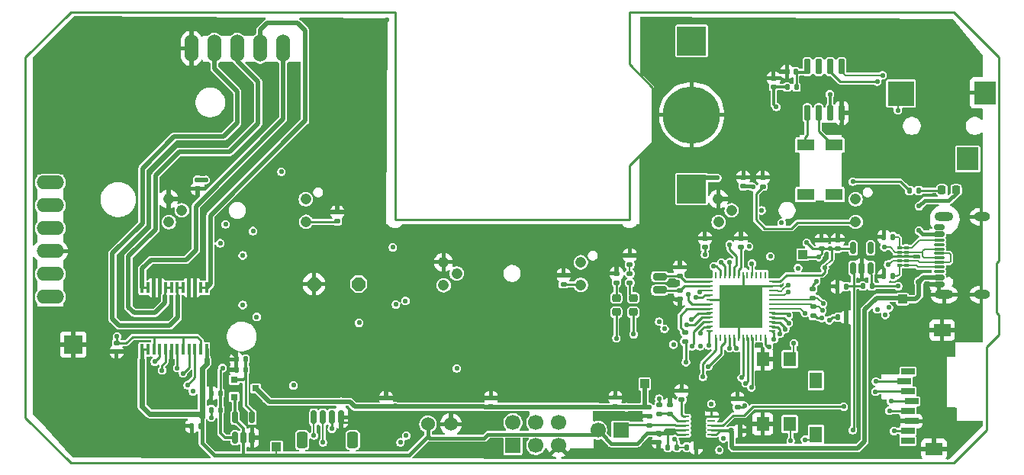
<source format=gbr>
%TF.GenerationSoftware,KiCad,Pcbnew,9.0.2*%
%TF.CreationDate,2025-08-01T16:28:45+01:00*%
%TF.ProjectId,FED3,46454433-2e6b-4696-9361-645f70636258,rev?*%
%TF.SameCoordinates,Original*%
%TF.FileFunction,Copper,L1,Top*%
%TF.FilePolarity,Positive*%
%FSLAX46Y46*%
G04 Gerber Fmt 4.6, Leading zero omitted, Abs format (unit mm)*
G04 Created by KiCad (PCBNEW 9.0.2) date 2025-08-01 16:28:45*
%MOMM*%
%LPD*%
G01*
G04 APERTURE LIST*
G04 Aperture macros list*
%AMRoundRect*
0 Rectangle with rounded corners*
0 $1 Rounding radius*
0 $2 $3 $4 $5 $6 $7 $8 $9 X,Y pos of 4 corners*
0 Add a 4 corners polygon primitive as box body*
4,1,4,$2,$3,$4,$5,$6,$7,$8,$9,$2,$3,0*
0 Add four circle primitives for the rounded corners*
1,1,$1+$1,$2,$3*
1,1,$1+$1,$4,$5*
1,1,$1+$1,$6,$7*
1,1,$1+$1,$8,$9*
0 Add four rect primitives between the rounded corners*
20,1,$1+$1,$2,$3,$4,$5,0*
20,1,$1+$1,$4,$5,$6,$7,0*
20,1,$1+$1,$6,$7,$8,$9,0*
20,1,$1+$1,$8,$9,$2,$3,0*%
%AMOutline5P*
0 Free polygon, 5 corners , with rotation*
0 The origin of the aperture is its center*
0 number of corners: always 5*
0 $1 to $10 corner X, Y*
0 $11 Rotation angle, in degrees counterclockwise*
0 create outline with 5 corners*
4,1,5,$1,$2,$3,$4,$5,$6,$7,$8,$9,$10,$1,$2,$11*%
%AMOutline6P*
0 Free polygon, 6 corners , with rotation*
0 The origin of the aperture is its center*
0 number of corners: always 6*
0 $1 to $12 corner X, Y*
0 $13 Rotation angle, in degrees counterclockwise*
0 create outline with 6 corners*
4,1,6,$1,$2,$3,$4,$5,$6,$7,$8,$9,$10,$11,$12,$1,$2,$13*%
%AMOutline7P*
0 Free polygon, 7 corners , with rotation*
0 The origin of the aperture is its center*
0 number of corners: always 7*
0 $1 to $14 corner X, Y*
0 $15 Rotation angle, in degrees counterclockwise*
0 create outline with 7 corners*
4,1,7,$1,$2,$3,$4,$5,$6,$7,$8,$9,$10,$11,$12,$13,$14,$1,$2,$15*%
%AMOutline8P*
0 Free polygon, 8 corners , with rotation*
0 The origin of the aperture is its center*
0 number of corners: always 8*
0 $1 to $16 corner X, Y*
0 $17 Rotation angle, in degrees counterclockwise*
0 create outline with 8 corners*
4,1,8,$1,$2,$3,$4,$5,$6,$7,$8,$9,$10,$11,$12,$13,$14,$15,$16,$1,$2,$17*%
G04 Aperture macros list end*
%TA.AperFunction,SMDPad,CuDef*%
%ADD10RoundRect,0.250000X0.350000X0.650000X-0.350000X0.650000X-0.350000X-0.650000X0.350000X-0.650000X0*%
%TD*%
%TA.AperFunction,HeatsinkPad*%
%ADD11RoundRect,0.250000X0.350000X0.650000X-0.350000X0.650000X-0.350000X-0.650000X0.350000X-0.650000X0*%
%TD*%
%TA.AperFunction,SMDPad,CuDef*%
%ADD12RoundRect,0.150000X0.150000X0.625000X-0.150000X0.625000X-0.150000X-0.625000X0.150000X-0.625000X0*%
%TD*%
%TA.AperFunction,SMDPad,CuDef*%
%ADD13R,2.400000X2.550000*%
%TD*%
%TA.AperFunction,SMDPad,CuDef*%
%ADD14R,2.900000X2.750000*%
%TD*%
%TA.AperFunction,HeatsinkPad*%
%ADD15O,1.800000X1.000000*%
%TD*%
%TA.AperFunction,HeatsinkPad*%
%ADD16O,2.100000X1.000000*%
%TD*%
%TA.AperFunction,SMDPad,CuDef*%
%ADD17RoundRect,0.150000X0.425000X-0.150000X0.425000X0.150000X-0.425000X0.150000X-0.425000X-0.150000X0*%
%TD*%
%TA.AperFunction,SMDPad,CuDef*%
%ADD18RoundRect,0.075000X0.500000X-0.075000X0.500000X0.075000X-0.500000X0.075000X-0.500000X-0.075000X0*%
%TD*%
%TA.AperFunction,ComponentPad*%
%ADD19C,1.208000*%
%TD*%
%TA.AperFunction,HeatsinkPad*%
%ADD20C,0.510000*%
%TD*%
%TA.AperFunction,HeatsinkPad*%
%ADD21R,1.580000X2.350000*%
%TD*%
%TA.AperFunction,SMDPad,CuDef*%
%ADD22RoundRect,0.062500X0.350000X0.062500X-0.350000X0.062500X-0.350000X-0.062500X0.350000X-0.062500X0*%
%TD*%
%TA.AperFunction,SMDPad,CuDef*%
%ADD23R,1.400000X1.600000*%
%TD*%
%TA.AperFunction,ComponentPad*%
%ADD24O,3.048000X1.524000*%
%TD*%
%TA.AperFunction,SMDPad,CuDef*%
%ADD25R,1.000000X1.000000*%
%TD*%
%TA.AperFunction,SMDPad,CuDef*%
%ADD26RoundRect,0.140000X-0.170000X0.140000X-0.170000X-0.140000X0.170000X-0.140000X0.170000X0.140000X0*%
%TD*%
%TA.AperFunction,SMDPad,CuDef*%
%ADD27RoundRect,0.140000X0.170000X-0.140000X0.170000X0.140000X-0.170000X0.140000X-0.170000X-0.140000X0*%
%TD*%
%TA.AperFunction,SMDPad,CuDef*%
%ADD28RoundRect,0.135000X-0.135000X-0.185000X0.135000X-0.185000X0.135000X0.185000X-0.135000X0.185000X0*%
%TD*%
%TA.AperFunction,SMDPad,CuDef*%
%ADD29RoundRect,0.200000X-0.550000X0.200000X-0.550000X-0.200000X0.550000X-0.200000X0.550000X0.200000X0*%
%TD*%
%TA.AperFunction,SMDPad,CuDef*%
%ADD30RoundRect,0.135000X0.135000X0.185000X-0.135000X0.185000X-0.135000X-0.185000X0.135000X-0.185000X0*%
%TD*%
%TA.AperFunction,SMDPad,CuDef*%
%ADD31RoundRect,0.140000X0.140000X0.170000X-0.140000X0.170000X-0.140000X-0.170000X0.140000X-0.170000X0*%
%TD*%
%TA.AperFunction,SMDPad,CuDef*%
%ADD32R,3.200000X3.200000*%
%TD*%
%TA.AperFunction,SMDPad,CuDef*%
%ADD33RoundRect,3.175000X0.000010X-0.000010X0.000010X0.000010X-0.000010X0.000010X-0.000010X-0.000010X0*%
%TD*%
%TA.AperFunction,SMDPad,CuDef*%
%ADD34RoundRect,0.218750X-0.218750X-0.256250X0.218750X-0.256250X0.218750X0.256250X-0.218750X0.256250X0*%
%TD*%
%TA.AperFunction,SMDPad,CuDef*%
%ADD35RoundRect,0.218750X-0.256250X0.218750X-0.256250X-0.218750X0.256250X-0.218750X0.256250X0.218750X0*%
%TD*%
%TA.AperFunction,SMDPad,CuDef*%
%ADD36RoundRect,0.135000X-0.185000X0.135000X-0.185000X-0.135000X0.185000X-0.135000X0.185000X0.135000X0*%
%TD*%
%TA.AperFunction,SMDPad,CuDef*%
%ADD37RoundRect,0.135000X0.185000X-0.135000X0.185000X0.135000X-0.185000X0.135000X-0.185000X-0.135000X0*%
%TD*%
%TA.AperFunction,SMDPad,CuDef*%
%ADD38R,0.800000X0.700000*%
%TD*%
%TA.AperFunction,ComponentPad*%
%ADD39R,1.700000X1.700000*%
%TD*%
%TA.AperFunction,ComponentPad*%
%ADD40C,1.700000*%
%TD*%
%TA.AperFunction,SMDPad,CuDef*%
%ADD41RoundRect,0.075000X0.200000X-0.075000X0.200000X0.075000X-0.200000X0.075000X-0.200000X-0.075000X0*%
%TD*%
%TA.AperFunction,SMDPad,CuDef*%
%ADD42R,0.400000X1.200000*%
%TD*%
%TA.AperFunction,SMDPad,CuDef*%
%ADD43R,1.900000X1.300000*%
%TD*%
%TA.AperFunction,SMDPad,CuDef*%
%ADD44RoundRect,0.150000X0.150000X-0.512500X0.150000X0.512500X-0.150000X0.512500X-0.150000X-0.512500X0*%
%TD*%
%TA.AperFunction,SMDPad,CuDef*%
%ADD45R,1.500000X0.700000*%
%TD*%
%TA.AperFunction,SMDPad,CuDef*%
%ADD46R,1.400000X1.800000*%
%TD*%
%TA.AperFunction,SMDPad,CuDef*%
%ADD47R,1.900000X1.400000*%
%TD*%
%TA.AperFunction,SMDPad,CuDef*%
%ADD48RoundRect,0.150000X0.150000X-0.725000X0.150000X0.725000X-0.150000X0.725000X-0.150000X-0.725000X0*%
%TD*%
%TA.AperFunction,SMDPad,CuDef*%
%ADD49R,0.750000X0.250000*%
%TD*%
%TA.AperFunction,SMDPad,CuDef*%
%ADD50R,0.250000X0.750000*%
%TD*%
%TA.AperFunction,SMDPad,CuDef*%
%ADD51R,4.700000X4.700000*%
%TD*%
%TA.AperFunction,SMDPad,CuDef*%
%ADD52RoundRect,0.140000X-0.140000X-0.170000X0.140000X-0.170000X0.140000X0.170000X-0.140000X0.170000X0*%
%TD*%
%TA.AperFunction,ComponentPad*%
%ADD53C,1.524000*%
%TD*%
%TA.AperFunction,ComponentPad*%
%ADD54R,2.000000X2.000000*%
%TD*%
%TA.AperFunction,ComponentPad*%
%ADD55Outline8P,-0.762000X0.315631X-0.315631X0.762000X0.315631X0.762000X0.762000X0.315631X0.762000X-0.315631X0.315631X-0.762000X-0.315631X-0.762000X-0.762000X-0.315631X180.000000*%
%TD*%
%TA.AperFunction,ComponentPad*%
%ADD56O,1.524000X3.048000*%
%TD*%
%TA.AperFunction,ViaPad*%
%ADD57C,0.550000*%
%TD*%
%TA.AperFunction,ViaPad*%
%ADD58C,0.600000*%
%TD*%
%TA.AperFunction,ViaPad*%
%ADD59C,0.700000*%
%TD*%
%TA.AperFunction,Conductor*%
%ADD60C,0.230000*%
%TD*%
%TA.AperFunction,Conductor*%
%ADD61C,0.220000*%
%TD*%
%TA.AperFunction,Conductor*%
%ADD62C,0.300000*%
%TD*%
%TA.AperFunction,Conductor*%
%ADD63C,0.250000*%
%TD*%
%TA.AperFunction,Conductor*%
%ADD64C,0.210000*%
%TD*%
%TA.AperFunction,Conductor*%
%ADD65C,0.350000*%
%TD*%
%TA.AperFunction,Conductor*%
%ADD66C,0.304800*%
%TD*%
%TA.AperFunction,Conductor*%
%ADD67C,0.500000*%
%TD*%
%TA.AperFunction,Conductor*%
%ADD68C,0.406400*%
%TD*%
%TA.AperFunction,Conductor*%
%ADD69C,0.260000*%
%TD*%
%TA.AperFunction,Conductor*%
%ADD70C,0.508000*%
%TD*%
%TA.AperFunction,Conductor*%
%ADD71C,0.254000*%
%TD*%
%TA.AperFunction,Conductor*%
%ADD72C,0.450000*%
%TD*%
%TA.AperFunction,Conductor*%
%ADD73C,0.400000*%
%TD*%
%TA.AperFunction,Conductor*%
%ADD74C,0.609600*%
%TD*%
%TA.AperFunction,Profile*%
%ADD75C,0.250000*%
%TD*%
G04 APERTURE END LIST*
D10*
%TO.P,AUX_I2C0,5,Pin_5*%
%TO.N,unconnected-(AUX_I2C0-Pin_5-Pad5)_1*%
X125200000Y-127500000D03*
D11*
%TO.N,unconnected-(AUX_I2C0-Pin_5-Pad5)*%
X130800000Y-127500000D03*
D12*
%TO.P,AUX_I2C0,4,Pin_4*%
%TO.N,/Controller Stage/SCL*%
X126500000Y-124975000D03*
%TO.P,AUX_I2C0,3,Pin_3*%
%TO.N,/Controller Stage/SDA*%
X127500000Y-124975000D03*
%TO.P,AUX_I2C0,2,Pin_2*%
%TO.N,+3V3*%
X128500000Y-124975000D03*
%TO.P,AUX_I2C0,1,Pin_1*%
%TO.N,GND*%
X129500000Y-124975000D03*
%TD*%
D13*
%TO.P,EXT0,5,5*%
%TO.N,GND*%
X200944300Y-88939800D03*
D14*
%TO.P,EXT0,4,4*%
%TO.N,A0*%
X191644300Y-89039800D03*
D13*
%TO.P,EXT0,1,1*%
%TO.N,unconnected-(EXT0-Pad1)*%
X199044300Y-96289800D03*
%TD*%
D15*
%TO.P,J6,S1,SHIELD*%
%TO.N,GND*%
X200609200Y-102713600D03*
D16*
X196429200Y-102713600D03*
D15*
X200609200Y-111353600D03*
D16*
X196429200Y-111353600D03*
D17*
%TO.P,J6,B12,GND*%
X195854200Y-110233600D03*
%TO.P,J6,B9,VBUS*%
%TO.N,VUSB*%
X195854200Y-109433600D03*
D18*
%TO.P,J6,B8,SBU2*%
%TO.N,unconnected-(J6-SBU2-PadB8)*%
X195854200Y-108783600D03*
%TO.P,J6,B7,D-*%
%TO.N,D-*%
X195854200Y-107783600D03*
%TO.P,J6,B6,D+*%
%TO.N,D+*%
X195854200Y-106283600D03*
%TO.P,J6,B5,CC2*%
%TO.N,/CC2*%
X195854200Y-105283600D03*
D17*
%TO.P,J6,B4,VBUS*%
%TO.N,VUSB*%
X195854200Y-104633600D03*
%TO.P,J6,B1,GND*%
%TO.N,GND*%
X195854200Y-103833600D03*
%TO.P,J6,A12,GND*%
X195854200Y-103833600D03*
%TO.P,J6,A9,VBUS*%
%TO.N,VUSB*%
X195854200Y-104633600D03*
D18*
%TO.P,J6,A8,SBU1*%
%TO.N,unconnected-(J6-SBU1-PadA8)*%
X195854200Y-105783600D03*
%TO.P,J6,A7,D-*%
%TO.N,D-*%
X195854200Y-106783600D03*
%TO.P,J6,A6,D+*%
%TO.N,D+*%
X195854200Y-107283600D03*
%TO.P,J6,A5,CC1*%
%TO.N,/CC1*%
X195854200Y-108283600D03*
D17*
%TO.P,J6,A4,VBUS*%
%TO.N,VUSB*%
X195854200Y-109433600D03*
%TO.P,J6,A1,GND*%
%TO.N,GND*%
X195854200Y-110233600D03*
%TD*%
D19*
%TO.P,PI1,5,5*%
%TO.N,GND*%
X171381100Y-100733600D03*
%TO.P,PI1,4,4*%
%TO.N,D6*%
X172851100Y-102003600D03*
%TO.P,PI1,3,3*%
%TO.N,+3V3*%
X171401100Y-103303600D03*
%TO.P,PI1,2,2*%
%TO.N,Net-(PI1-Pad2)*%
X186621100Y-103273600D03*
%TO.P,PI1,1,1*%
%TO.N,+3V3*%
X186601100Y-100763600D03*
%TD*%
%TO.P,PI2,5,5*%
%TO.N,GND*%
X140881100Y-107733600D03*
%TO.P,PI2,4,4*%
%TO.N,TX*%
X142351100Y-109003600D03*
%TO.P,PI2,3,3*%
%TO.N,+3V3*%
X140901100Y-110303600D03*
%TO.P,PI2,2,2*%
%TO.N,Net-(PI2-Pad2)*%
X156121100Y-110273600D03*
%TO.P,PI2,1,1*%
%TO.N,+3V3*%
X156101100Y-107763600D03*
%TD*%
%TO.P,PI3,5,5*%
%TO.N,GND*%
X110381100Y-100733600D03*
%TO.P,PI3,4,4*%
%TO.N,D5*%
X111851100Y-102003600D03*
%TO.P,PI3,3,3*%
%TO.N,+3V3*%
X110401100Y-103303600D03*
%TO.P,PI3,2,2*%
%TO.N,Net-(PI3-Pad2)*%
X125621100Y-103273600D03*
%TO.P,PI3,1,1*%
%TO.N,+3V3*%
X125601100Y-100763600D03*
%TD*%
D20*
%TO.P,U3,11,EXPSD*%
%TO.N,GND*%
X168630600Y-124975000D03*
X168630600Y-125900000D03*
X168630600Y-126825000D03*
D21*
X169170600Y-125900000D03*
D20*
X169710600Y-124975000D03*
X169710600Y-125900000D03*
X169710600Y-126825000D03*
D22*
%TO.P,U3,10,VBAT*%
%TO.N,VBat*%
X167733100Y-126900000D03*
%TO.P,U3,9,VBAT*%
X167733100Y-126400000D03*
%TO.P,U3,8,THERM*%
%TO.N,Net-(J2-Pin_1)*%
X167733100Y-125900000D03*
%TO.P,U3,7,~{TE}*%
%TO.N,Net-(U3-~{TE})*%
X167733100Y-125400000D03*
%TO.P,U3,6,PROG*%
%TO.N,Net-(U3-PROG)*%
X167733100Y-124900000D03*
%TO.P,U3,5,VSS*%
%TO.N,GND*%
X170608100Y-124900000D03*
%TO.P,U3,4,STAT2*%
%TO.N,unconnected-(U3-STAT2-Pad4)*%
X170608100Y-125400000D03*
%TO.P,U3,3,STAT1*%
%TO.N,Net-(U3-STAT1)*%
X170608100Y-125900000D03*
%TO.P,U3,2,VDD*%
%TO.N,VUSB*%
X170608100Y-126400000D03*
%TO.P,U3,1,VDD*%
X170608100Y-126900000D03*
%TD*%
D23*
%TO.P,SW2,1,1*%
%TO.N,/Controller Stage/~{RESET}*%
X179300000Y-118525000D03*
X179300000Y-125725000D03*
%TO.P,SW2,2,2*%
%TO.N,GND*%
X176300000Y-118525000D03*
X176300000Y-125725000D03*
%TD*%
D24*
%TO.P,SCREEN0,1,Pin_1*%
%TO.N,/Controller Stage/D10*%
X97251100Y-98903600D03*
%TO.P,SCREEN0,2,Pin_2*%
%TO.N,/Controller Stage/D11*%
X97251100Y-101443600D03*
%TO.P,SCREEN0,3,Pin_3*%
%TO.N,/Controller Stage/D12*%
X97251100Y-103983600D03*
%TO.P,SCREEN0,4,Pin_4*%
%TO.N,GND*%
X97251100Y-106523600D03*
%TO.P,SCREEN0,5,Pin_5*%
%TO.N,unconnected-(SCREEN0-Pin_5-Pad5)*%
X97251100Y-109063600D03*
%TO.P,SCREEN0,6,Pin_6*%
%TO.N,+3V3*%
X97251100Y-111603600D03*
%TD*%
D25*
%TO.P,TP4,1,1*%
%TO.N,VUSB*%
X191800000Y-111850000D03*
%TD*%
D26*
%TO.P,C18,1*%
%TO.N,Net-(U1-PA01{slash}EINT1{slash}SERCOM1.1)*%
X167110000Y-110907500D03*
%TO.P,C18,2*%
%TO.N,GND*%
X167110000Y-111867500D03*
%TD*%
D27*
%TO.P,C17,1*%
%TO.N,Net-(U1-PA00{slash}EINT0{slash}SERCOM1.0)*%
X167100000Y-109252500D03*
%TO.P,C17,2*%
%TO.N,GND*%
X167100000Y-108292500D03*
%TD*%
D28*
%TO.P,R17,1*%
%TO.N,D9*%
X167890000Y-128300000D03*
%TO.P,R17,2*%
%TO.N,GND*%
X168910000Y-128300000D03*
%TD*%
D29*
%TO.P,X2,1,1*%
%TO.N,Net-(U1-PA00{slash}EINT0{slash}SERCOM1.0)*%
X164870000Y-109347500D03*
%TO.P,X2,2,2*%
%TO.N,Net-(U1-PA01{slash}EINT1{slash}SERCOM1.1)*%
X164870000Y-110847500D03*
%TD*%
D30*
%TO.P,R24,1*%
%TO.N,/CC2*%
X190756000Y-104927400D03*
%TO.P,R24,2*%
%TO.N,GND*%
X189736000Y-104927400D03*
%TD*%
D28*
%TO.P,R6,1*%
%TO.N,+3V3*%
X179010000Y-88300000D03*
%TO.P,R6,2*%
%TO.N,Net-(IC4-VDD)*%
X180030000Y-88300000D03*
%TD*%
D27*
%TO.P,C10,1*%
%TO.N,/IOs Interface/VCCNEO*%
X174155500Y-99292400D03*
%TO.P,C10,2*%
%TO.N,GND*%
X174155500Y-98332400D03*
%TD*%
D31*
%TO.P,C1,1*%
%TO.N,Net-(IC4-VDD)*%
X179980000Y-86600000D03*
%TO.P,C1,2*%
%TO.N,GND*%
X179020000Y-86600000D03*
%TD*%
D32*
%TO.P,B1,1,+*%
%TO.N,unconnected-(B1-+-Pad1)*%
X168415100Y-83170200D03*
%TO.P,B1,2,+*%
%TO.N,Net-(IC4-VBAT)*%
X168415100Y-99621000D03*
D33*
%TO.P,B1,3,-*%
%TO.N,GND*%
X168415100Y-91395600D03*
%TD*%
D34*
%TO.P,CHG0,1,K*%
%TO.N,Net-(CHG0-K)*%
X196189500Y-99745800D03*
%TO.P,CHG0,2,A*%
%TO.N,VUSB*%
X197764500Y-99745800D03*
%TD*%
D35*
%TO.P,L1,1,K*%
%TO.N,Net-(L1-K)*%
X161940000Y-111732500D03*
%TO.P,L1,2,A*%
%TO.N,D8*%
X161940000Y-113307500D03*
%TD*%
D36*
%TO.P,R5,1*%
%TO.N,/Controller Stage/SDA*%
X181900000Y-112690000D03*
%TO.P,R5,2*%
%TO.N,+3V3*%
X181900000Y-113710000D03*
%TD*%
D37*
%TO.P,R14,1*%
%TO.N,Net-(U3-PROG)*%
X167309800Y-123038400D03*
%TO.P,R14,2*%
%TO.N,GND*%
X167309800Y-122018400D03*
%TD*%
D27*
%TO.P,C8,1*%
%TO.N,/IOs Interface/VCCNEO*%
X134500000Y-123780000D03*
%TO.P,C8,2*%
%TO.N,GND*%
X134500000Y-122820000D03*
%TD*%
D38*
%TO.P,Q2,P$1,G*%
%TO.N,Net-(IC1-P$4)*%
X117650000Y-120812500D03*
%TO.P,Q2,P$2,S*%
%TO.N,VBat*%
X117650000Y-122712500D03*
%TO.P,Q2,P$3,D*%
%TO.N,/IOs Interface/VCCNEO*%
X120050000Y-121762500D03*
%TD*%
D39*
%TO.P,J1,1,Pin_1*%
%TO.N,/Controller Stage/SWCLK*%
X148582050Y-128109743D03*
D40*
%TO.P,J1,2,Pin_2*%
%TO.N,+3V3*%
X148582050Y-125569743D03*
%TO.P,J1,3,Pin_3*%
%TO.N,/Controller Stage/SWDIO*%
X151122050Y-128109743D03*
%TO.P,J1,4,Pin_4*%
%TO.N,unconnected-(J1-Pin_4-Pad4)*%
X151122050Y-125569743D03*
%TO.P,J1,5,Pin_5*%
%TO.N,GND*%
X153662050Y-128109743D03*
%TO.P,J1,6,Pin_6*%
%TO.N,/Controller Stage/~{RESET}*%
X153662050Y-125569743D03*
%TD*%
D41*
%TO.P,D1,1,D1+*%
%TO.N,/CC1*%
X192227200Y-108121200D03*
%TO.P,D1,2,D1-*%
%TO.N,D-*%
X192227200Y-107621200D03*
%TO.P,D1,3,GND*%
%TO.N,GND*%
X192227200Y-107121200D03*
%TO.P,D1,4,D2+*%
%TO.N,D+*%
X192227200Y-106621200D03*
%TO.P,D1,5,D2-*%
%TO.N,/CC2*%
X192227200Y-106121200D03*
%TO.P,D1,6,NC*%
X191457200Y-106121200D03*
%TO.P,D1,7,NC*%
%TO.N,D+*%
X191457200Y-106621200D03*
%TO.P,D1,8,GND*%
%TO.N,GND*%
X191457200Y-107121200D03*
%TO.P,D1,9,NC*%
%TO.N,D-*%
X191457200Y-107621200D03*
%TO.P,D1,10,NC*%
%TO.N,/CC1*%
X191457200Y-108121200D03*
%TD*%
D27*
%TO.P,C6,1*%
%TO.N,/IOs Interface/VCCNEO*%
X159950000Y-123730000D03*
%TO.P,C6,2*%
%TO.N,GND*%
X159950000Y-122770000D03*
%TD*%
D26*
%TO.P,C3,1*%
%TO.N,+3V3*%
X104600000Y-116720000D03*
%TO.P,C3,2*%
%TO.N,GND*%
X104600000Y-117680000D03*
%TD*%
%TO.P,C16,1*%
%TO.N,VBat*%
X164750000Y-126770000D03*
%TO.P,C16,2*%
%TO.N,GND*%
X164750000Y-127730000D03*
%TD*%
D37*
%TO.P,R12,1*%
%TO.N,Net-(LED1-DI)*%
X167670000Y-116535000D03*
%TO.P,R12,2*%
%TO.N,A1*%
X167670000Y-115515000D03*
%TD*%
D42*
%TO.P,IC2,1,AOUT1@1*%
%TO.N,/PINK*%
X114586100Y-110581600D03*
%TO.P,IC2,2,AOUT1@2*%
X113936100Y-110581600D03*
%TO.P,IC2,3,PGND1@1*%
%TO.N,GND*%
X113286100Y-110581600D03*
%TO.P,IC2,4,PGND1@2*%
X112636100Y-110581600D03*
%TO.P,IC2,5,AOUT2@1*%
%TO.N,/ORANGE*%
X111986100Y-110581600D03*
%TO.P,IC2,6,AOUT2@2*%
X111336100Y-110581600D03*
%TO.P,IC2,7,BOUT2@1*%
%TO.N,/YELLOW*%
X110686100Y-110581600D03*
%TO.P,IC2,8,BOUT2@2*%
X110036100Y-110581600D03*
%TO.P,IC2,9,PGND2@1*%
%TO.N,GND*%
X109386100Y-110581600D03*
%TO.P,IC2,10,PGND2@2*%
X108736100Y-110581600D03*
%TO.P,IC2,11,BOUT1@1*%
%TO.N,/BLUE*%
X108086100Y-110581600D03*
%TO.P,IC2,12,BOUT1@2*%
X107436100Y-110581600D03*
%TO.P,IC2,13,VM@2*%
%TO.N,VBat*%
X107436100Y-117421600D03*
%TO.P,IC2,14,VM@3*%
X108086100Y-117421600D03*
%TO.P,IC2,15,PWMB*%
%TO.N,+3V3*%
X108736100Y-117421600D03*
%TO.P,IC2,16,BIN2*%
%TO.N,A5*%
X109386100Y-117421600D03*
%TO.P,IC2,17,BIN1*%
%TO.N,A4*%
X110036100Y-117421600D03*
%TO.P,IC2,18,GND@1*%
%TO.N,GND*%
X110686100Y-117421600D03*
%TO.P,IC2,19,STBY*%
%TO.N,D13*%
X111336100Y-117421600D03*
%TO.P,IC2,20,VCC*%
%TO.N,+3V3*%
X111986100Y-117421600D03*
%TO.P,IC2,21,AIN1*%
%TO.N,A3*%
X112636100Y-117421600D03*
%TO.P,IC2,22,AIN2*%
%TO.N,A2*%
X113286100Y-117421600D03*
%TO.P,IC2,23,PWMA*%
%TO.N,+3V3*%
X113936100Y-117421600D03*
%TO.P,IC2,24,VM@1*%
%TO.N,VBat*%
X114586100Y-117421600D03*
%TD*%
D30*
%TO.P,R23,1*%
%TO.N,/CC1*%
X190756000Y-109321600D03*
%TO.P,R23,2*%
%TO.N,GND*%
X189736000Y-109321600D03*
%TD*%
D43*
%TO.P,X1,1,1*%
%TO.N,Net-(IC4-XI)*%
X181039100Y-94741600D03*
%TO.P,X1,2,2*%
%TO.N,unconnected-(X1-Pad2)*%
X181039100Y-100241600D03*
%TO.P,X1,3,3*%
%TO.N,unconnected-(X1-Pad3)*%
X184239100Y-100241600D03*
%TO.P,X1,4,4*%
%TO.N,Net-(IC4-XO)*%
X184239100Y-94741600D03*
%TD*%
D28*
%TO.P,R8,1*%
%TO.N,GND*%
X115090000Y-122300000D03*
%TO.P,R8,2*%
%TO.N,D13*%
X116110000Y-122300000D03*
%TD*%
D44*
%TO.P,IC1,1,P$1*%
%TO.N,D13*%
X117750000Y-127237500D03*
%TO.P,IC1,2,P$2*%
%TO.N,VBat*%
X118700000Y-127237500D03*
%TO.P,IC1,3,P$3*%
%TO.N,GND*%
X119650000Y-127237500D03*
%TO.P,IC1,4,P$4*%
%TO.N,Net-(IC1-P$4)*%
X119650000Y-124962500D03*
%TO.P,IC1,5,P$5*%
%TO.N,VBat*%
X117750000Y-124962500D03*
%TD*%
D27*
%TO.P,C19,1*%
%TO.N,Net-(U1-VDDCORE)*%
X173880000Y-106067500D03*
%TO.P,C19,2*%
%TO.N,GND*%
X173880000Y-105107500D03*
%TD*%
D45*
%TO.P,X4,1,DAT2*%
%TO.N,unconnected-(X4-DAT2-Pad1)*%
X192410000Y-119900000D03*
%TO.P,X4,2,CS*%
%TO.N,/Controller Stage/SD_CS*%
X192010000Y-121000000D03*
%TO.P,X4,3,DATA_IN*%
%TO.N,/Controller Stage/MOSI*%
X192410000Y-122100000D03*
%TO.P,X4,4,SD_VDD*%
%TO.N,+3V3*%
X192810000Y-123200000D03*
%TO.P,X4,5,SCLK*%
%TO.N,/Controller Stage/SCK*%
X192410000Y-124300000D03*
%TO.P,X4,6,GND@3*%
%TO.N,GND*%
X192810000Y-125400000D03*
%TO.P,X4,7,DATA_OUT*%
%TO.N,/Controller Stage/MISO*%
X192410000Y-126500000D03*
%TO.P,X4,8,DAT1*%
%TO.N,unconnected-(X4-DAT1-Pad8)*%
X192410000Y-127600000D03*
D46*
%TO.P,X4,CD1,CARD_DETECT*%
%TO.N,/Controller Stage/D7*%
X182210000Y-126900000D03*
%TO.P,X4,CD2,CARD_DETECT1*%
%TO.N,unconnected-(X4-CARD_DETECT1-PadCD2)*%
X182210000Y-120900000D03*
D47*
%TO.P,X4,MT1,GND@2*%
%TO.N,GND*%
X195310000Y-128500000D03*
%TO.P,X4,MT2,GND@1*%
X196210000Y-115300000D03*
%TD*%
D37*
%TO.P,R15,1*%
%TO.N,Net-(L0-K)*%
X160080000Y-110030000D03*
%TO.P,R15,2*%
%TO.N,GND*%
X160080000Y-109010000D03*
%TD*%
D28*
%TO.P,R11,1*%
%TO.N,VBat*%
X187390000Y-110400000D03*
%TO.P,R11,2*%
%TO.N,/EN*%
X188410000Y-110400000D03*
%TD*%
D25*
%TO.P,TP2,1,1*%
%TO.N,/IOs Interface/VCCNEO*%
X163200000Y-121266000D03*
%TD*%
D35*
%TO.P,L0,1,K*%
%TO.N,Net-(L0-K)*%
X160050000Y-111732500D03*
%TO.P,L0,2,A*%
%TO.N,D13*%
X160050000Y-113307500D03*
%TD*%
D48*
%TO.P,IC4,1,XI*%
%TO.N,Net-(IC4-XI)*%
X181242100Y-91176600D03*
%TO.P,IC4,2,XO*%
%TO.N,Net-(IC4-XO)*%
X182512100Y-91176600D03*
%TO.P,IC4,3,VBAT*%
%TO.N,Net-(IC4-VBAT)*%
X183782100Y-91176600D03*
%TO.P,IC4,4,VSS*%
%TO.N,GND*%
X185052100Y-91176600D03*
%TO.P,IC4,5,SDA*%
%TO.N,/Controller Stage/SDA*%
X185052100Y-86026600D03*
%TO.P,IC4,6,SCL*%
%TO.N,/Controller Stage/SCL*%
X183782100Y-86026600D03*
%TO.P,IC4,7,~{INT1/CLK}*%
%TO.N,/Controller Stage/SQW*%
X182512100Y-86026600D03*
%TO.P,IC4,8,VDD*%
%TO.N,Net-(IC4-VDD)*%
X181242100Y-86026600D03*
%TD*%
D27*
%TO.P,C15,1*%
%TO.N,+3V3*%
X184625000Y-106230000D03*
%TO.P,C15,2*%
%TO.N,GND*%
X184625000Y-105270000D03*
%TD*%
%TO.P,C7,1*%
%TO.N,/IOs Interface/VCCNEO*%
X146150000Y-123780000D03*
%TO.P,C7,2*%
%TO.N,GND*%
X146150000Y-122820000D03*
%TD*%
D31*
%TO.P,C4,1*%
%TO.N,VBat*%
X113905000Y-125950000D03*
%TO.P,C4,2*%
%TO.N,GND*%
X112945000Y-125950000D03*
%TD*%
D27*
%TO.P,C12,1*%
%TO.N,/Controller Stage/AREF*%
X169880000Y-106067500D03*
%TO.P,C12,2*%
%TO.N,GND*%
X169880000Y-105107500D03*
%TD*%
D30*
%TO.P,R16,1*%
%TO.N,D9*%
X166795400Y-128300000D03*
%TO.P,R16,2*%
%TO.N,VBat*%
X165775400Y-128300000D03*
%TD*%
D37*
%TO.P,R13,1*%
%TO.N,Net-(R13-Pad1)*%
X161550000Y-108010000D03*
%TO.P,R13,2*%
%TO.N,GND*%
X161550000Y-106990000D03*
%TD*%
D25*
%TO.P,TP1,1,1*%
%TO.N,+3V3*%
X180746400Y-106908600D03*
%TD*%
D49*
%TO.P,U1,1,PA00/EINT0/SERCOM1.0*%
%TO.N,Net-(U1-PA00{slash}EINT0{slash}SERCOM1.0)*%
X170375000Y-109887500D03*
%TO.P,U1,2,PA01/EINT1/SERCOM1.1*%
%TO.N,Net-(U1-PA01{slash}EINT1{slash}SERCOM1.1)*%
X170375000Y-110387500D03*
%TO.P,U1,3,PA02/EINT2/AIN0/Y0/VOUT*%
%TO.N,A0*%
X170375000Y-110887500D03*
%TO.P,U1,4,PA03/EINT3/VREFA/AIN1*%
%TO.N,/Controller Stage/AREF*%
X170375000Y-111387500D03*
%TO.P,U1,5,GNDA*%
%TO.N,GND*%
X170375000Y-111887500D03*
%TO.P,U1,6,VDDA*%
%TO.N,+3V3*%
X170375000Y-112387500D03*
%TO.P,U1,7,PB08/I8/AIN2/SERCOM4.0*%
%TO.N,A1*%
X170375000Y-112887500D03*
%TO.P,U1,8,PB09/I9/AIN3/SERCOM4.1*%
%TO.N,A2*%
X170375000Y-113387500D03*
%TO.P,U1,9,PA04/EINT4/VREFB/AIN4/SERCOM0.0*%
%TO.N,A3*%
X170375000Y-113887500D03*
%TO.P,U1,10,PA05/EINT5/AIN5/SERCOM0.1*%
%TO.N,A4*%
X170375000Y-114387500D03*
%TO.P,U1,11,PA06/EINT6/AIN6/SERCOM0.2*%
%TO.N,D8*%
X170375000Y-114887500D03*
%TO.P,U1,12,PA07/I7/AIN7/SERCOM0.3/I2SD0*%
%TO.N,D9*%
X170375000Y-115387500D03*
D50*
%TO.P,U1,13,PA08/I2C/AIN16/SERCOM0+2.0/I2SD1*%
%TO.N,/Controller Stage/SD_CS*%
X171100000Y-116112500D03*
%TO.P,U1,14,PA09/I2C/I9/AIN17/SERCOM0+2.1/I2SMC*%
%TO.N,unconnected-(U1-PA09{slash}I2C{slash}I9{slash}AIN17{slash}SERCOM0+2.1{slash}I2SMC-Pad14)*%
X171600000Y-116112500D03*
%TO.P,U1,15,PA10/I10/AIN18/SERCOM0+2.2/I2SCK*%
%TO.N,TX*%
X172100000Y-116112500D03*
%TO.P,U1,16,PA11/I11/AIN19/SERCOM0+2.3/I2SF0*%
%TO.N,RX*%
X172600000Y-116112500D03*
%TO.P,U1,17,VDDIO*%
%TO.N,+3V3*%
X173100000Y-116112500D03*
%TO.P,U1,18,GND*%
%TO.N,GND*%
X173600000Y-116112500D03*
%TO.P,U1,19,PB10/I10/SERCOM4.2/I2SMC*%
%TO.N,/Controller Stage/MOSI*%
X174100000Y-116112500D03*
%TO.P,U1,20,PB11/I11/SERCOM4.3/I2SCL*%
%TO.N,/Controller Stage/SCK*%
X174600000Y-116112500D03*
%TO.P,U1,21,PA12/I12/I2C/SERCOM2+4.0*%
%TO.N,/Controller Stage/MISO*%
X175100000Y-116112500D03*
%TO.P,U1,22,PA13/I13/I2C/SERCOM2+4.1*%
%TO.N,unconnected-(U1-PA13{slash}I13{slash}I2C{slash}SERCOM2+4.1-Pad22)*%
X175600000Y-116112500D03*
%TO.P,U1,23,PA14/I14/SERCOM2+4.2*%
%TO.N,unconnected-(U1-PA14{slash}I14{slash}SERCOM2+4.2-Pad23)*%
X176100000Y-116112500D03*
%TO.P,U1,24,PA15/I15/SERCOM3+4.3*%
%TO.N,D5*%
X176600000Y-116112500D03*
D49*
%TO.P,U1,25,PA16/I2C/I0/SERCOM1+3.0*%
%TO.N,/Controller Stage/D11*%
X177325000Y-115387500D03*
%TO.P,U1,26,PA17/I2C/I1/SERCOM1+3.1*%
%TO.N,D13*%
X177325000Y-114887500D03*
%TO.P,U1,27,PA18/I2/SERCOM1+3.2*%
%TO.N,/Controller Stage/D10*%
X177325000Y-114387500D03*
%TO.P,U1,28,PA19/I3/SERCOM1+3.3/I2SD0*%
%TO.N,/Controller Stage/D12*%
X177325000Y-113887500D03*
%TO.P,U1,29,PA20/I4/SERCOM3+5.2/I2SSC*%
%TO.N,D6*%
X177325000Y-113387500D03*
%TO.P,U1,30,PA21/I5/SERCOM3+5.3/I2SFS0*%
%TO.N,/Controller Stage/D7*%
X177325000Y-112887500D03*
%TO.P,U1,31,PA22/I2C/I6/SERCOM3+5.0*%
%TO.N,/Controller Stage/SDA*%
X177325000Y-112387500D03*
%TO.P,U1,32,PA23/I2C/I7/SERCOM3+5.1/SOF*%
%TO.N,/Controller Stage/SCL*%
X177325000Y-111887500D03*
%TO.P,U1,33,PA24/I12/SERCOM3+5.2/D-*%
%TO.N,D-*%
X177325000Y-111387500D03*
%TO.P,U1,34,PA25/I13/SERCOM3+5.3/D+*%
%TO.N,D+*%
X177325000Y-110887500D03*
%TO.P,U1,35,GND*%
%TO.N,GND*%
X177325000Y-110387500D03*
%TO.P,U1,36,VDDIO*%
%TO.N,+3V3*%
X177325000Y-109887500D03*
D50*
%TO.P,U1,37,PB22/I6/SERCOM5.2*%
%TO.N,unconnected-(U1-PB22{slash}I6{slash}SERCOM5.2-Pad37)*%
X176600000Y-109162500D03*
%TO.P,U1,38,PB23/I7/SERCOM5.3*%
%TO.N,unconnected-(U1-PB23{slash}I7{slash}SERCOM5.3-Pad38)*%
X176100000Y-109162500D03*
%TO.P,U1,39,PA27/I15*%
%TO.N,unconnected-(U1-PA27{slash}I15-Pad39)*%
X175600000Y-109162500D03*
%TO.P,U1,40,/RESET*%
%TO.N,/Controller Stage/~{RESET}*%
X175100000Y-109162500D03*
%TO.P,U1,41,PA28/I8*%
%TO.N,unconnected-(U1-PA28{slash}I8-Pad41)*%
X174600000Y-109162500D03*
%TO.P,U1,42,GND*%
%TO.N,GND*%
X174100000Y-109162500D03*
%TO.P,U1,43,VDDCORE*%
%TO.N,Net-(U1-VDDCORE)*%
X173600000Y-109162500D03*
%TO.P,U1,44,VDDIN*%
%TO.N,+3V3*%
X173100000Y-109162500D03*
%TO.P,U1,45,PA30/I10/SECOM1.2/SWCLK*%
%TO.N,/Controller Stage/SWCLK*%
X172600000Y-109162500D03*
%TO.P,U1,46,PA31/I11/SECOM1.3/SWDIO*%
%TO.N,/Controller Stage/SWDIO*%
X172100000Y-109162500D03*
%TO.P,U1,47,PB02/I2/AIN10/SERCOM5.0*%
%TO.N,A5*%
X171600000Y-109162500D03*
%TO.P,U1,48,PB03/I3/AIN11/SERCOM5.1*%
%TO.N,unconnected-(U1-PB03{slash}I3{slash}AIN11{slash}SERCOM5.1-Pad48)*%
X171100000Y-109162500D03*
D51*
%TO.P,U1,49,GND*%
%TO.N,GND*%
X173850000Y-112637500D03*
%TD*%
D27*
%TO.P,C2,1*%
%TO.N,+3V3*%
X177500000Y-88280000D03*
%TO.P,C2,2*%
%TO.N,GND*%
X177500000Y-87320000D03*
%TD*%
D52*
%TO.P,C14,1*%
%TO.N,+3V3*%
X184620000Y-113850000D03*
%TO.P,C14,2*%
%TO.N,GND*%
X185580000Y-113850000D03*
%TD*%
D53*
%TO.P,X5,1,Pin_1*%
%TO.N,GND*%
X141694300Y-125736400D03*
%TO.P,X5,2,Pin_2*%
%TO.N,VBat*%
X139154300Y-125736400D03*
%TD*%
D27*
%TO.P,C13,1*%
%TO.N,+3V3*%
X182825000Y-106280000D03*
%TO.P,C13,2*%
%TO.N,GND*%
X182825000Y-105320000D03*
%TD*%
D30*
%TO.P,R10,1*%
%TO.N,Net-(CHG0-K)*%
X193610000Y-99800000D03*
%TO.P,R10,2*%
%TO.N,Net-(U3-STAT1)*%
X192590000Y-99800000D03*
%TD*%
D36*
%TO.P,R21,1*%
%TO.N,Net-(R13-Pad1)*%
X161550000Y-109010000D03*
%TO.P,R21,2*%
%TO.N,Net-(L1-K)*%
X161550000Y-110030000D03*
%TD*%
%TO.P,R4,1*%
%TO.N,+3V3*%
X181850000Y-110690000D03*
%TO.P,R4,2*%
%TO.N,/Controller Stage/SCL*%
X181850000Y-111710000D03*
%TD*%
D28*
%TO.P,R9,1*%
%TO.N,GND*%
X117890000Y-118550000D03*
%TO.P,R9,2*%
%TO.N,Net-(IC1-P$4)*%
X118910000Y-118550000D03*
%TD*%
D37*
%TO.P,R20,1*%
%TO.N,Net-(J2-Pin_1)*%
X163700000Y-125860000D03*
%TO.P,R20,2*%
%TO.N,GND*%
X163700000Y-124840000D03*
%TD*%
%TO.P,R1,1*%
%TO.N,Net-(PI3-Pad2)*%
X129100000Y-103210000D03*
%TO.P,R1,2*%
%TO.N,GND*%
X129100000Y-102190000D03*
%TD*%
%TO.P,R18,1*%
%TO.N,Net-(U3-~{TE})*%
X164800000Y-124585000D03*
%TO.P,R18,2*%
%TO.N,VBat*%
X164800000Y-123565000D03*
%TD*%
%TO.P,R3,1*%
%TO.N,Net-(PI1-Pad2)*%
X176309100Y-99353600D03*
%TO.P,R3,2*%
%TO.N,GND*%
X176309100Y-98333600D03*
%TD*%
D31*
%TO.P,C11,1*%
%TO.N,VBat*%
X185530000Y-110450000D03*
%TO.P,C11,2*%
%TO.N,GND*%
X184570000Y-110450000D03*
%TD*%
D37*
%TO.P,R19,1*%
%TO.N,Net-(U3-~{TE})*%
X166000000Y-124585000D03*
%TO.P,R19,2*%
%TO.N,GND*%
X166000000Y-123565000D03*
%TD*%
D54*
%TO.P,TP5,1,1*%
%TO.N,GND*%
X99800000Y-116900000D03*
%TD*%
D55*
%TO.P,BZ1,1,+*%
%TO.N,RX*%
X131459200Y-110180000D03*
%TO.P,BZ1,2,-*%
%TO.N,GND*%
X126510000Y-110180000D03*
%TD*%
D56*
%TO.P,MOTOR0,1,Pin_1*%
%TO.N,GND*%
X112921100Y-84003600D03*
%TO.P,MOTOR0,2,Pin_2*%
%TO.N,/ORANGE*%
X115461100Y-84003600D03*
%TO.P,MOTOR0,3,Pin_3*%
%TO.N,/YELLOW*%
X118001100Y-84003600D03*
%TO.P,MOTOR0,4,Pin_4*%
%TO.N,/PINK*%
X120541100Y-84003600D03*
%TO.P,MOTOR0,5,Pin_5*%
%TO.N,/BLUE*%
X123081100Y-84003600D03*
%TD*%
D28*
%TO.P,R22,1*%
%TO.N,GND*%
X117880000Y-119700000D03*
%TO.P,R22,2*%
%TO.N,Net-(IC1-P$4)*%
X118900000Y-119700000D03*
%TD*%
D25*
%TO.P,TP3,1,1*%
%TO.N,VBat*%
X122350000Y-128250000D03*
%TD*%
D52*
%TO.P,C20,1*%
%TO.N,VUSB*%
X172820000Y-126475000D03*
%TO.P,C20,2*%
%TO.N,GND*%
X173780000Y-126475000D03*
%TD*%
D27*
%TO.P,C5,1*%
%TO.N,/IOs Interface/VCCNEO*%
X173500000Y-123880000D03*
%TO.P,C5,2*%
%TO.N,GND*%
X173500000Y-122920000D03*
%TD*%
D37*
%TO.P,R2,1*%
%TO.N,Net-(PI2-Pad2)*%
X154200000Y-110210000D03*
%TO.P,R2,2*%
%TO.N,GND*%
X154200000Y-109190000D03*
%TD*%
D26*
%TO.P,C9,1*%
%TO.N,/IOs Interface/VCCNEO*%
X113600000Y-98620000D03*
%TO.P,C9,2*%
%TO.N,GND*%
X113600000Y-99580000D03*
%TD*%
D30*
%TO.P,R7,1*%
%TO.N,D13*%
X116110000Y-124150000D03*
%TO.P,R7,2*%
%TO.N,+3V3*%
X115090000Y-124150000D03*
%TD*%
D39*
%TO.P,J2,1,Pin_1*%
%TO.N,Net-(J2-Pin_1)*%
X160550000Y-126400000D03*
D40*
%TO.P,J2,2,Pin_2*%
%TO.N,VBat*%
X158010000Y-126400000D03*
%TD*%
D44*
%TO.P,U2,1,IN*%
%TO.N,VBat*%
X186350000Y-108437500D03*
%TO.P,U2,2,GND*%
%TO.N,GND*%
X187300000Y-108437500D03*
%TO.P,U2,3,EN*%
%TO.N,/EN*%
X188250000Y-108437500D03*
%TO.P,U2,4,P4*%
%TO.N,unconnected-(U2-P4-Pad4)*%
X188250000Y-106162500D03*
%TO.P,U2,5,OUT*%
%TO.N,+3V3*%
X186350000Y-106162500D03*
%TD*%
D57*
%TO.N,GND*%
X197034500Y-90526000D03*
X181700000Y-104150000D03*
X184800000Y-118450000D03*
X187050000Y-112350000D03*
X163750000Y-86250000D03*
X138025000Y-111225000D03*
X128150000Y-122200000D03*
X162800000Y-124941002D03*
X131600000Y-98850000D03*
X117300000Y-86600000D03*
X108825000Y-94375000D03*
X197410000Y-124400000D03*
X178500000Y-104700000D03*
X185700000Y-127350000D03*
X110525000Y-112900000D03*
X109000000Y-108700000D03*
X187300000Y-106300000D03*
X188975000Y-127500000D03*
X199075000Y-126750000D03*
X161850000Y-120805000D03*
X128800000Y-91450000D03*
X193750000Y-115300000D03*
X173350000Y-118700000D03*
X174925000Y-114575000D03*
X147852894Y-103795731D03*
X114300000Y-102000000D03*
D58*
X155050000Y-111000000D03*
D57*
X160700000Y-107000000D03*
X114550000Y-112050000D03*
X112075000Y-114975000D03*
X145100000Y-125800000D03*
X173150000Y-114500000D03*
X112225000Y-108875000D03*
X137400000Y-120600000D03*
X187900000Y-89425000D03*
X164500000Y-119500000D03*
D58*
X158889001Y-115006584D03*
D57*
X185250000Y-89350000D03*
X200400000Y-114700000D03*
X97025000Y-86825000D03*
X193600000Y-128500000D03*
X103725000Y-88225000D03*
X177875000Y-123125000D03*
X179951900Y-91029400D03*
X186000000Y-97800000D03*
X177050000Y-95825000D03*
X190373000Y-107111800D03*
X112675000Y-123250000D03*
X122000000Y-98750000D03*
X159150000Y-109000000D03*
X182275000Y-115400000D03*
X152700000Y-108700000D03*
X133283100Y-86415600D03*
X175735500Y-91029400D03*
X143050000Y-111400000D03*
X158550000Y-111650000D03*
X182300000Y-122900000D03*
X103725000Y-98300000D03*
X166700000Y-103700000D03*
X161125000Y-122900000D03*
X98815300Y-96778800D03*
X105475000Y-83975000D03*
X129175000Y-100975000D03*
X174000000Y-96000000D03*
X122225000Y-112425000D03*
X113800000Y-129000000D03*
X196340000Y-120170000D03*
X125041765Y-120429854D03*
X169360000Y-108997500D03*
X149650000Y-120850000D03*
X121300000Y-125250000D03*
X126600000Y-86600000D03*
X126250000Y-80900000D03*
X132500000Y-124650000D03*
X134600000Y-80800000D03*
X108600000Y-120150000D03*
X134100000Y-101700000D03*
X191058800Y-125222000D03*
X163400000Y-81300000D03*
X173200000Y-110700000D03*
X196750000Y-117700000D03*
X197799100Y-82351600D03*
X166290335Y-122112423D03*
X185800000Y-104650000D03*
X119750000Y-99750000D03*
X100263100Y-81589600D03*
X131025000Y-106900000D03*
X111800000Y-97900000D03*
X113325000Y-80800000D03*
X191236600Y-96037400D03*
X111900000Y-126000000D03*
X125050000Y-96050000D03*
X189400000Y-119550000D03*
X152025000Y-119475000D03*
X166300000Y-111650000D03*
X99550000Y-105450000D03*
X124300000Y-86400000D03*
X139250000Y-115000000D03*
X137395300Y-109245800D03*
X95713900Y-117221400D03*
X115200000Y-126350000D03*
X132500000Y-119600000D03*
X119400000Y-108400000D03*
X186800000Y-81300000D03*
X178925000Y-107200000D03*
X116300000Y-128350000D03*
X144700000Y-122250000D03*
X146200000Y-129100000D03*
X165785000Y-106972500D03*
X133050000Y-111550000D03*
X105400000Y-122800000D03*
X141875000Y-122500000D03*
X154925000Y-119475000D03*
X107600000Y-128800000D03*
X193800000Y-121050000D03*
X129400000Y-114700000D03*
X174150000Y-103275000D03*
X176250000Y-129200000D03*
X144761300Y-108509200D03*
X108000000Y-112300000D03*
X104600000Y-118900000D03*
X122100000Y-107900000D03*
X111693100Y-87050600D03*
X184650000Y-124850000D03*
X120600000Y-127300000D03*
X192660000Y-117600000D03*
X101725000Y-110225000D03*
X184627690Y-109543265D03*
X114400000Y-115200000D03*
X117900000Y-109900000D03*
X189350000Y-115700000D03*
X157550000Y-121500000D03*
X111693100Y-91495600D03*
X184969500Y-93142200D03*
X115050000Y-123100000D03*
X149074710Y-115016462D03*
X134550000Y-128500000D03*
X97977100Y-126547600D03*
X134000000Y-94500000D03*
X117100000Y-114200000D03*
X121300000Y-86600000D03*
X109050000Y-122525000D03*
X159250000Y-103800000D03*
X95691100Y-94289600D03*
X163500000Y-96500000D03*
X98253900Y-122047400D03*
X175251800Y-111062165D03*
X136850000Y-103800000D03*
X115950000Y-103100000D03*
X130716405Y-125548435D03*
X176903900Y-84171400D03*
X173691900Y-84455400D03*
X116950000Y-117415000D03*
X169071464Y-121400169D03*
X163900000Y-102450000D03*
X101475000Y-92175000D03*
%TO.N,+3V3*%
X174800000Y-106000000D03*
X183184800Y-108381800D03*
X116100000Y-105655000D03*
X177800000Y-90500000D03*
X183700000Y-114200000D03*
X181178200Y-105587800D03*
X104650000Y-116000000D03*
X128500000Y-126250000D03*
X168005000Y-111350000D03*
X182250000Y-109900000D03*
X173400000Y-117299813D03*
X115100000Y-125000000D03*
X182850000Y-113950000D03*
X172625000Y-105775000D03*
X190525400Y-123190000D03*
X135250000Y-106100000D03*
X182499000Y-107162600D03*
X183800000Y-106230000D03*
%TO.N,/IOs Interface/VCCNEO*%
X152159100Y-123816200D03*
X114500000Y-98620000D03*
X148095100Y-123816200D03*
X135500000Y-123716000D03*
X139400000Y-123800000D03*
X163707689Y-123841600D03*
X121193750Y-122906250D03*
X129500000Y-123250000D03*
X175200000Y-99400000D03*
X161200000Y-123850000D03*
X170600000Y-123500000D03*
X174300000Y-123716000D03*
%TO.N,/EN*%
X191338200Y-110413800D03*
%TO.N,Net-(LED1-DI)*%
X167775000Y-118850000D03*
%TO.N,Net-(LED8-DO)*%
X122900000Y-97700000D03*
X124228175Y-121428176D03*
%TO.N,Net-(LED10-DI)*%
X116700000Y-103550000D03*
X178400000Y-103378000D03*
%TO.N,/Controller Stage/SCL*%
X136650000Y-112050000D03*
X189000000Y-113000000D03*
X183000000Y-112350000D03*
X126500000Y-127000000D03*
X189000000Y-87700000D03*
X136750000Y-127000000D03*
%TO.N,/Controller Stage/SDA*%
X127500000Y-127750000D03*
X182898234Y-113113248D03*
X136101000Y-127750000D03*
X135600000Y-112450000D03*
X189900000Y-113600000D03*
X189600000Y-87000000D03*
%TO.N,/Controller Stage/AREF*%
X168900000Y-111687500D03*
X169885000Y-106897500D03*
%TO.N,VUSB*%
X193649600Y-104241600D03*
D59*
X193624200Y-109931200D03*
D57*
X193649600Y-101523800D03*
%TO.N,RX*%
X172615854Y-117309459D03*
X164800000Y-114350000D03*
X131505030Y-114475628D03*
%TO.N,A0*%
X191300000Y-90900000D03*
X190300000Y-112800000D03*
X169300000Y-111025000D03*
%TO.N,TX*%
X142350000Y-119550000D03*
X170250000Y-119350000D03*
%TO.N,D6*%
X176172000Y-102003600D03*
X179178408Y-113644953D03*
%TO.N,D5*%
X113075000Y-122100000D03*
X177000000Y-117147512D03*
%TO.N,D13*%
X178205779Y-115700000D03*
X116350000Y-119495000D03*
X111350000Y-119500000D03*
X160060000Y-116200000D03*
%TO.N,/Controller Stage/SWDIO*%
X171915000Y-127320000D03*
X171712500Y-107787500D03*
%TO.N,/Controller Stage/~{RESET}*%
X179750000Y-116775000D03*
X180225000Y-108400000D03*
X179400000Y-127600000D03*
X175100000Y-107900000D03*
%TO.N,D8*%
X169365000Y-115645000D03*
X161977136Y-115748717D03*
%TO.N,/Controller Stage/SWCLK*%
X172650000Y-107750000D03*
X171500000Y-128600000D03*
%TO.N,/Controller Stage/D10*%
X120150000Y-113830000D03*
X178809985Y-115174790D03*
X119750000Y-104300000D03*
%TO.N,/Controller Stage/D11*%
X177550000Y-116300000D03*
X177150000Y-107100000D03*
%TO.N,/Controller Stage/D12*%
X118600000Y-112500000D03*
X179174262Y-114496407D03*
X118600000Y-107000000D03*
%TO.N,/Controller Stage/SD_CS*%
X188865168Y-121000000D03*
X169665300Y-120484700D03*
%TO.N,/Controller Stage/SCK*%
X174400000Y-121200000D03*
X190350000Y-124250000D03*
%TO.N,D+*%
X189779200Y-106070400D03*
X179100448Y-110287271D03*
%TO.N,D-*%
X190211771Y-108013359D03*
X179091310Y-111057219D03*
%TO.N,/Controller Stage/D7*%
X181000000Y-113400000D03*
X181000000Y-127450000D03*
%TO.N,/Controller Stage/MISO*%
X175050000Y-121650000D03*
X190875000Y-126500000D03*
%TO.N,A2*%
X168399824Y-114134000D03*
X169356276Y-117097000D03*
X112475000Y-121400000D03*
%TO.N,A5*%
X165405000Y-115143717D03*
X108850000Y-118800000D03*
X170850000Y-108200000D03*
%TO.N,A4*%
X168461636Y-117097000D03*
X109650000Y-119750000D03*
%TO.N,A3*%
X166400000Y-116900000D03*
X167855300Y-114739000D03*
X111975000Y-120100000D03*
%TO.N,D9*%
X170300000Y-117000000D03*
X166500000Y-127400000D03*
%TO.N,Net-(IC4-VBAT)*%
X183759600Y-89109600D03*
X171259900Y-98406000D03*
%TO.N,VBat*%
X166245879Y-126602052D03*
X164800000Y-122900000D03*
X165552592Y-126559814D03*
X186300000Y-126400000D03*
%TO.N,/Controller Stage/MOSI*%
X188823600Y-122123200D03*
X173972880Y-120559319D03*
%TO.N,Net-(U3-STAT1)*%
X186300000Y-98800000D03*
X185300000Y-123800000D03*
%TD*%
D60*
%TO.N,GND*%
X166290335Y-122112423D02*
X166376777Y-122112423D01*
D61*
X184627690Y-110392310D02*
X184570000Y-110450000D01*
D62*
X112636100Y-109286100D02*
X112636100Y-110581600D01*
D61*
X173600000Y-116092500D02*
X173620000Y-116112500D01*
X172437927Y-114640889D02*
X173600000Y-114640889D01*
X168100000Y-108282500D02*
X168110000Y-108272500D01*
D60*
X191457200Y-107121200D02*
X192227200Y-107121200D01*
X191457200Y-107121200D02*
X190382400Y-107121200D01*
D63*
X111900000Y-126000000D02*
X112895000Y-126000000D01*
D61*
X170432500Y-111925000D02*
X171553333Y-111925000D01*
D62*
X109000000Y-108700000D02*
X109386100Y-109086100D01*
D61*
X166643514Y-111993514D02*
X166983986Y-111993514D01*
X175251800Y-111062165D02*
X175254753Y-111062165D01*
D64*
X162800000Y-124941002D02*
X163598998Y-124941002D01*
D61*
X173600000Y-114640889D02*
X173600000Y-116092500D01*
D60*
X166000000Y-122340800D02*
X166000000Y-123490000D01*
X166228377Y-122112423D02*
X166000000Y-122340800D01*
D65*
X187300000Y-108300000D02*
X187350000Y-108350000D01*
D64*
X160700000Y-107000000D02*
X161540000Y-107000000D01*
D60*
X166376777Y-122112423D02*
X166545800Y-121943400D01*
D65*
X187300000Y-106300000D02*
X187300000Y-108300000D01*
D64*
X159150000Y-109000000D02*
X160070000Y-109000000D01*
D63*
X192511600Y-125239800D02*
X191076600Y-125239800D01*
D61*
X167110000Y-106972500D02*
X167110000Y-108282500D01*
D63*
X120600000Y-127300000D02*
X120537500Y-127237500D01*
D62*
X112225000Y-108875000D02*
X112636100Y-109286100D01*
D61*
X116950000Y-117415000D02*
X117710000Y-118175000D01*
X171553333Y-111925000D02*
X171570000Y-111908333D01*
D64*
X117880000Y-119700000D02*
X117880000Y-118560000D01*
X117880000Y-118560000D02*
X117890000Y-118550000D01*
D61*
X130716405Y-125548435D02*
X129548435Y-125548435D01*
D63*
X191076600Y-125239800D02*
X191058800Y-125222000D01*
D64*
X160070000Y-109000000D02*
X160080000Y-109010000D01*
D61*
X175926918Y-110390000D02*
X177310000Y-110390000D01*
X129548435Y-125548435D02*
X129500000Y-125500000D01*
X174120000Y-110404720D02*
X174120000Y-109200000D01*
D62*
X109386100Y-109086100D02*
X109386100Y-110581600D01*
D61*
X129500000Y-125500000D02*
X129500000Y-124975000D01*
X175254753Y-111062165D02*
X175926918Y-110390000D01*
X166300000Y-111650000D02*
X166643514Y-111993514D01*
D63*
X120537500Y-127237500D02*
X119650000Y-127237500D01*
D61*
X117710000Y-118175000D02*
X117710000Y-118700000D01*
D60*
X190382400Y-107121200D02*
X190373000Y-107111800D01*
D61*
X165785000Y-106972500D02*
X167110000Y-106972500D01*
X184627690Y-109543265D02*
X184627690Y-110392310D01*
D63*
X115050000Y-122450000D02*
X115200000Y-122300000D01*
D60*
X170608100Y-124900000D02*
X169785600Y-124900000D01*
X166290335Y-122112423D02*
X166228377Y-122112423D01*
D64*
X163598998Y-124941002D02*
X163700000Y-124840000D01*
D63*
X104600000Y-117680000D02*
X104600000Y-118900000D01*
X115050000Y-123100000D02*
X115050000Y-122450000D01*
D61*
X167110000Y-108282500D02*
X168100000Y-108282500D01*
X195310000Y-128500000D02*
X193600000Y-128500000D01*
D60*
X169785600Y-124900000D02*
X169710600Y-124975000D01*
X166545800Y-121943400D02*
X167309800Y-121943400D01*
D64*
X161540000Y-107000000D02*
X161550000Y-106990000D01*
D66*
%TO.N,Net-(IC4-VDD)*%
X181242100Y-86651600D02*
X180031600Y-86651600D01*
D61*
X180030000Y-88300000D02*
X180030000Y-86650000D01*
%TO.N,Net-(U1-VDDCORE)*%
X173600000Y-109200000D02*
X173600000Y-108642500D01*
X173600000Y-108642500D02*
X173880000Y-108362500D01*
X173880000Y-108362500D02*
X173880000Y-106067500D01*
D63*
%TO.N,+3V3*%
X172625000Y-105775000D02*
X172625000Y-106325000D01*
D61*
X182499000Y-107162600D02*
X180670200Y-107162600D01*
D60*
X182825000Y-106790262D02*
X182825000Y-106280000D01*
D61*
X184050000Y-113850000D02*
X184620000Y-113850000D01*
D63*
X111986100Y-117421600D02*
X111986100Y-116033600D01*
X168005000Y-111966102D02*
X168428898Y-112390000D01*
D60*
X178222500Y-109890000D02*
X177340000Y-109890000D01*
X178932500Y-109180000D02*
X178222500Y-109890000D01*
D61*
X115100000Y-125000000D02*
X115100000Y-124545000D01*
D63*
X104600000Y-116720000D02*
X105680000Y-116720000D01*
X105680000Y-116720000D02*
X106366400Y-116033600D01*
D61*
X183700000Y-114200000D02*
X184050000Y-113850000D01*
X182347864Y-113950000D02*
X182107864Y-113710000D01*
D63*
X192810000Y-123200000D02*
X190500000Y-123200000D01*
D60*
X182499000Y-107162600D02*
X182499000Y-107116262D01*
D61*
X173400000Y-117299813D02*
X173400000Y-117255000D01*
X181850000Y-110690000D02*
X181850000Y-110300000D01*
D60*
X181880000Y-106280000D02*
X182650000Y-106280000D01*
D63*
X168428898Y-112390000D02*
X170390000Y-112390000D01*
D60*
X182950000Y-106230000D02*
X186282500Y-106230000D01*
D62*
X177800000Y-90500000D02*
X177500000Y-90200000D01*
D61*
X128500000Y-126250000D02*
X128500000Y-124975000D01*
D63*
X172625000Y-106325000D02*
X173400000Y-107100000D01*
D61*
X183200000Y-108366600D02*
X183200000Y-108214200D01*
D60*
X183200000Y-108850000D02*
X182870000Y-109180000D01*
D61*
X173120000Y-116975000D02*
X173120000Y-116112500D01*
D63*
X113936100Y-116418600D02*
X113551100Y-116033600D01*
D61*
X182107864Y-113710000D02*
X181900000Y-113710000D01*
D60*
X182870000Y-109180000D02*
X178932500Y-109180000D01*
D61*
X181850000Y-110300000D02*
X182250000Y-109900000D01*
D63*
X108736100Y-116033600D02*
X108736100Y-117421600D01*
D60*
X186282500Y-106230000D02*
X186350000Y-106162500D01*
D61*
X183184800Y-108381800D02*
X183200000Y-108366600D01*
D63*
X173400000Y-107100000D02*
X173400000Y-108050000D01*
D60*
X183184800Y-108381800D02*
X183200000Y-108397000D01*
X183200000Y-108397000D02*
X183200000Y-108850000D01*
D62*
X177500000Y-90200000D02*
X177500000Y-88280000D01*
D60*
X181187800Y-105587800D02*
X181880000Y-106280000D01*
D61*
X183946800Y-106376800D02*
X183800000Y-106230000D01*
D63*
X173120000Y-108330000D02*
X173120000Y-109237500D01*
D64*
X183200000Y-108214200D02*
X183946800Y-107467400D01*
D60*
X181178200Y-105587800D02*
X181187800Y-105587800D01*
D61*
X182850000Y-113950000D02*
X182347864Y-113950000D01*
D63*
X104650000Y-116000000D02*
X104650000Y-116670000D01*
D62*
X177500000Y-88280000D02*
X178990000Y-88280000D01*
D61*
X115090000Y-124535000D02*
X115090000Y-124150000D01*
X115100000Y-124545000D02*
X115090000Y-124535000D01*
D63*
X106366400Y-116033600D02*
X111986100Y-116033600D01*
X173400000Y-108050000D02*
X173120000Y-108330000D01*
D60*
X182499000Y-107116262D02*
X182825000Y-106790262D01*
D63*
X168005000Y-111350000D02*
X168005000Y-111966102D01*
D61*
X183946800Y-107467400D02*
X183946800Y-106376800D01*
X173400000Y-117255000D02*
X173120000Y-116975000D01*
D63*
X113936100Y-117421600D02*
X113936100Y-116418600D01*
X113551100Y-116033600D02*
X111986100Y-116033600D01*
D67*
%TO.N,/IOs Interface/VCCNEO*%
X135500000Y-123716000D02*
X135574800Y-123790800D01*
X121537500Y-123250000D02*
X121193750Y-122906250D01*
X135574800Y-123790800D02*
X139390800Y-123790800D01*
X145377300Y-123790800D02*
X145402700Y-123816200D01*
X158128100Y-123841600D02*
X158102700Y-123816200D01*
D61*
X173668000Y-123880000D02*
X173504000Y-123716000D01*
X174136000Y-123880000D02*
X173668000Y-123880000D01*
D67*
X114500000Y-98620000D02*
X113600000Y-98620000D01*
D68*
X175200000Y-99400000D02*
X175092400Y-99292400D01*
D67*
X129500000Y-123250000D02*
X121537500Y-123250000D01*
X163707689Y-123841600D02*
X158128100Y-123841600D01*
X163350000Y-123841600D02*
X163200000Y-123691600D01*
X130500000Y-123250000D02*
X131050000Y-123800000D01*
X139390800Y-123790800D02*
X139400000Y-123800000D01*
X129500000Y-123250000D02*
X130500000Y-123250000D01*
X120050000Y-121762500D02*
X121193750Y-122906250D01*
X158102700Y-123816200D02*
X152159100Y-123816200D01*
X139400000Y-123800000D02*
X139409200Y-123790800D01*
X163200000Y-123691600D02*
X163200000Y-121266000D01*
X163707689Y-123841600D02*
X163350000Y-123841600D01*
D68*
X175092400Y-99292400D02*
X174155500Y-99292400D01*
D67*
X145402700Y-123816200D02*
X148095100Y-123816200D01*
X131050000Y-123800000D02*
X135416000Y-123800000D01*
X135416000Y-123800000D02*
X135500000Y-123716000D01*
D61*
X174300000Y-123716000D02*
X174136000Y-123880000D01*
D67*
X139409200Y-123790800D02*
X145377300Y-123790800D01*
X152159100Y-123816200D02*
X148095100Y-123816200D01*
D61*
%TO.N,Net-(U1-PA00{slash}EINT0{slash}SERCOM1.0)*%
X170412500Y-109887500D02*
X167735000Y-109887500D01*
X167735000Y-109887500D02*
X167100000Y-109252500D01*
X167100000Y-109252500D02*
X164965000Y-109252500D01*
%TO.N,Net-(U1-PA01{slash}EINT1{slash}SERCOM1.1)*%
X167110000Y-110907500D02*
X167630000Y-110387500D01*
X167630000Y-110387500D02*
X170412500Y-110387500D01*
X165165000Y-110907500D02*
X167110000Y-110907500D01*
D69*
%TO.N,/EN*%
X191324400Y-110400000D02*
X191338200Y-110413800D01*
X188330000Y-110320000D02*
X188410000Y-110400000D01*
X188410000Y-110400000D02*
X191324400Y-110400000D01*
X188330000Y-109100000D02*
X188330000Y-110320000D01*
D70*
%TO.N,/BLUE*%
X113400000Y-106400000D02*
X112300000Y-107500000D01*
X107436100Y-108463900D02*
X107436100Y-110581600D01*
X123081100Y-84003600D02*
X123081100Y-91861800D01*
X123081100Y-91861800D02*
X113400000Y-101542900D01*
D71*
X108086100Y-110581600D02*
X107436100Y-110581600D01*
D70*
X112300000Y-107500000D02*
X108400000Y-107500000D01*
X108400000Y-107500000D02*
X107436100Y-108463900D01*
X113400000Y-101542900D02*
X113400000Y-106400000D01*
%TO.N,/ORANGE*%
X111000000Y-93800000D02*
X107475000Y-97325000D01*
X115461100Y-86261100D02*
X118000000Y-88800000D01*
X107475000Y-103425000D02*
X104153100Y-106746900D01*
X110503100Y-114763600D02*
X111366700Y-113900000D01*
X115461100Y-84003600D02*
X115461100Y-86261100D01*
X104153100Y-114053100D02*
X104863600Y-114763600D01*
X107475000Y-97325000D02*
X107475000Y-103425000D01*
X111366700Y-113900000D02*
X111366700Y-111512400D01*
X104153100Y-106746900D02*
X104153100Y-114053100D01*
X118000000Y-92300000D02*
X116500000Y-93800000D01*
X118000000Y-88800000D02*
X118000000Y-92300000D01*
X104863600Y-114763600D02*
X110503100Y-114763600D01*
X116500000Y-93800000D02*
X111000000Y-93800000D01*
D71*
X111986100Y-110581600D02*
X111336100Y-110581600D01*
X111336100Y-111481800D02*
X111336100Y-110581600D01*
X111366700Y-111512400D02*
G75*
G02*
X111336100Y-111481800I0J30600D01*
G01*
D70*
%TO.N,/PINK*%
X125501100Y-82003600D02*
X124697500Y-81200000D01*
X120541100Y-81963600D02*
X120541100Y-84003600D01*
X115000000Y-102558300D02*
X125501100Y-92057200D01*
X114586100Y-110581600D02*
X115000000Y-110167700D01*
X125501100Y-92057200D02*
X125501100Y-82003600D01*
X115000000Y-110167700D02*
X115000000Y-102558300D01*
D71*
X113936100Y-110581600D02*
X114586100Y-110581600D01*
D70*
X121304700Y-81200000D02*
X120541100Y-81963600D01*
X124697500Y-81200000D02*
X121304700Y-81200000D01*
%TO.N,/YELLOW*%
X105925000Y-107100000D02*
X108928300Y-104096700D01*
D71*
X109995100Y-111461600D02*
X109995100Y-110622600D01*
D70*
X106592000Y-113392000D02*
X105925000Y-112725000D01*
X109995100Y-112223600D02*
X108826700Y-113392000D01*
D71*
X110036100Y-110581600D02*
X110686100Y-110581600D01*
D70*
X108928300Y-104096700D02*
X108928300Y-98101200D01*
X120300000Y-87700000D02*
X118001100Y-85401100D01*
X108928300Y-98101200D02*
X111529500Y-95500000D01*
X118001100Y-85401100D02*
X118001100Y-84003600D01*
X105925000Y-112725000D02*
X105925000Y-107100000D01*
X117182700Y-95500000D02*
X120300000Y-92382700D01*
X109995100Y-111461600D02*
X109995100Y-112223600D01*
X120300000Y-92382700D02*
X120300000Y-87700000D01*
X111529500Y-95500000D02*
X117182700Y-95500000D01*
X108826700Y-113392000D02*
X106592000Y-113392000D01*
D71*
%TO.N,Net-(IC4-XI)*%
X181001100Y-93903600D02*
X181001100Y-94703600D01*
X181242100Y-93662600D02*
X181001100Y-93903600D01*
X181242100Y-91176600D02*
X181242100Y-93662600D01*
%TO.N,Net-(IC4-XO)*%
X184039100Y-94741600D02*
X182512100Y-93214600D01*
X182512100Y-93214600D02*
X182512100Y-91176600D01*
%TO.N,Net-(LED1-DI)*%
X167775000Y-118850000D02*
X167775000Y-116440000D01*
D64*
%TO.N,/Controller Stage/SCL*%
X181635000Y-111925000D02*
X177345000Y-111925000D01*
X126500000Y-127000000D02*
X126500000Y-124975000D01*
X181850000Y-111710000D02*
X181635000Y-111925000D01*
D61*
X183782100Y-86582100D02*
X183782100Y-86026600D01*
D64*
X182989694Y-112339694D02*
X182360000Y-111710000D01*
D61*
X184900000Y-87700000D02*
X183782100Y-86582100D01*
D64*
X182360000Y-111710000D02*
X181850000Y-111710000D01*
D61*
X189000000Y-87700000D02*
X184900000Y-87700000D01*
D64*
X183000000Y-112350000D02*
X182989694Y-112360306D01*
X182989694Y-112360306D02*
X182989694Y-112339694D01*
D71*
%TO.N,Net-(PI1-Pad2)*%
X180166400Y-103333600D02*
X179500000Y-104000000D01*
X179500000Y-104000000D02*
X176500000Y-104000000D01*
X186561100Y-103333600D02*
X180166400Y-103333600D01*
X175550000Y-100112700D02*
X176309100Y-99353600D01*
X175550000Y-103050000D02*
X175550000Y-100112700D01*
X176500000Y-104000000D02*
X175550000Y-103050000D01*
D61*
%TO.N,Net-(PI2-Pad2)*%
X154200000Y-110210000D02*
X156057500Y-110210000D01*
D71*
%TO.N,Net-(PI3-Pad2)*%
X125621100Y-103273600D02*
X129036400Y-103273600D01*
D61*
%TO.N,Net-(CHG0-K)*%
X195072000Y-99771200D02*
X195043200Y-99800000D01*
X195072000Y-99771200D02*
X196240300Y-99771200D01*
X195043200Y-99800000D02*
X193610000Y-99800000D01*
D60*
%TO.N,Net-(U3-PROG)*%
X167309800Y-124659785D02*
X167550015Y-124900000D01*
X167309800Y-122963400D02*
X167309800Y-124659785D01*
X167550015Y-124900000D02*
X167733100Y-124900000D01*
D61*
%TO.N,Net-(L1-K)*%
X161550000Y-111342500D02*
X161550000Y-110030000D01*
X161940000Y-111732500D02*
X161550000Y-111342500D01*
D64*
%TO.N,/Controller Stage/SDA*%
X189600000Y-87000000D02*
X185500000Y-87000000D01*
X185052100Y-86552100D02*
X185052100Y-86026600D01*
X127500000Y-127750000D02*
X127500000Y-124975000D01*
X185500000Y-87000000D02*
X185052100Y-86552100D01*
X181635000Y-112425000D02*
X177345000Y-112425000D01*
X182898234Y-113113248D02*
X182898234Y-113098234D01*
X181900000Y-112690000D02*
X181635000Y-112425000D01*
X182490000Y-112690000D02*
X182160000Y-112690000D01*
X182898234Y-113098234D02*
X182490000Y-112690000D01*
D61*
%TO.N,/Controller Stage/AREF*%
X169875244Y-111387500D02*
X170412500Y-111387500D01*
X169575244Y-111687500D02*
X169875244Y-111387500D01*
X169885000Y-106897500D02*
X169885000Y-106072500D01*
X168900000Y-111687500D02*
X169575244Y-111687500D01*
D64*
%TO.N,/CC2*%
X192862200Y-106121200D02*
X193692200Y-105291200D01*
X193692200Y-105291200D02*
X195846600Y-105291200D01*
X191457200Y-105046400D02*
X191457200Y-106121200D01*
X191457200Y-106121200D02*
X192227200Y-106121200D01*
X192227200Y-106121200D02*
X192862200Y-106121200D01*
X195846600Y-105291200D02*
X195854200Y-105283600D01*
X190756000Y-104927400D02*
X191338200Y-104927400D01*
X191338200Y-104927400D02*
X191457200Y-105046400D01*
%TO.N,/CC1*%
X193338200Y-108121200D02*
X192227200Y-108121200D01*
X190756000Y-109321600D02*
X191236600Y-109321600D01*
X193508200Y-108291200D02*
X193338200Y-108121200D01*
X195846600Y-108291200D02*
X193508200Y-108291200D01*
X191457200Y-109101000D02*
X191457200Y-108121200D01*
X195854200Y-108283600D02*
X195846600Y-108291200D01*
X191457200Y-108121200D02*
X192227200Y-108121200D01*
X191236600Y-109321600D02*
X191457200Y-109101000D01*
D67*
%TO.N,VUSB*%
X191657007Y-111707007D02*
X188942993Y-111707007D01*
X191800000Y-111850000D02*
X191657007Y-111707007D01*
D72*
X197815300Y-100025100D02*
X196951600Y-100888800D01*
X193649600Y-104241600D02*
X194049200Y-104641200D01*
X196951600Y-100888800D02*
X194284600Y-100888800D01*
D67*
X195854200Y-109433600D02*
X194121800Y-109433600D01*
X188942993Y-111707007D02*
X187600000Y-113050000D01*
D72*
X195457351Y-104641200D02*
X195503751Y-104687600D01*
D62*
X171560000Y-126440000D02*
X172820200Y-126440000D01*
D72*
X194049200Y-104641200D02*
X195457351Y-104641200D01*
D67*
X193624200Y-111475800D02*
X193250000Y-111850000D01*
D60*
X171100000Y-126900000D02*
X171560000Y-126440000D01*
D67*
X186850000Y-128400000D02*
X173053200Y-128400000D01*
D60*
X170608100Y-126400000D02*
X171520000Y-126400000D01*
D67*
X187600000Y-127650000D02*
X186850000Y-128400000D01*
D72*
X197815300Y-99771200D02*
X197815300Y-100025100D01*
D67*
X195854200Y-109433600D02*
X195846600Y-109441200D01*
X194121800Y-109433600D02*
X193624200Y-109931200D01*
D72*
X194284600Y-100888800D02*
X193649600Y-101523800D01*
D67*
X172869583Y-126537383D02*
X172796200Y-126464000D01*
X173053200Y-128400000D02*
X172869583Y-128216383D01*
D60*
X170608100Y-126900000D02*
X171100000Y-126900000D01*
D67*
X172869583Y-128216383D02*
X172869583Y-126537383D01*
X193624200Y-109931200D02*
X193624200Y-111475800D01*
X187600000Y-113050000D02*
X187600000Y-127650000D01*
D60*
X171520000Y-126400000D02*
X171560000Y-126440000D01*
D67*
X193250000Y-111850000D02*
X191800000Y-111850000D01*
D60*
X172820200Y-126440000D02*
X172923200Y-126337000D01*
D61*
%TO.N,Net-(L0-K)*%
X160050000Y-111632500D02*
X160050000Y-110040000D01*
%TO.N,RX*%
X131505030Y-114475628D02*
X131500000Y-114470598D01*
X172620000Y-117305313D02*
X172620000Y-116112500D01*
X172615854Y-117309459D02*
X172620000Y-117305313D01*
D64*
%TO.N,A0*%
X191300000Y-90900000D02*
X191300000Y-89384100D01*
X169300000Y-111025000D02*
X169435000Y-110890000D01*
X169435000Y-110890000D02*
X170360000Y-110890000D01*
D61*
%TO.N,TX*%
X172120000Y-116675000D02*
X172120000Y-116112500D01*
X170250000Y-119350000D02*
X171700000Y-117900000D01*
X171700000Y-117095000D02*
X172120000Y-116675000D01*
X171700000Y-117900000D02*
X171700000Y-117095000D01*
%TO.N,D6*%
X179178408Y-113644953D02*
X178958455Y-113425000D01*
X178958455Y-113425000D02*
X177325000Y-113425000D01*
%TO.N,D5*%
X176847512Y-117147512D02*
X176620000Y-116920000D01*
X177000000Y-117147512D02*
X176847512Y-117147512D01*
X176620000Y-116920000D02*
X176620000Y-116150000D01*
D62*
%TO.N,D13*%
X116110000Y-126710000D02*
X116110000Y-124150000D01*
D61*
X160060000Y-116200000D02*
X160050000Y-116190000D01*
D62*
X117750000Y-127237500D02*
X116637500Y-127237500D01*
X116637500Y-127237500D02*
X116110000Y-126710000D01*
D61*
X111350000Y-119500000D02*
X111336100Y-118611100D01*
X177925000Y-114925000D02*
X177325000Y-114925000D01*
D62*
X116110000Y-122300000D02*
X116110000Y-124150000D01*
D61*
X160050000Y-116190000D02*
X160050000Y-113307500D01*
X116350000Y-119495000D02*
X116110000Y-119735000D01*
X116500000Y-119495000D02*
X116350000Y-119495000D01*
X116110000Y-119735000D02*
X116110000Y-122300000D01*
X178205779Y-115205779D02*
X177925000Y-114925000D01*
X111336100Y-118611100D02*
X111336100Y-117421600D01*
X178205779Y-115700000D02*
X178205779Y-115205779D01*
D69*
%TO.N,Net-(IC1-P$4)*%
X119650000Y-124962500D02*
X119650000Y-124350000D01*
D62*
X118900000Y-118872500D02*
X118900000Y-120400000D01*
X118900000Y-120550000D02*
X118637500Y-120812500D01*
X118900000Y-120400000D02*
X118900000Y-120550000D01*
D69*
X118900000Y-123600000D02*
X118900000Y-120400000D01*
D62*
X118637500Y-120812500D02*
X117650000Y-120812500D01*
D69*
X119650000Y-124350000D02*
X118900000Y-123600000D01*
D61*
%TO.N,A1*%
X167150000Y-113650000D02*
X167910000Y-112890000D01*
X167910000Y-112890000D02*
X170390000Y-112890000D01*
X167670000Y-115515000D02*
X167150000Y-114995000D01*
X167770000Y-115515000D02*
X167670000Y-115515000D01*
X167150000Y-114995000D02*
X167150000Y-113650000D01*
%TO.N,/Controller Stage/SWDIO*%
X172120000Y-108195000D02*
X172120000Y-109200000D01*
X171712500Y-107787500D02*
X172120000Y-108195000D01*
D64*
%TO.N,/Controller Stage/~{RESET}*%
X179750000Y-118075000D02*
X179750000Y-116775000D01*
X175120000Y-107920000D02*
X175120000Y-109200000D01*
X175100000Y-107900000D02*
X175120000Y-107920000D01*
X179400000Y-127600000D02*
X179400000Y-125825000D01*
D61*
%TO.N,D8*%
X169365000Y-115645000D02*
X169350000Y-115630000D01*
X169350000Y-115630000D02*
X169350000Y-115400000D01*
X169825000Y-114925000D02*
X170432500Y-114925000D01*
X161977136Y-115748717D02*
X161940000Y-115711581D01*
X161940000Y-115711581D02*
X161940000Y-113307500D01*
X169350000Y-115400000D02*
X169825000Y-114925000D01*
%TO.N,/Controller Stage/SWCLK*%
X172620000Y-107780000D02*
X172620000Y-109200000D01*
X172650000Y-107750000D02*
X172620000Y-107780000D01*
%TO.N,/Controller Stage/D10*%
X178225000Y-114425000D02*
X177325000Y-114425000D01*
X178809985Y-115009985D02*
X178225000Y-114425000D01*
X178809985Y-115174790D02*
X178809985Y-115009985D01*
%TO.N,/Controller Stage/D11*%
X177550000Y-115600000D02*
X177375000Y-115425000D01*
X177375000Y-115425000D02*
X177325000Y-115425000D01*
X177550000Y-116300000D02*
X177550000Y-115600000D01*
%TO.N,/Controller Stage/D12*%
X178602855Y-113925000D02*
X177325000Y-113925000D01*
X179174262Y-114496407D02*
X178602855Y-113925000D01*
%TO.N,/Controller Stage/SD_CS*%
X169665300Y-119077686D02*
X169665300Y-118984700D01*
X169665300Y-120484700D02*
X169665300Y-119622314D01*
X169665300Y-119622314D02*
X169644000Y-119601014D01*
D60*
X192010000Y-121000000D02*
X188865168Y-121000000D01*
D61*
X171120000Y-117530000D02*
X171120000Y-116112500D01*
X169665300Y-118984700D02*
X171120000Y-117530000D01*
X169644000Y-119601014D02*
X169644000Y-119098986D01*
X169644000Y-119098986D02*
X169665300Y-119077686D01*
D60*
%TO.N,/Controller Stage/SCK*%
X192410000Y-124300000D02*
X190400000Y-124300000D01*
D61*
X174620000Y-120980000D02*
X174620000Y-116112500D01*
X174400000Y-121200000D02*
X174620000Y-120980000D01*
D64*
%TO.N,D+*%
X178350000Y-110950000D02*
X178026000Y-110950000D01*
X178490310Y-110809690D02*
X178350000Y-110950000D01*
X194292400Y-106291200D02*
X195846600Y-106291200D01*
X194056000Y-107113400D02*
X194056000Y-106527600D01*
X195846600Y-106291200D02*
X195854200Y-106283600D01*
X177907501Y-110925000D02*
X177345000Y-110925000D01*
X177919001Y-110936500D02*
X177907501Y-110925000D01*
X179100448Y-110287271D02*
X179011315Y-110287271D01*
X195846600Y-107291200D02*
X194233800Y-107291200D01*
X178490310Y-110808276D02*
X178490310Y-110809690D01*
X191457200Y-106621200D02*
X192227200Y-106621200D01*
X178026000Y-110950000D02*
X178026000Y-110936500D01*
X192227200Y-106621200D02*
X193962400Y-106621200D01*
X193962400Y-106621200D02*
X194056000Y-106527600D01*
X189779200Y-106070400D02*
X190460943Y-106070400D01*
X179011315Y-110287271D02*
X178490310Y-110808276D01*
X190460943Y-106070400D02*
X191011743Y-106621200D01*
X194233800Y-107291200D02*
X194056000Y-107113400D01*
X178026000Y-110936500D02*
X177919001Y-110936500D01*
X191011743Y-106621200D02*
X191457200Y-106621200D01*
X194056000Y-106527600D02*
X194292400Y-106291200D01*
X195854200Y-107283600D02*
X195846600Y-107291200D01*
%TO.N,D-*%
X195038400Y-107791200D02*
X195916600Y-107791200D01*
X190211771Y-108013359D02*
X190345619Y-107879511D01*
X190713543Y-107621200D02*
X191457200Y-107621200D01*
X195854200Y-106783600D02*
X196966830Y-106783600D01*
X190455232Y-107879511D02*
X190713543Y-107621200D01*
X197129400Y-106946170D02*
X197129400Y-107645200D01*
X179091310Y-111057219D02*
X178748529Y-111400000D01*
X177907501Y-111425000D02*
X177345000Y-111425000D01*
X191457200Y-107621200D02*
X192227200Y-107621200D01*
X196966830Y-106783600D02*
X197129400Y-106946170D01*
X193486000Y-107621200D02*
X192227200Y-107621200D01*
X178748529Y-111400000D02*
X177932501Y-111400000D01*
X190345619Y-107879511D02*
X190455232Y-107879511D01*
X196991000Y-107783600D02*
X195854200Y-107783600D01*
X195038400Y-107791200D02*
X193656000Y-107791200D01*
X197129400Y-107645200D02*
X196991000Y-107783600D01*
X193656000Y-107791200D02*
X193486000Y-107621200D01*
X177932501Y-111400000D02*
X177907501Y-111425000D01*
%TO.N,/Controller Stage/D7*%
X181000000Y-127450000D02*
X181660000Y-127450000D01*
X180525000Y-112925000D02*
X177325000Y-112925000D01*
X181000000Y-113400000D02*
X180525000Y-112925000D01*
D63*
%TO.N,/Controller Stage/MISO*%
X192410000Y-126500000D02*
X190875000Y-126500000D01*
D61*
X175050000Y-121650000D02*
X175120000Y-121580000D01*
X175120000Y-121580000D02*
X175120000Y-116112500D01*
%TO.N,A2*%
X168399824Y-114134000D02*
X169108824Y-113425000D01*
X169108824Y-113425000D02*
X170432500Y-113425000D01*
X112475000Y-121400000D02*
X113286100Y-120588900D01*
X113286100Y-120588900D02*
X113286100Y-117421600D01*
%TO.N,A5*%
X108850000Y-118800000D02*
X109386100Y-118263900D01*
X171620000Y-108685000D02*
X171620000Y-109200000D01*
X171135000Y-108200000D02*
X171620000Y-108685000D01*
X109386100Y-118263900D02*
X109386100Y-117421600D01*
X170850000Y-108200000D02*
X171135000Y-108200000D01*
%TO.N,A4*%
X169707500Y-114387500D02*
X170375000Y-114387500D01*
X109650000Y-119225000D02*
X110036100Y-118838900D01*
X168600000Y-115495000D02*
X169707500Y-114387500D01*
X109650000Y-119750000D02*
X109650000Y-119225000D01*
X110036100Y-118838900D02*
X110036100Y-117421600D01*
X168600000Y-116830314D02*
X168600000Y-115495000D01*
X168461636Y-117097000D02*
X168461636Y-116968678D01*
X168461636Y-116968678D02*
X168600000Y-116830314D01*
%TO.N,A3*%
X168711000Y-114739000D02*
X169560000Y-113890000D01*
X112636100Y-119438900D02*
X112636100Y-117421600D01*
X169560000Y-113890000D02*
X170390000Y-113890000D01*
X167855300Y-114739000D02*
X168711000Y-114739000D01*
X111975000Y-120100000D02*
X112636100Y-119438900D01*
X167855300Y-114739000D02*
X167999717Y-114739000D01*
%TO.N,D9*%
X170300000Y-115557500D02*
X170432500Y-115425000D01*
D64*
X166795400Y-128300000D02*
X167890000Y-128300000D01*
X167100000Y-128300000D02*
X166795400Y-128300000D01*
X166795400Y-127695400D02*
X166500000Y-127400000D01*
D61*
X170300000Y-117000000D02*
X170300000Y-115557500D01*
D64*
X166795400Y-128300000D02*
X166795400Y-127695400D01*
D66*
%TO.N,Net-(IC4-VBAT)*%
X183782100Y-89267900D02*
X183782100Y-91176600D01*
D70*
X169630100Y-98406000D02*
X171259900Y-98406000D01*
D66*
X183759600Y-89245400D02*
X183782100Y-89267900D01*
X183759600Y-89109600D02*
X183759600Y-89245400D01*
D73*
%TO.N,VBat*%
X107436100Y-118575000D02*
X107436100Y-117421600D01*
D60*
X164800000Y-123490000D02*
X164800000Y-122900000D01*
D69*
X186369000Y-108456500D02*
X186369000Y-110350000D01*
D61*
X186350000Y-108437500D02*
X186369000Y-108456500D01*
X186300000Y-126400000D02*
X186369000Y-126331000D01*
D60*
X166245879Y-126602052D02*
X166550989Y-126602052D01*
D69*
X186369000Y-126331000D02*
X186369000Y-110350000D01*
D62*
X118700000Y-127237500D02*
X118700000Y-129000000D01*
X118700000Y-126200000D02*
X117750000Y-125250000D01*
D74*
X114100000Y-119525000D02*
X114100000Y-124925000D01*
D60*
X165775400Y-128075000D02*
X165775400Y-126694600D01*
D73*
X159510000Y-127900000D02*
X162350000Y-127900000D01*
D61*
X186419000Y-110400000D02*
X185580000Y-110400000D01*
D60*
X166550989Y-126602052D02*
X166848937Y-126900000D01*
X166357191Y-126490740D02*
X166383837Y-126490740D01*
X166245879Y-126602052D02*
X166357191Y-126490740D01*
D74*
X107436100Y-118575000D02*
X107436100Y-123761100D01*
D61*
X185580000Y-110400000D02*
X185530000Y-110450000D01*
D74*
X113750000Y-124575000D02*
X114100000Y-124925000D01*
D64*
X122300000Y-128300000D02*
X122300000Y-129200000D01*
D73*
X163500000Y-126750000D02*
X164554168Y-126750000D01*
X158010000Y-126400000D02*
X157551257Y-126858743D01*
D61*
X186419000Y-110400000D02*
X186369000Y-110350000D01*
D60*
X166452638Y-126395293D02*
X167728393Y-126395293D01*
D73*
X164554168Y-126750000D02*
X164604168Y-126700000D01*
X115450000Y-129200000D02*
X114100000Y-127850000D01*
X164604168Y-126700000D02*
X164782154Y-126877986D01*
X137058600Y-129200000D02*
X122300000Y-129200000D01*
D64*
X122350000Y-128250000D02*
X122300000Y-128300000D01*
D74*
X108250000Y-124575000D02*
X113750000Y-124575000D01*
D60*
X166848937Y-126900000D02*
X167733100Y-126900000D01*
D71*
X108086100Y-117421600D02*
X107436100Y-117421600D01*
D73*
X158360000Y-126750000D02*
X159510000Y-127900000D01*
D62*
X117750000Y-124962500D02*
X117750000Y-122812500D01*
D60*
X167728393Y-126395293D02*
X167733100Y-126400000D01*
D74*
X107436100Y-123761100D02*
X108250000Y-124575000D01*
D73*
X145812117Y-126858743D02*
X145370860Y-127300000D01*
D62*
X118700000Y-126200000D02*
X118700000Y-127237500D01*
D73*
X139154300Y-125736400D02*
X139154300Y-127104300D01*
X122300000Y-129200000D02*
X115450000Y-129200000D01*
X139154300Y-127104300D02*
X137058600Y-129200000D01*
D61*
X187390000Y-110400000D02*
X186419000Y-110400000D01*
D73*
X162350000Y-127900000D02*
X163500000Y-126750000D01*
D60*
X166245879Y-126602052D02*
X166452638Y-126395293D01*
D73*
X139350000Y-127300000D02*
X139154300Y-127104300D01*
D74*
X114586100Y-119038900D02*
X114100000Y-119525000D01*
D73*
X114100000Y-127850000D02*
X114100000Y-124925000D01*
X157551257Y-126858743D02*
X145812117Y-126858743D01*
D74*
X114586100Y-118513900D02*
X114586100Y-119038900D01*
D73*
X114586100Y-118513900D02*
X114586100Y-117421600D01*
X145370860Y-127300000D02*
X139350000Y-127300000D01*
D61*
%TO.N,/Controller Stage/MOSI*%
X174120000Y-120412199D02*
X174120000Y-116112500D01*
D60*
X192410000Y-122100000D02*
X188846800Y-122100000D01*
X188846800Y-122100000D02*
X188823600Y-122123200D01*
D61*
X173972880Y-120559319D02*
X174120000Y-120412199D01*
D60*
%TO.N,Net-(U3-STAT1)*%
X173000000Y-124750000D02*
X171850000Y-125900000D01*
X175200000Y-123800000D02*
X174250000Y-124750000D01*
X191590000Y-98800000D02*
X186300000Y-98800000D01*
X174250000Y-124750000D02*
X173000000Y-124750000D01*
X192590000Y-99800000D02*
X191590000Y-98800000D01*
X171850000Y-125900000D02*
X170608100Y-125900000D01*
X185300000Y-123800000D02*
X175200000Y-123800000D01*
%TO.N,Net-(U3-~{TE})*%
X166890000Y-125400000D02*
X167733100Y-125400000D01*
X166000000Y-124510000D02*
X166890000Y-125400000D01*
X164800000Y-124510000D02*
X166000000Y-124510000D01*
%TO.N,Net-(J2-Pin_1)*%
X163600000Y-125760000D02*
X161190000Y-125760000D01*
X166544738Y-125760000D02*
X163600000Y-125760000D01*
X167733100Y-125900000D02*
X166684738Y-125900000D01*
X161190000Y-125760000D02*
X160550000Y-126400000D01*
X166684738Y-125900000D02*
X166544738Y-125760000D01*
D64*
%TO.N,Net-(R13-Pad1)*%
X161550000Y-109010000D02*
X161550000Y-108010000D01*
%TD*%
%TA.AperFunction,Conductor*%
%TO.N,VBat*%
G36*
X166593039Y-126219685D02*
G01*
X166638794Y-126272489D01*
X166650000Y-126324000D01*
X166650000Y-126800500D01*
X166630315Y-126867539D01*
X166577511Y-126913294D01*
X166526000Y-126924500D01*
X166437399Y-126924500D01*
X166356775Y-126946103D01*
X166316463Y-126956905D01*
X166287553Y-126973596D01*
X166270592Y-126983388D01*
X166208595Y-127000000D01*
X164806688Y-127000000D01*
X164761206Y-126947511D01*
X164750000Y-126896000D01*
X164750000Y-126644000D01*
X164769685Y-126576961D01*
X164822489Y-126531206D01*
X164874000Y-126520000D01*
X165554504Y-126520000D01*
X165512029Y-126373797D01*
X165511789Y-126373242D01*
X165511730Y-126372769D01*
X165509855Y-126366313D01*
X165510896Y-126366010D01*
X165503232Y-126303899D01*
X165533524Y-126240937D01*
X165593047Y-126204347D01*
X165625592Y-126200000D01*
X166526000Y-126200000D01*
X166593039Y-126219685D01*
G37*
%TD.AperFunction*%
%TD*%
%TA.AperFunction,Conductor*%
%TO.N,GND*%
G36*
X178582763Y-110074225D02*
G01*
X178626727Y-110118189D01*
X178636454Y-110179597D01*
X178634265Y-110189897D01*
X178625730Y-110221752D01*
X178599692Y-110266851D01*
X178326356Y-110540186D01*
X178305406Y-110550859D01*
X178286397Y-110564698D01*
X178278232Y-110564705D01*
X178270958Y-110568412D01*
X178247735Y-110564734D01*
X178224223Y-110564756D01*
X178215967Y-110559702D01*
X178209549Y-110558686D01*
X178202039Y-110551176D01*
X178184086Y-110540186D01*
X178156400Y-110512500D01*
X177425600Y-110512500D01*
X177366469Y-110493287D01*
X177329924Y-110442987D01*
X177325000Y-110411900D01*
X177325000Y-110363100D01*
X177344213Y-110303969D01*
X177394513Y-110267424D01*
X177425600Y-110262500D01*
X178156400Y-110262500D01*
X178183935Y-110234965D01*
X178204884Y-110224291D01*
X178223894Y-110210453D01*
X178232058Y-110210445D01*
X178239333Y-110206739D01*
X178255070Y-110205500D01*
X178264036Y-110205500D01*
X178327321Y-110188542D01*
X178344279Y-110183999D01*
X178416222Y-110142463D01*
X178465960Y-110092724D01*
X178521354Y-110064500D01*
X178582763Y-110074225D01*
G37*
%TD.AperFunction*%
%TA.AperFunction,Conductor*%
G36*
X121080058Y-80588573D02*
G01*
X121139039Y-80608242D01*
X121175195Y-80658823D01*
X121174714Y-80720995D01*
X121137782Y-80771011D01*
X121129582Y-80776292D01*
X121025628Y-80836310D01*
X120177409Y-81684529D01*
X120117572Y-81788169D01*
X120117573Y-81788170D01*
X120086599Y-81903760D01*
X120086599Y-82031539D01*
X120086600Y-82031552D01*
X120086600Y-82333926D01*
X120067387Y-82393057D01*
X120041891Y-82417572D01*
X119927540Y-82493979D01*
X119850985Y-82570535D01*
X119795587Y-82598761D01*
X119779850Y-82600000D01*
X118762350Y-82600000D01*
X118703219Y-82580787D01*
X118691215Y-82570535D01*
X118614656Y-82493976D01*
X118536369Y-82441667D01*
X118457015Y-82388644D01*
X118457012Y-82388642D01*
X118457011Y-82388642D01*
X118324915Y-82333926D01*
X118281851Y-82316088D01*
X118281849Y-82316087D01*
X118281850Y-82316087D01*
X118132885Y-82286457D01*
X118095898Y-82279100D01*
X117906302Y-82279100D01*
X117869315Y-82286457D01*
X117720350Y-82316087D01*
X117545188Y-82388642D01*
X117387543Y-82493976D01*
X117387542Y-82493978D01*
X117310985Y-82570535D01*
X117255587Y-82598761D01*
X117239850Y-82600000D01*
X116222350Y-82600000D01*
X116163219Y-82580787D01*
X116151215Y-82570535D01*
X116074656Y-82493976D01*
X115996369Y-82441667D01*
X115917015Y-82388644D01*
X115917012Y-82388642D01*
X115917011Y-82388642D01*
X115784915Y-82333926D01*
X115741851Y-82316088D01*
X115741849Y-82316087D01*
X115741850Y-82316087D01*
X115592885Y-82286457D01*
X115555898Y-82279100D01*
X115366302Y-82279100D01*
X115329315Y-82286457D01*
X115180350Y-82316087D01*
X115005188Y-82388642D01*
X114847543Y-82493976D01*
X114847542Y-82493978D01*
X114770985Y-82570535D01*
X114715587Y-82598761D01*
X114699850Y-82600000D01*
X114200000Y-82600000D01*
X114200000Y-82648795D01*
X114180787Y-82707926D01*
X114130487Y-82744471D01*
X114068313Y-82744471D01*
X114018013Y-82707926D01*
X114009765Y-82694466D01*
X113963177Y-82603031D01*
X113963167Y-82603016D01*
X113850445Y-82447866D01*
X113714833Y-82312254D01*
X113559683Y-82199532D01*
X113559668Y-82199522D01*
X113388804Y-82112464D01*
X113388802Y-82112463D01*
X113206413Y-82053201D01*
X113206408Y-82053200D01*
X113149300Y-82044154D01*
X113149300Y-83548762D01*
X113117181Y-83530219D01*
X112987980Y-83495600D01*
X112854220Y-83495600D01*
X112725019Y-83530219D01*
X112692900Y-83548762D01*
X112692900Y-82044154D01*
X112635791Y-82053200D01*
X112635786Y-82053201D01*
X112453397Y-82112463D01*
X112453395Y-82112464D01*
X112282531Y-82199522D01*
X112282516Y-82199532D01*
X112127366Y-82312254D01*
X111991754Y-82447866D01*
X111879032Y-82603016D01*
X111879022Y-82603031D01*
X111791964Y-82773895D01*
X111791963Y-82773897D01*
X111732703Y-82956281D01*
X111732699Y-82956297D01*
X111702700Y-83145703D01*
X111702700Y-83775400D01*
X112466263Y-83775400D01*
X112447719Y-83807519D01*
X112413100Y-83936720D01*
X112413100Y-84070480D01*
X112447719Y-84199681D01*
X112466263Y-84231800D01*
X111702700Y-84231800D01*
X111702700Y-84861496D01*
X111732699Y-85050902D01*
X111732703Y-85050918D01*
X111791963Y-85233302D01*
X111791964Y-85233304D01*
X111879022Y-85404168D01*
X111879032Y-85404183D01*
X111991754Y-85559333D01*
X112127366Y-85694945D01*
X112282516Y-85807667D01*
X112282531Y-85807677D01*
X112453395Y-85894735D01*
X112453397Y-85894736D01*
X112635781Y-85953996D01*
X112635784Y-85953997D01*
X112692900Y-85963043D01*
X112692900Y-84458437D01*
X112725019Y-84476981D01*
X112854220Y-84511600D01*
X112987980Y-84511600D01*
X113117181Y-84476981D01*
X113149300Y-84458437D01*
X113149300Y-85963042D01*
X113206415Y-85953997D01*
X113206418Y-85953996D01*
X113388802Y-85894736D01*
X113388804Y-85894735D01*
X113559668Y-85807677D01*
X113559683Y-85807667D01*
X113714833Y-85694945D01*
X113850445Y-85559333D01*
X113963167Y-85404183D01*
X113963177Y-85404168D01*
X114009765Y-85312733D01*
X114053728Y-85268769D01*
X114115137Y-85259042D01*
X114170535Y-85287269D01*
X114198761Y-85342666D01*
X114200000Y-85358404D01*
X114200000Y-85500000D01*
X114797237Y-85500000D01*
X114853127Y-85516954D01*
X114961890Y-85589627D01*
X115000382Y-85638454D01*
X115006600Y-85673273D01*
X115006600Y-86195086D01*
X115006599Y-86195104D01*
X115006599Y-86320936D01*
X115020228Y-86371800D01*
X115025132Y-86390099D01*
X115034239Y-86424091D01*
X115037573Y-86436532D01*
X115097409Y-86540170D01*
X115187761Y-86630522D01*
X115187767Y-86630527D01*
X117516035Y-88958795D01*
X117544261Y-89014193D01*
X117545500Y-89029930D01*
X117545500Y-92070070D01*
X117526287Y-92129201D01*
X117516035Y-92141205D01*
X116341205Y-93316035D01*
X116285807Y-93344261D01*
X116270070Y-93345500D01*
X111066013Y-93345500D01*
X111065997Y-93345499D01*
X111059836Y-93345499D01*
X110940164Y-93345499D01*
X110940159Y-93345499D01*
X110848997Y-93369926D01*
X110848997Y-93369927D01*
X110840854Y-93372109D01*
X110824567Y-93376473D01*
X110720929Y-93436309D01*
X107111309Y-97045929D01*
X107051472Y-97149569D01*
X107051473Y-97149570D01*
X107020499Y-97265160D01*
X107020499Y-97392939D01*
X107020500Y-97392952D01*
X107020500Y-103195069D01*
X107001287Y-103254200D01*
X106991035Y-103266204D01*
X103789409Y-106467829D01*
X103729574Y-106571466D01*
X103729572Y-106571472D01*
X103728493Y-106575500D01*
X103698599Y-106687060D01*
X103698599Y-106814839D01*
X103698600Y-106814852D01*
X103698600Y-113987086D01*
X103698599Y-113987104D01*
X103698599Y-114112938D01*
X103721083Y-114196847D01*
X103721084Y-114196848D01*
X103729573Y-114228530D01*
X103729573Y-114228531D01*
X103789409Y-114332170D01*
X103879761Y-114422522D01*
X103879767Y-114422527D01*
X104496391Y-115039151D01*
X104496396Y-115039157D01*
X104499909Y-115042670D01*
X104584530Y-115127291D01*
X104688169Y-115187127D01*
X104688171Y-115187127D01*
X104688174Y-115187129D01*
X104712594Y-115193672D01*
X104712597Y-115193672D01*
X104803764Y-115218101D01*
X104929597Y-115218101D01*
X104929613Y-115218100D01*
X110437087Y-115218100D01*
X110437103Y-115218101D01*
X110443264Y-115218101D01*
X110562936Y-115218101D01*
X110654102Y-115193672D01*
X110678531Y-115187127D01*
X110782170Y-115127291D01*
X110866791Y-115042670D01*
X110866792Y-115042667D01*
X111645767Y-114263692D01*
X111645770Y-114263691D01*
X111730391Y-114179070D01*
X111790227Y-114075431D01*
X111794388Y-114059901D01*
X111803620Y-114025449D01*
X111803620Y-114025448D01*
X111810005Y-114001618D01*
X111821201Y-113959836D01*
X111821201Y-113840164D01*
X111821201Y-113834004D01*
X111821200Y-113833986D01*
X111821200Y-113767396D01*
X119674500Y-113767396D01*
X119674500Y-113892603D01*
X119706905Y-114013536D01*
X119762301Y-114109487D01*
X119769505Y-114121964D01*
X119858036Y-114210495D01*
X119966464Y-114273095D01*
X120087399Y-114305500D01*
X120212601Y-114305500D01*
X120333536Y-114273095D01*
X120441964Y-114210495D01*
X120530495Y-114121964D01*
X120593095Y-114013536D01*
X120625500Y-113892601D01*
X120625500Y-113767399D01*
X120593095Y-113646464D01*
X120530495Y-113538036D01*
X120441964Y-113449505D01*
X120430861Y-113443095D01*
X120333536Y-113386905D01*
X120212603Y-113354500D01*
X120212601Y-113354500D01*
X120087399Y-113354500D01*
X120087396Y-113354500D01*
X119966463Y-113386905D01*
X119858038Y-113449503D01*
X119769503Y-113538038D01*
X119706905Y-113646463D01*
X119674500Y-113767396D01*
X111821200Y-113767396D01*
X111821200Y-113055747D01*
X159374500Y-113055747D01*
X159374500Y-113559252D01*
X159390048Y-113657417D01*
X159390049Y-113657420D01*
X159450341Y-113775750D01*
X159544249Y-113869658D01*
X159555714Y-113875500D01*
X159662580Y-113929951D01*
X159662584Y-113929951D01*
X159669979Y-113932354D01*
X159720282Y-113968895D01*
X159739500Y-114028025D01*
X159739500Y-115806371D01*
X159720287Y-115865502D01*
X159710036Y-115877505D01*
X159679503Y-115908038D01*
X159616905Y-116016463D01*
X159584500Y-116137396D01*
X159584500Y-116262603D01*
X159616905Y-116383536D01*
X159674351Y-116483038D01*
X159679505Y-116491964D01*
X159768036Y-116580495D01*
X159876464Y-116643095D01*
X159997399Y-116675500D01*
X160122601Y-116675500D01*
X160243536Y-116643095D01*
X160351964Y-116580495D01*
X160440495Y-116491964D01*
X160503095Y-116383536D01*
X160535500Y-116262601D01*
X160535500Y-116137399D01*
X160503095Y-116016464D01*
X160440495Y-115908036D01*
X160389964Y-115857505D01*
X160361738Y-115802107D01*
X160360500Y-115786371D01*
X160360500Y-114028033D01*
X160379713Y-113968902D01*
X160430013Y-113932357D01*
X160430021Y-113932354D01*
X160437413Y-113929951D01*
X160437420Y-113929951D01*
X160555751Y-113869658D01*
X160649658Y-113775751D01*
X160709951Y-113657420D01*
X160725500Y-113559246D01*
X160725500Y-113055754D01*
X160725499Y-113055747D01*
X161264500Y-113055747D01*
X161264500Y-113559252D01*
X161280048Y-113657417D01*
X161280049Y-113657420D01*
X161340341Y-113775750D01*
X161434249Y-113869658D01*
X161445714Y-113875500D01*
X161552580Y-113929951D01*
X161552584Y-113929951D01*
X161559979Y-113932354D01*
X161610282Y-113968895D01*
X161629500Y-114028025D01*
X161629500Y-115382224D01*
X161610287Y-115441355D01*
X161600039Y-115453355D01*
X161596640Y-115456754D01*
X161534041Y-115565180D01*
X161501636Y-115686113D01*
X161501636Y-115811320D01*
X161534041Y-115932253D01*
X161587568Y-116024967D01*
X161596641Y-116040681D01*
X161685172Y-116129212D01*
X161793600Y-116191812D01*
X161914535Y-116224217D01*
X162039737Y-116224217D01*
X162160672Y-116191812D01*
X162269100Y-116129212D01*
X162357631Y-116040681D01*
X162420231Y-115932253D01*
X162452636Y-115811318D01*
X162452636Y-115686116D01*
X162420231Y-115565181D01*
X162357631Y-115456753D01*
X162279965Y-115379087D01*
X162251738Y-115323689D01*
X162250500Y-115307952D01*
X162250500Y-114287396D01*
X164324500Y-114287396D01*
X164324500Y-114412603D01*
X164356905Y-114533536D01*
X164416927Y-114637500D01*
X164419505Y-114641964D01*
X164508036Y-114730495D01*
X164616464Y-114793095D01*
X164737399Y-114825500D01*
X164867134Y-114825500D01*
X164926265Y-114844713D01*
X164962810Y-114895013D01*
X164962810Y-114953598D01*
X164963612Y-114953813D01*
X164962810Y-114956805D01*
X164962810Y-114957187D01*
X164962436Y-114958198D01*
X164929500Y-115081113D01*
X164929500Y-115206320D01*
X164961905Y-115327253D01*
X165023311Y-115433614D01*
X165024505Y-115435681D01*
X165113036Y-115524212D01*
X165221464Y-115586812D01*
X165342399Y-115619217D01*
X165467601Y-115619217D01*
X165588536Y-115586812D01*
X165696964Y-115524212D01*
X165785495Y-115435681D01*
X165848095Y-115327253D01*
X165880500Y-115206318D01*
X165880500Y-115081116D01*
X165848095Y-114960181D01*
X165785495Y-114851753D01*
X165696964Y-114763222D01*
X165664825Y-114744667D01*
X165588536Y-114700622D01*
X165467603Y-114668217D01*
X165467601Y-114668217D01*
X165342399Y-114668217D01*
X165337866Y-114668217D01*
X165278735Y-114649004D01*
X165242190Y-114598704D01*
X165242190Y-114540118D01*
X165241388Y-114539904D01*
X165242190Y-114536911D01*
X165242190Y-114536530D01*
X165242563Y-114535518D01*
X165243093Y-114533538D01*
X165243095Y-114533536D01*
X165275500Y-114412601D01*
X165275500Y-114287399D01*
X165243095Y-114166464D01*
X165180495Y-114058036D01*
X165091964Y-113969505D01*
X165090907Y-113968895D01*
X164983536Y-113906905D01*
X164862603Y-113874500D01*
X164862601Y-113874500D01*
X164737399Y-113874500D01*
X164737396Y-113874500D01*
X164616463Y-113906905D01*
X164508038Y-113969503D01*
X164419503Y-114058038D01*
X164356905Y-114166463D01*
X164324500Y-114287396D01*
X162250500Y-114287396D01*
X162250500Y-114028033D01*
X162269713Y-113968902D01*
X162320013Y-113932357D01*
X162320021Y-113932354D01*
X162327413Y-113929951D01*
X162327420Y-113929951D01*
X162445751Y-113869658D01*
X162539658Y-113775751D01*
X162599951Y-113657420D01*
X162615500Y-113559246D01*
X162615500Y-113055754D01*
X162599951Y-112957580D01*
X162539658Y-112839249D01*
X162445751Y-112745342D01*
X162445750Y-112745341D01*
X162327420Y-112685049D01*
X162327417Y-112685048D01*
X162229252Y-112669500D01*
X162229246Y-112669500D01*
X161650754Y-112669500D01*
X161650747Y-112669500D01*
X161552582Y-112685048D01*
X161552579Y-112685049D01*
X161434249Y-112745341D01*
X161340341Y-112839249D01*
X161280049Y-112957579D01*
X161280048Y-112957582D01*
X161264500Y-113055747D01*
X160725499Y-113055747D01*
X160709951Y-112957580D01*
X160649658Y-112839249D01*
X160555751Y-112745342D01*
X160555750Y-112745341D01*
X160437420Y-112685049D01*
X160437417Y-112685048D01*
X160339252Y-112669500D01*
X160339246Y-112669500D01*
X159760754Y-112669500D01*
X159760747Y-112669500D01*
X159662582Y-112685048D01*
X159662579Y-112685049D01*
X159544249Y-112745341D01*
X159450341Y-112839249D01*
X159390049Y-112957579D01*
X159390048Y-112957582D01*
X159374500Y-113055747D01*
X111821200Y-113055747D01*
X111821200Y-112437396D01*
X118124500Y-112437396D01*
X118124500Y-112562603D01*
X118156905Y-112683536D01*
X118215389Y-112784836D01*
X118219505Y-112791964D01*
X118308036Y-112880495D01*
X118416464Y-112943095D01*
X118537399Y-112975500D01*
X118662601Y-112975500D01*
X118783536Y-112943095D01*
X118891964Y-112880495D01*
X118980495Y-112791964D01*
X119043095Y-112683536D01*
X119075500Y-112562601D01*
X119075500Y-112437399D01*
X119075499Y-112437393D01*
X119067318Y-112406862D01*
X119067313Y-112406844D01*
X119062102Y-112387399D01*
X119062101Y-112387396D01*
X135124500Y-112387396D01*
X135124500Y-112512603D01*
X135156905Y-112633536D01*
X135216867Y-112737396D01*
X135219505Y-112741964D01*
X135308036Y-112830495D01*
X135416464Y-112893095D01*
X135537399Y-112925500D01*
X135662601Y-112925500D01*
X135783536Y-112893095D01*
X135891964Y-112830495D01*
X135980495Y-112741964D01*
X136043095Y-112633536D01*
X136075500Y-112512601D01*
X136075500Y-112387399D01*
X136075500Y-112381382D01*
X136094713Y-112322251D01*
X136145013Y-112285706D01*
X136207187Y-112285706D01*
X136257487Y-112322251D01*
X136263223Y-112331084D01*
X136269501Y-112341959D01*
X136269503Y-112341961D01*
X136269505Y-112341964D01*
X136358036Y-112430495D01*
X136466464Y-112493095D01*
X136587399Y-112525500D01*
X136712601Y-112525500D01*
X136833536Y-112493095D01*
X136941964Y-112430495D01*
X137030495Y-112341964D01*
X137093095Y-112233536D01*
X137125500Y-112112601D01*
X137125500Y-111987399D01*
X137093095Y-111866464D01*
X137030495Y-111758036D01*
X136941964Y-111669505D01*
X136920394Y-111657052D01*
X136833536Y-111606905D01*
X136712603Y-111574500D01*
X136712601Y-111574500D01*
X136587399Y-111574500D01*
X136587396Y-111574500D01*
X136466463Y-111606905D01*
X136358038Y-111669503D01*
X136269503Y-111758038D01*
X136206905Y-111866463D01*
X136174500Y-111987396D01*
X136174500Y-112118617D01*
X136155287Y-112177748D01*
X136104987Y-112214293D01*
X136042813Y-112214293D01*
X135992513Y-112177748D01*
X135986778Y-112168918D01*
X135980496Y-112158038D01*
X135980495Y-112158036D01*
X135891964Y-112069505D01*
X135883823Y-112064805D01*
X135783536Y-112006905D01*
X135662603Y-111974500D01*
X135662601Y-111974500D01*
X135537399Y-111974500D01*
X135537396Y-111974500D01*
X135416463Y-112006905D01*
X135308038Y-112069503D01*
X135219503Y-112158038D01*
X135156905Y-112266463D01*
X135124500Y-112387396D01*
X119062101Y-112387396D01*
X119043095Y-112316464D01*
X118980495Y-112208036D01*
X118891964Y-112119505D01*
X118889267Y-112117948D01*
X118783536Y-112056905D01*
X118662603Y-112024500D01*
X118662601Y-112024500D01*
X118537399Y-112024500D01*
X118537396Y-112024500D01*
X118416463Y-112056905D01*
X118308038Y-112119503D01*
X118219503Y-112208038D01*
X118156905Y-112316463D01*
X118124500Y-112437396D01*
X111821200Y-112437396D01*
X111821200Y-111482700D01*
X111826124Y-111467545D01*
X111826124Y-111451613D01*
X111835489Y-111438722D01*
X111840413Y-111423569D01*
X111853303Y-111414203D01*
X111862669Y-111401313D01*
X111877822Y-111396389D01*
X111890713Y-111387024D01*
X111921800Y-111382100D01*
X111966050Y-111382100D01*
X112025181Y-111401313D01*
X112046993Y-111422962D01*
X112109731Y-111507968D01*
X112220430Y-111589668D01*
X112350292Y-111635107D01*
X112350291Y-111635107D01*
X112381137Y-111638000D01*
X112436100Y-111638000D01*
X112836100Y-111638000D01*
X112891063Y-111638000D01*
X112921907Y-111635107D01*
X112927870Y-111633021D01*
X112990028Y-111631623D01*
X112994330Y-111633021D01*
X113000292Y-111635107D01*
X113000291Y-111635107D01*
X113031137Y-111638000D01*
X113086100Y-111638000D01*
X113086100Y-109525200D01*
X113031137Y-109525200D01*
X113000290Y-109528092D01*
X112994321Y-109530181D01*
X112932162Y-109531572D01*
X112927879Y-109530181D01*
X112921909Y-109528092D01*
X112891063Y-109525200D01*
X112836100Y-109525200D01*
X112836100Y-111638000D01*
X112436100Y-111638000D01*
X112436100Y-109525200D01*
X112381137Y-109525200D01*
X112350291Y-109528092D01*
X112220430Y-109573531D01*
X112109731Y-109655231D01*
X112046993Y-109740238D01*
X111996421Y-109776406D01*
X111966050Y-109781100D01*
X111766352Y-109781100D01*
X111756649Y-109783029D01*
X111707869Y-109792732D01*
X111699595Y-109796160D01*
X111637612Y-109801036D01*
X111622605Y-109796160D01*
X111614330Y-109792732D01*
X111567480Y-109783413D01*
X111555848Y-109781100D01*
X111116352Y-109781100D01*
X111106649Y-109783029D01*
X111057869Y-109792732D01*
X111049595Y-109796160D01*
X110987612Y-109801036D01*
X110972605Y-109796160D01*
X110964330Y-109792732D01*
X110917480Y-109783413D01*
X110905848Y-109781100D01*
X110466352Y-109781100D01*
X110456649Y-109783029D01*
X110407869Y-109792732D01*
X110399595Y-109796160D01*
X110337612Y-109801036D01*
X110322605Y-109796160D01*
X110314330Y-109792732D01*
X110267480Y-109783413D01*
X110255848Y-109781100D01*
X110056150Y-109781100D01*
X109997019Y-109761887D01*
X109975207Y-109740238D01*
X109912468Y-109655231D01*
X109801769Y-109573531D01*
X109671907Y-109528092D01*
X109671908Y-109528092D01*
X109641063Y-109525200D01*
X109586100Y-109525200D01*
X109586100Y-111234052D01*
X109573799Y-111279959D01*
X109574095Y-111280082D01*
X109573167Y-111282321D01*
X109572624Y-111284348D01*
X109572331Y-111284855D01*
X109571573Y-111286168D01*
X109571570Y-111286175D01*
X109540600Y-111401758D01*
X109540600Y-111993670D01*
X109521387Y-112052801D01*
X109511135Y-112064805D01*
X108667905Y-112908035D01*
X108612507Y-112936261D01*
X108596770Y-112937500D01*
X106821930Y-112937500D01*
X106762799Y-112918287D01*
X106750795Y-112908035D01*
X106408965Y-112566205D01*
X106380739Y-112510807D01*
X106379500Y-112495070D01*
X106379500Y-107329929D01*
X106398713Y-107270798D01*
X106408959Y-107258800D01*
X109207367Y-104460392D01*
X109207370Y-104460391D01*
X109291991Y-104375770D01*
X109346233Y-104281820D01*
X109351828Y-104272130D01*
X109382801Y-104156536D01*
X109382801Y-104036864D01*
X109382801Y-104030704D01*
X109382800Y-104030686D01*
X109382800Y-103224364D01*
X109596600Y-103224364D01*
X109596600Y-103382836D01*
X109598045Y-103390102D01*
X109627516Y-103538266D01*
X109686432Y-103680500D01*
X109688161Y-103684674D01*
X109702283Y-103705809D01*
X109776202Y-103816437D01*
X109888262Y-103928497D01*
X109891254Y-103930496D01*
X110020026Y-104016539D01*
X110069085Y-104036860D01*
X110166433Y-104077183D01*
X110166434Y-104077183D01*
X110166436Y-104077184D01*
X110321864Y-104108100D01*
X110321865Y-104108100D01*
X110480335Y-104108100D01*
X110480336Y-104108100D01*
X110635764Y-104077184D01*
X110782174Y-104016539D01*
X110913939Y-103928496D01*
X111025996Y-103816439D01*
X111114039Y-103684674D01*
X111174684Y-103538264D01*
X111205600Y-103382836D01*
X111205600Y-103224364D01*
X111174684Y-103068936D01*
X111148656Y-103006100D01*
X111126258Y-102952026D01*
X111114039Y-102922526D01*
X111025996Y-102790761D01*
X110913939Y-102678704D01*
X110913937Y-102678702D01*
X110830948Y-102623251D01*
X110782174Y-102590661D01*
X110782171Y-102590659D01*
X110782170Y-102590659D01*
X110635766Y-102530016D01*
X110532145Y-102509405D01*
X110480336Y-102499100D01*
X110321864Y-102499100D01*
X110283007Y-102506829D01*
X110166433Y-102530016D01*
X110020029Y-102590659D01*
X109888262Y-102678702D01*
X109888261Y-102678704D01*
X109776204Y-102790761D01*
X109776202Y-102790762D01*
X109688159Y-102922529D01*
X109627516Y-103068933D01*
X109602547Y-103194464D01*
X109596600Y-103224364D01*
X109382800Y-103224364D01*
X109382800Y-101477803D01*
X109402013Y-101418672D01*
X109452313Y-101382127D01*
X109514487Y-101382127D01*
X109554535Y-101406668D01*
X109705132Y-101557265D01*
X109878807Y-101673311D01*
X109878816Y-101673315D01*
X110071790Y-101753249D01*
X110152900Y-101769382D01*
X110152900Y-101000375D01*
X110166195Y-101013670D01*
X110246005Y-101059748D01*
X110335022Y-101083600D01*
X110427178Y-101083600D01*
X110516195Y-101059748D01*
X110596005Y-101013670D01*
X110609300Y-101000375D01*
X110609300Y-101769381D01*
X110690409Y-101753249D01*
X110690410Y-101753249D01*
X110883383Y-101673315D01*
X110883389Y-101673313D01*
X110930824Y-101641617D01*
X110990664Y-101624739D01*
X111048995Y-101646258D01*
X111083538Y-101697953D01*
X111081099Y-101760080D01*
X111079663Y-101763750D01*
X111077516Y-101768934D01*
X111068202Y-101815761D01*
X111046600Y-101924364D01*
X111046600Y-102082836D01*
X111050796Y-102103929D01*
X111077516Y-102238266D01*
X111138159Y-102384670D01*
X111138161Y-102384674D01*
X111160563Y-102418201D01*
X111226202Y-102516437D01*
X111226204Y-102516439D01*
X111338261Y-102628496D01*
X111470026Y-102716539D01*
X111500346Y-102729098D01*
X111616433Y-102777183D01*
X111616434Y-102777183D01*
X111616436Y-102777184D01*
X111771864Y-102808100D01*
X111771865Y-102808100D01*
X111930335Y-102808100D01*
X111930336Y-102808100D01*
X112085764Y-102777184D01*
X112232174Y-102716539D01*
X112363939Y-102628496D01*
X112475996Y-102516439D01*
X112564039Y-102384674D01*
X112624684Y-102238264D01*
X112655600Y-102082836D01*
X112655600Y-101924364D01*
X112624684Y-101768936D01*
X112614631Y-101744667D01*
X112594361Y-101695731D01*
X112564039Y-101622526D01*
X112485200Y-101504535D01*
X112475997Y-101490762D01*
X112363937Y-101378702D01*
X112296306Y-101333513D01*
X112232174Y-101290661D01*
X112232171Y-101290659D01*
X112232170Y-101290659D01*
X112085766Y-101230016D01*
X111982145Y-101209405D01*
X111930336Y-101199100D01*
X111771864Y-101199100D01*
X111749747Y-101203499D01*
X111616435Y-101230015D01*
X111486906Y-101283668D01*
X111424924Y-101288545D01*
X111371912Y-101256059D01*
X111348119Y-101198617D01*
X111355467Y-101152226D01*
X111400749Y-101042907D01*
X111416883Y-100961800D01*
X110647875Y-100961800D01*
X110661170Y-100948505D01*
X110707248Y-100868695D01*
X110731100Y-100779678D01*
X110731100Y-100687522D01*
X110707248Y-100598505D01*
X110661170Y-100518695D01*
X110647875Y-100505400D01*
X111416882Y-100505400D01*
X111416882Y-100505399D01*
X111400749Y-100424290D01*
X111320815Y-100231316D01*
X111320811Y-100231307D01*
X111204765Y-100057633D01*
X111204765Y-100057632D01*
X111057069Y-99909936D01*
X110982013Y-99859785D01*
X110982011Y-99859783D01*
X110904813Y-99808201D01*
X112840065Y-99808201D01*
X112848950Y-99875691D01*
X112909043Y-100020768D01*
X112909047Y-100020775D01*
X113004640Y-100145354D01*
X113004645Y-100145359D01*
X113129224Y-100240952D01*
X113129231Y-100240956D01*
X113274305Y-100301048D01*
X113274310Y-100301049D01*
X113371798Y-100313883D01*
X113371800Y-100313882D01*
X113371800Y-99808200D01*
X112840066Y-99808200D01*
X112840065Y-99808201D01*
X110904813Y-99808201D01*
X110883392Y-99793888D01*
X110883383Y-99793884D01*
X110690409Y-99713950D01*
X110609300Y-99697817D01*
X110609300Y-100466825D01*
X110596005Y-100453530D01*
X110516195Y-100407452D01*
X110427178Y-100383600D01*
X110335022Y-100383600D01*
X110246005Y-100407452D01*
X110166195Y-100453530D01*
X110152900Y-100466825D01*
X110152900Y-99697817D01*
X110152899Y-99697817D01*
X110071790Y-99713950D01*
X109878816Y-99793884D01*
X109878807Y-99793888D01*
X109705133Y-99909934D01*
X109705132Y-99909934D01*
X109554535Y-100060532D01*
X109499137Y-100088758D01*
X109437729Y-100079032D01*
X109393765Y-100035068D01*
X109382800Y-99989397D01*
X109382800Y-99351798D01*
X112840065Y-99351798D01*
X112840066Y-99351800D01*
X114359934Y-99351800D01*
X114359934Y-99351798D01*
X114351049Y-99284310D01*
X114330031Y-99233568D01*
X114325152Y-99171586D01*
X114357637Y-99118573D01*
X114415079Y-99094779D01*
X114436103Y-99095329D01*
X114437396Y-99095499D01*
X114437399Y-99095500D01*
X114437402Y-99095500D01*
X114562601Y-99095500D01*
X114683536Y-99063095D01*
X114791964Y-99000495D01*
X114880495Y-98911964D01*
X114943095Y-98803536D01*
X114975500Y-98682601D01*
X114975500Y-98557399D01*
X114943095Y-98436464D01*
X114880495Y-98328036D01*
X114791964Y-98239505D01*
X114778133Y-98231520D01*
X114683536Y-98176905D01*
X114562603Y-98144500D01*
X114562601Y-98144500D01*
X114437399Y-98144500D01*
X114437396Y-98144500D01*
X114356892Y-98166072D01*
X114330854Y-98169500D01*
X113932126Y-98169500D01*
X113889612Y-98160075D01*
X113859485Y-98146027D01*
X113809903Y-98139500D01*
X113390104Y-98139500D01*
X113340510Y-98146028D01*
X113231689Y-98196773D01*
X113231684Y-98196776D01*
X113146774Y-98281686D01*
X113096026Y-98390516D01*
X113089500Y-98440096D01*
X113089500Y-98799895D01*
X113091081Y-98811901D01*
X113095976Y-98849095D01*
X113096029Y-98849491D01*
X113098182Y-98856879D01*
X113095924Y-98857536D01*
X113102115Y-98908029D01*
X113071964Y-98962403D01*
X113064610Y-98968627D01*
X113004644Y-99014641D01*
X113004640Y-99014645D01*
X112909047Y-99139224D01*
X112909043Y-99139231D01*
X112848950Y-99284308D01*
X112840065Y-99351798D01*
X109382800Y-99351798D01*
X109382800Y-98331130D01*
X109402013Y-98271999D01*
X109412265Y-98259995D01*
X111688295Y-95983965D01*
X111743693Y-95955739D01*
X111759430Y-95954500D01*
X117116687Y-95954500D01*
X117116703Y-95954501D01*
X117122864Y-95954501D01*
X117242536Y-95954501D01*
X117333702Y-95930072D01*
X117358131Y-95923527D01*
X117461770Y-95863691D01*
X117546391Y-95779070D01*
X117546392Y-95779067D01*
X120663691Y-92661770D01*
X120723527Y-92558131D01*
X120730072Y-92533702D01*
X120754501Y-92442536D01*
X120754501Y-92322864D01*
X120754501Y-92316704D01*
X120754500Y-92316686D01*
X120754500Y-87767952D01*
X120754501Y-87767939D01*
X120754501Y-87640165D01*
X120754500Y-87640158D01*
X120723529Y-87524573D01*
X120723527Y-87524568D01*
X120695447Y-87475933D01*
X120688731Y-87464300D01*
X120663691Y-87420930D01*
X120579070Y-87336309D01*
X120579067Y-87336307D01*
X118914495Y-85671735D01*
X118886269Y-85616337D01*
X118895995Y-85554929D01*
X118939959Y-85510965D01*
X118985630Y-85500000D01*
X119877237Y-85500000D01*
X119933127Y-85516954D01*
X120085185Y-85618556D01*
X120260349Y-85691112D01*
X120446302Y-85728100D01*
X120446303Y-85728100D01*
X120635897Y-85728100D01*
X120635898Y-85728100D01*
X120821851Y-85691112D01*
X120997015Y-85618556D01*
X121149073Y-85516954D01*
X121204963Y-85500000D01*
X122417237Y-85500000D01*
X122473127Y-85516954D01*
X122581890Y-85589627D01*
X122620382Y-85638454D01*
X122626600Y-85673273D01*
X122626600Y-91631868D01*
X122607387Y-91690999D01*
X122597135Y-91703003D01*
X114497560Y-99802577D01*
X114442162Y-99830803D01*
X114380754Y-99821077D01*
X114364197Y-99808200D01*
X113828200Y-99808200D01*
X113828200Y-100313883D01*
X113831653Y-100316912D01*
X113863442Y-100370345D01*
X113857752Y-100432258D01*
X113836457Y-100463681D01*
X113120932Y-101179207D01*
X113036309Y-101263829D01*
X112976472Y-101367469D01*
X112976473Y-101367470D01*
X112945499Y-101483060D01*
X112945499Y-101610839D01*
X112945500Y-101610852D01*
X112945500Y-106170069D01*
X112926287Y-106229200D01*
X112916035Y-106241204D01*
X112141205Y-107016035D01*
X112085807Y-107044261D01*
X112070070Y-107045500D01*
X108340158Y-107045500D01*
X108224572Y-107076471D01*
X108224567Y-107076473D01*
X108120929Y-107136309D01*
X107072409Y-108184829D01*
X107012572Y-108288469D01*
X107012573Y-108288470D01*
X106981599Y-108404060D01*
X106981599Y-108531839D01*
X106981600Y-108531852D01*
X106981600Y-110641441D01*
X107012571Y-110757027D01*
X107012572Y-110757030D01*
X107022121Y-110773568D01*
X107035600Y-110823870D01*
X107035600Y-111201347D01*
X107047232Y-111259829D01*
X107047232Y-111259830D01*
X107047233Y-111259831D01*
X107049526Y-111263262D01*
X107089341Y-111322850D01*
X107091548Y-111326152D01*
X107157869Y-111370467D01*
X107216352Y-111382100D01*
X107216353Y-111382100D01*
X107655847Y-111382100D01*
X107655848Y-111382100D01*
X107714331Y-111370467D01*
X107714334Y-111370464D01*
X107722601Y-111367041D01*
X107784583Y-111362162D01*
X107799599Y-111367041D01*
X107807867Y-111370465D01*
X107807869Y-111370467D01*
X107866352Y-111382100D01*
X107866353Y-111382100D01*
X108066050Y-111382100D01*
X108125181Y-111401313D01*
X108146993Y-111422962D01*
X108209731Y-111507968D01*
X108320430Y-111589668D01*
X108450292Y-111635107D01*
X108450291Y-111635107D01*
X108481137Y-111638000D01*
X108536100Y-111638000D01*
X108936100Y-111638000D01*
X108991063Y-111638000D01*
X109021907Y-111635107D01*
X109027870Y-111633021D01*
X109090028Y-111631623D01*
X109094330Y-111633021D01*
X109100292Y-111635107D01*
X109100291Y-111635107D01*
X109131137Y-111638000D01*
X109186100Y-111638000D01*
X109186100Y-109525200D01*
X109131137Y-109525200D01*
X109100290Y-109528092D01*
X109094321Y-109530181D01*
X109032162Y-109531572D01*
X109027879Y-109530181D01*
X109021909Y-109528092D01*
X108991063Y-109525200D01*
X108936100Y-109525200D01*
X108936100Y-111638000D01*
X108536100Y-111638000D01*
X108536100Y-109525200D01*
X108481137Y-109525200D01*
X108450291Y-109528092D01*
X108320430Y-109573531D01*
X108209731Y-109655231D01*
X108146993Y-109740238D01*
X108134330Y-109749294D01*
X108125181Y-109761887D01*
X108109679Y-109766923D01*
X108096421Y-109776406D01*
X108066050Y-109781100D01*
X107991200Y-109781100D01*
X107932069Y-109761887D01*
X107895524Y-109711587D01*
X107890600Y-109680500D01*
X107890600Y-108693830D01*
X107909813Y-108634699D01*
X107920065Y-108622695D01*
X108558795Y-107983965D01*
X108614193Y-107955739D01*
X108629930Y-107954500D01*
X112233987Y-107954500D01*
X112234003Y-107954501D01*
X112240164Y-107954501D01*
X112359836Y-107954501D01*
X112451717Y-107929881D01*
X112475431Y-107923527D01*
X112579070Y-107863691D01*
X112663691Y-107779070D01*
X112663692Y-107779067D01*
X113763691Y-106679070D01*
X113771421Y-106665681D01*
X113823527Y-106575431D01*
X113838629Y-106519068D01*
X113854501Y-106459836D01*
X113854501Y-106340164D01*
X113854501Y-106334004D01*
X113854500Y-106333986D01*
X113854500Y-101772830D01*
X113873713Y-101713699D01*
X113883965Y-101701695D01*
X118633635Y-96952025D01*
X123444791Y-92140870D01*
X123454202Y-92124570D01*
X123504627Y-92037231D01*
X123520761Y-91977018D01*
X123535601Y-91921636D01*
X123535601Y-91801964D01*
X123535601Y-91795804D01*
X123535600Y-91795786D01*
X123535600Y-85673273D01*
X123541117Y-85656293D01*
X123541818Y-85638454D01*
X123550486Y-85627458D01*
X123554813Y-85614142D01*
X123580310Y-85589627D01*
X123689073Y-85516954D01*
X123744963Y-85500000D01*
X124924196Y-85500000D01*
X124930263Y-85496909D01*
X124991671Y-85506635D01*
X125035635Y-85550599D01*
X125046600Y-85596270D01*
X125046600Y-91827269D01*
X125027387Y-91886400D01*
X125017135Y-91898404D01*
X114636309Y-102279229D01*
X114576473Y-102382867D01*
X114576472Y-102382870D01*
X114572500Y-102397691D01*
X114572501Y-102397692D01*
X114545499Y-102498461D01*
X114545499Y-102626239D01*
X114545500Y-102626252D01*
X114545500Y-109680500D01*
X114542460Y-109689854D01*
X114543667Y-109699617D01*
X114533058Y-109718791D01*
X114526287Y-109739631D01*
X114518329Y-109745412D01*
X114513567Y-109754020D01*
X114498070Y-109760131D01*
X114475987Y-109776176D01*
X114457239Y-109780340D01*
X114451090Y-109781100D01*
X114366352Y-109781100D01*
X114307869Y-109792733D01*
X114296727Y-109800177D01*
X114273439Y-109803056D01*
X114255665Y-109799615D01*
X114237612Y-109801036D01*
X114222605Y-109796160D01*
X114214330Y-109792732D01*
X114167480Y-109783413D01*
X114155848Y-109781100D01*
X113956150Y-109781100D01*
X113897019Y-109761887D01*
X113875207Y-109740238D01*
X113812468Y-109655231D01*
X113701769Y-109573531D01*
X113571907Y-109528092D01*
X113571908Y-109528092D01*
X113541063Y-109525200D01*
X113486100Y-109525200D01*
X113486100Y-111638000D01*
X113541063Y-111638000D01*
X113571908Y-111635107D01*
X113701769Y-111589668D01*
X113812468Y-111507968D01*
X113875207Y-111422962D01*
X113925779Y-111386794D01*
X113956150Y-111382100D01*
X114155847Y-111382100D01*
X114155848Y-111382100D01*
X114214331Y-111370467D01*
X114214334Y-111370464D01*
X114222601Y-111367041D01*
X114284583Y-111362162D01*
X114299599Y-111367041D01*
X114307867Y-111370465D01*
X114307869Y-111370467D01*
X114366352Y-111382100D01*
X114366353Y-111382100D01*
X114805847Y-111382100D01*
X114805848Y-111382100D01*
X114864331Y-111370467D01*
X114930652Y-111326152D01*
X114974967Y-111259831D01*
X114986600Y-111201348D01*
X114986600Y-110865529D01*
X115005813Y-110806398D01*
X115016059Y-110794400D01*
X115279067Y-110531392D01*
X115279070Y-110531391D01*
X115363691Y-110446770D01*
X115385959Y-110408200D01*
X125291599Y-110408200D01*
X125291599Y-110537827D01*
X125300017Y-110606735D01*
X125352665Y-110733843D01*
X125395428Y-110788506D01*
X125395436Y-110788515D01*
X125901491Y-111294568D01*
X125901498Y-111294574D01*
X125956159Y-111337334D01*
X126083266Y-111389983D01*
X126152162Y-111398399D01*
X126152167Y-111398400D01*
X126281800Y-111398400D01*
X126281800Y-110634837D01*
X126313919Y-110653381D01*
X126443120Y-110688000D01*
X126576880Y-110688000D01*
X126706081Y-110653381D01*
X126738200Y-110634837D01*
X126738200Y-111398400D01*
X126867826Y-111398400D01*
X126936735Y-111389982D01*
X127063843Y-111337334D01*
X127118506Y-111294571D01*
X127118515Y-111294563D01*
X127624568Y-110788508D01*
X127624574Y-110788501D01*
X127667334Y-110733840D01*
X127719983Y-110606733D01*
X127728399Y-110537837D01*
X127728400Y-110537832D01*
X127728400Y-110408200D01*
X126964837Y-110408200D01*
X126983381Y-110376081D01*
X127018000Y-110246880D01*
X127018000Y-110113120D01*
X126983381Y-109983919D01*
X126964837Y-109951800D01*
X127728401Y-109951800D01*
X127728401Y-109844621D01*
X130496700Y-109844621D01*
X130496700Y-110515382D01*
X130508331Y-110573861D01*
X130508331Y-110573862D01*
X130508332Y-110573863D01*
X130541458Y-110623439D01*
X131015759Y-111097740D01*
X131065338Y-111130867D01*
X131123821Y-111142500D01*
X131123822Y-111142500D01*
X131794583Y-111142500D01*
X131853063Y-111130868D01*
X131902639Y-111097742D01*
X132376940Y-110623441D01*
X132410067Y-110573862D01*
X132421700Y-110515379D01*
X132421700Y-110224364D01*
X140096600Y-110224364D01*
X140096600Y-110382836D01*
X140096895Y-110384318D01*
X140127516Y-110538266D01*
X140183768Y-110674069D01*
X140188161Y-110684674D01*
X140227754Y-110743929D01*
X140276202Y-110816437D01*
X140388262Y-110928497D01*
X140418919Y-110948981D01*
X140520026Y-111016539D01*
X140557951Y-111032248D01*
X140666433Y-111077183D01*
X140666434Y-111077183D01*
X140666436Y-111077184D01*
X140821864Y-111108100D01*
X140821865Y-111108100D01*
X140980335Y-111108100D01*
X140980336Y-111108100D01*
X141135764Y-111077184D01*
X141282174Y-111016539D01*
X141413939Y-110928496D01*
X141525996Y-110816439D01*
X141614039Y-110684674D01*
X141674684Y-110538264D01*
X141705600Y-110382836D01*
X141705600Y-110224364D01*
X141674684Y-110068936D01*
X141674404Y-110068261D01*
X141639180Y-109983221D01*
X141614039Y-109922526D01*
X141534984Y-109804212D01*
X141525997Y-109790762D01*
X141413937Y-109678702D01*
X141336839Y-109627187D01*
X141282174Y-109590661D01*
X141282171Y-109590659D01*
X141282170Y-109590659D01*
X141135766Y-109530016D01*
X141023778Y-109507741D01*
X140980336Y-109499100D01*
X140821864Y-109499100D01*
X140783007Y-109506829D01*
X140666433Y-109530016D01*
X140520029Y-109590659D01*
X140388262Y-109678702D01*
X140388261Y-109678704D01*
X140276204Y-109790761D01*
X140276202Y-109790762D01*
X140188159Y-109922529D01*
X140127516Y-110068933D01*
X140105395Y-110180149D01*
X140096600Y-110224364D01*
X132421700Y-110224364D01*
X132421700Y-109844617D01*
X132410068Y-109786137D01*
X132376942Y-109736561D01*
X131902641Y-109262260D01*
X131902639Y-109262258D01*
X131853061Y-109229132D01*
X131806211Y-109219813D01*
X131794579Y-109217500D01*
X131123817Y-109217500D01*
X131065338Y-109229131D01*
X131015765Y-109262255D01*
X131015764Y-109262255D01*
X130541459Y-109736559D01*
X130508332Y-109786138D01*
X130496700Y-109844621D01*
X127728401Y-109844621D01*
X127728401Y-109822174D01*
X127728400Y-109822172D01*
X127719982Y-109753264D01*
X127667334Y-109626156D01*
X127624571Y-109571493D01*
X127624563Y-109571484D01*
X127118508Y-109065431D01*
X127118501Y-109065425D01*
X127063840Y-109022665D01*
X126936733Y-108970016D01*
X126867837Y-108961600D01*
X126867832Y-108961599D01*
X126738200Y-108961599D01*
X126738200Y-109725162D01*
X126706081Y-109706619D01*
X126576880Y-109672000D01*
X126443120Y-109672000D01*
X126313919Y-109706619D01*
X126281800Y-109725162D01*
X126281800Y-108961599D01*
X126152172Y-108961599D01*
X126083264Y-108970017D01*
X125956156Y-109022665D01*
X125901493Y-109065428D01*
X125901484Y-109065436D01*
X125395431Y-109571491D01*
X125395425Y-109571498D01*
X125352665Y-109626159D01*
X125300016Y-109753266D01*
X125291600Y-109822162D01*
X125291600Y-109951800D01*
X126055163Y-109951800D01*
X126036619Y-109983919D01*
X126002000Y-110113120D01*
X126002000Y-110246880D01*
X126036619Y-110376081D01*
X126055163Y-110408200D01*
X125291599Y-110408200D01*
X115385959Y-110408200D01*
X115423527Y-110343131D01*
X115428010Y-110326400D01*
X115434406Y-110302531D01*
X115434406Y-110302530D01*
X115441532Y-110275935D01*
X115454501Y-110227536D01*
X115454501Y-110107864D01*
X115454501Y-110101704D01*
X115454500Y-110101686D01*
X115454500Y-107505399D01*
X139845317Y-107505399D01*
X139845318Y-107505400D01*
X140614325Y-107505400D01*
X140601030Y-107518695D01*
X140554952Y-107598505D01*
X140531100Y-107687522D01*
X140531100Y-107779678D01*
X140554952Y-107868695D01*
X140601030Y-107948505D01*
X140614325Y-107961800D01*
X139845317Y-107961800D01*
X139861450Y-108042909D01*
X139941384Y-108235883D01*
X139941388Y-108235892D01*
X140057434Y-108409566D01*
X140057434Y-108409567D01*
X140205132Y-108557265D01*
X140378807Y-108673311D01*
X140378816Y-108673315D01*
X140571790Y-108753249D01*
X140652900Y-108769382D01*
X140652900Y-108000375D01*
X140666195Y-108013670D01*
X140746005Y-108059748D01*
X140835022Y-108083600D01*
X140927178Y-108083600D01*
X141016195Y-108059748D01*
X141096005Y-108013670D01*
X141109300Y-108000375D01*
X141109300Y-108769381D01*
X141190409Y-108753249D01*
X141190410Y-108753249D01*
X141383383Y-108673315D01*
X141383389Y-108673313D01*
X141430824Y-108641617D01*
X141490664Y-108624739D01*
X141548995Y-108646258D01*
X141583538Y-108697953D01*
X141581099Y-108760080D01*
X141579663Y-108763750D01*
X141577516Y-108768934D01*
X141546600Y-108924364D01*
X141546600Y-109082835D01*
X141577516Y-109238266D01*
X141630761Y-109366810D01*
X141638161Y-109384674D01*
X141664483Y-109424067D01*
X141726202Y-109516437D01*
X141838262Y-109628497D01*
X141854776Y-109639531D01*
X141970026Y-109716539D01*
X142031258Y-109741902D01*
X142116433Y-109777183D01*
X142116434Y-109777183D01*
X142116436Y-109777184D01*
X142271864Y-109808100D01*
X142271865Y-109808100D01*
X142430335Y-109808100D01*
X142430336Y-109808100D01*
X142585764Y-109777184D01*
X142732174Y-109716539D01*
X142863939Y-109628496D01*
X142975996Y-109516439D01*
X143064039Y-109384674D01*
X143124684Y-109238264D01*
X143155600Y-109082836D01*
X143155600Y-108924364D01*
X143152740Y-108909984D01*
X147550600Y-108909984D01*
X147550600Y-109097216D01*
X147554333Y-109115981D01*
X147587127Y-109280853D01*
X147658776Y-109453826D01*
X147658780Y-109453835D01*
X147762796Y-109609506D01*
X147895193Y-109741903D01*
X148050864Y-109845919D01*
X148050865Y-109845919D01*
X148050869Y-109845922D01*
X148163388Y-109892529D01*
X148223846Y-109917572D01*
X148223847Y-109917572D01*
X148223849Y-109917573D01*
X148407484Y-109954100D01*
X148407485Y-109954100D01*
X148594715Y-109954100D01*
X148594716Y-109954100D01*
X148778351Y-109917573D01*
X148951331Y-109845922D01*
X149107008Y-109741902D01*
X149239402Y-109609508D01*
X149343422Y-109453831D01*
X149358180Y-109418201D01*
X153430766Y-109418201D01*
X153438821Y-109479385D01*
X153498412Y-109623251D01*
X153593208Y-109746790D01*
X153679877Y-109813294D01*
X153715092Y-109864533D01*
X153713465Y-109926686D01*
X153709810Y-109935619D01*
X153685931Y-109986827D01*
X153685930Y-109986830D01*
X153679500Y-110035681D01*
X153679500Y-110384318D01*
X153685930Y-110433169D01*
X153735933Y-110540401D01*
X153735934Y-110540402D01*
X153735935Y-110540404D01*
X153819596Y-110624065D01*
X153926827Y-110674068D01*
X153926828Y-110674068D01*
X153926830Y-110674069D01*
X153975682Y-110680500D01*
X153975684Y-110680500D01*
X154424318Y-110680500D01*
X154473169Y-110674069D01*
X154473170Y-110674068D01*
X154473173Y-110674068D01*
X154580404Y-110624065D01*
X154635285Y-110569184D01*
X154654505Y-110549965D01*
X154709902Y-110521738D01*
X154725639Y-110520500D01*
X155285365Y-110520500D01*
X155344496Y-110539713D01*
X155378307Y-110582602D01*
X155407625Y-110653381D01*
X155408161Y-110654674D01*
X155442911Y-110706681D01*
X155496202Y-110786437D01*
X155608262Y-110898497D01*
X155640979Y-110920358D01*
X155740026Y-110986539D01*
X155762867Y-110996000D01*
X155886433Y-111047183D01*
X155886434Y-111047183D01*
X155886436Y-111047184D01*
X156041864Y-111078100D01*
X156041865Y-111078100D01*
X156200335Y-111078100D01*
X156200336Y-111078100D01*
X156355764Y-111047184D01*
X156502174Y-110986539D01*
X156633939Y-110898496D01*
X156745996Y-110786439D01*
X156834039Y-110654674D01*
X156894684Y-110508264D01*
X156925600Y-110352836D01*
X156925600Y-110194364D01*
X156894684Y-110038936D01*
X156893617Y-110036361D01*
X156852206Y-109936386D01*
X156834039Y-109892526D01*
X156766041Y-109790761D01*
X156745997Y-109760762D01*
X156633937Y-109648702D01*
X156544002Y-109588610D01*
X156502174Y-109560661D01*
X156502171Y-109560659D01*
X156502170Y-109560659D01*
X156355766Y-109500016D01*
X156207550Y-109470535D01*
X156200336Y-109469100D01*
X156041864Y-109469100D01*
X156034650Y-109470535D01*
X155886433Y-109500016D01*
X155740029Y-109560659D01*
X155608262Y-109648702D01*
X155608261Y-109648704D01*
X155496205Y-109760759D01*
X155455895Y-109821087D01*
X155433473Y-109854645D01*
X155433375Y-109854791D01*
X155384548Y-109893282D01*
X155349729Y-109899500D01*
X154893610Y-109899500D01*
X154834479Y-109880287D01*
X154797934Y-109829987D01*
X154797934Y-109767813D01*
X154813799Y-109737658D01*
X154901587Y-109623251D01*
X154961178Y-109479385D01*
X154969233Y-109418201D01*
X154969233Y-109418200D01*
X153430767Y-109418200D01*
X153430766Y-109418201D01*
X149358180Y-109418201D01*
X149415073Y-109280851D01*
X149423557Y-109238201D01*
X159310766Y-109238201D01*
X159318821Y-109299385D01*
X159378412Y-109443251D01*
X159473208Y-109566790D01*
X159559877Y-109633294D01*
X159595092Y-109684533D01*
X159593465Y-109746686D01*
X159589810Y-109755619D01*
X159565931Y-109806827D01*
X159565930Y-109806830D01*
X159559500Y-109855681D01*
X159559500Y-110204318D01*
X159565930Y-110253169D01*
X159615933Y-110360401D01*
X159615935Y-110360404D01*
X159705820Y-110450289D01*
X159704137Y-110451971D01*
X159734017Y-110491617D01*
X159739500Y-110524375D01*
X159739500Y-111011965D01*
X159720287Y-111071096D01*
X159669991Y-111107640D01*
X159662582Y-111110047D01*
X159544249Y-111170341D01*
X159450341Y-111264249D01*
X159390049Y-111382579D01*
X159390048Y-111382582D01*
X159374500Y-111480747D01*
X159374500Y-111984252D01*
X159390048Y-112082417D01*
X159390049Y-112082420D01*
X159440023Y-112180500D01*
X159450342Y-112200751D01*
X159544249Y-112294658D01*
X159662580Y-112354951D01*
X159735671Y-112366527D01*
X159760747Y-112370499D01*
X159760752Y-112370500D01*
X159760754Y-112370500D01*
X160339248Y-112370500D01*
X160339252Y-112370499D01*
X160344000Y-112369747D01*
X160437420Y-112354951D01*
X160555751Y-112294658D01*
X160649658Y-112200751D01*
X160709951Y-112082420D01*
X160725500Y-111984246D01*
X160725500Y-111480754D01*
X160709951Y-111382580D01*
X160649658Y-111264249D01*
X160555751Y-111170342D01*
X160555750Y-111170341D01*
X160437417Y-111110047D01*
X160430009Y-111107640D01*
X160379710Y-111071093D01*
X160360500Y-111011965D01*
X160360500Y-110554740D01*
X160379713Y-110495609D01*
X160418583Y-110463566D01*
X160460404Y-110444065D01*
X160544065Y-110360404D01*
X160594068Y-110253173D01*
X160594116Y-110252813D01*
X160600500Y-110204318D01*
X160600500Y-109855681D01*
X160594069Y-109806830D01*
X160594068Y-109806827D01*
X160570190Y-109755621D01*
X160562612Y-109693910D01*
X160592755Y-109639531D01*
X160600123Y-109633294D01*
X160686788Y-109566793D01*
X160686790Y-109566791D01*
X160781587Y-109443251D01*
X160841177Y-109299388D01*
X160845803Y-109264246D01*
X160872568Y-109208128D01*
X160927207Y-109178459D01*
X160988850Y-109186573D01*
X161033951Y-109229369D01*
X161036717Y-109234858D01*
X161074870Y-109316676D01*
X161085935Y-109340404D01*
X161169596Y-109424065D01*
X161173488Y-109425880D01*
X161179805Y-109428826D01*
X161225276Y-109471229D01*
X161237139Y-109532261D01*
X161210863Y-109588610D01*
X161179805Y-109611174D01*
X161169601Y-109615932D01*
X161169596Y-109615935D01*
X161085933Y-109699598D01*
X161035930Y-109806830D01*
X161029500Y-109855681D01*
X161029500Y-110204318D01*
X161035930Y-110253169D01*
X161085933Y-110360401D01*
X161085934Y-110360402D01*
X161085935Y-110360404D01*
X161169596Y-110444065D01*
X161181415Y-110449576D01*
X161226887Y-110491979D01*
X161239500Y-110540751D01*
X161239500Y-111383381D01*
X161261072Y-111463886D01*
X161264500Y-111489924D01*
X161264500Y-111984252D01*
X161280048Y-112082417D01*
X161280049Y-112082420D01*
X161330023Y-112180500D01*
X161340342Y-112200751D01*
X161434249Y-112294658D01*
X161552580Y-112354951D01*
X161625671Y-112366527D01*
X161650747Y-112370499D01*
X161650752Y-112370500D01*
X161650754Y-112370500D01*
X162229248Y-112370500D01*
X162229252Y-112370499D01*
X162234000Y-112369747D01*
X162327420Y-112354951D01*
X162445751Y-112294658D01*
X162539658Y-112200751D01*
X162593184Y-112095701D01*
X166350065Y-112095701D01*
X166358950Y-112163191D01*
X166419043Y-112308268D01*
X166419047Y-112308275D01*
X166514640Y-112432854D01*
X166514645Y-112432859D01*
X166639224Y-112528452D01*
X166639231Y-112528456D01*
X166784305Y-112588548D01*
X166784310Y-112588549D01*
X166881798Y-112601383D01*
X166881800Y-112601382D01*
X166881800Y-112095700D01*
X166350066Y-112095700D01*
X166350065Y-112095701D01*
X162593184Y-112095701D01*
X162599951Y-112082420D01*
X162603579Y-112059515D01*
X162605418Y-112047905D01*
X162605418Y-112047902D01*
X162609124Y-112024500D01*
X162615500Y-111984246D01*
X162615500Y-111480754D01*
X162599951Y-111382580D01*
X162539658Y-111264249D01*
X162445751Y-111170342D01*
X162445750Y-111170341D01*
X162327420Y-111110049D01*
X162327417Y-111110048D01*
X162229252Y-111094500D01*
X162229246Y-111094500D01*
X161961100Y-111094500D01*
X161901969Y-111075287D01*
X161865424Y-111024987D01*
X161860500Y-110993900D01*
X161860500Y-110540751D01*
X161879713Y-110481620D01*
X161918584Y-110449576D01*
X161930404Y-110444065D01*
X162014065Y-110360404D01*
X162064068Y-110253173D01*
X162064116Y-110252813D01*
X162070500Y-110204318D01*
X162070500Y-109855681D01*
X162064069Y-109806830D01*
X162063918Y-109806507D01*
X162014065Y-109699596D01*
X161930404Y-109615935D01*
X161930401Y-109615933D01*
X161930399Y-109615932D01*
X161920196Y-109611175D01*
X161874724Y-109568773D01*
X161862860Y-109507741D01*
X161889135Y-109451392D01*
X161920196Y-109428825D01*
X161930404Y-109424065D01*
X162014065Y-109340404D01*
X162064068Y-109233173D01*
X162064601Y-109229131D01*
X162070500Y-109184318D01*
X162070500Y-109115975D01*
X163919500Y-109115975D01*
X163919500Y-109579016D01*
X163934354Y-109672806D01*
X163991949Y-109785841D01*
X163991950Y-109785842D01*
X164081658Y-109875550D01*
X164194696Y-109933146D01*
X164288481Y-109948000D01*
X165451518Y-109947999D01*
X165545304Y-109933146D01*
X165658342Y-109875550D01*
X165748050Y-109785842D01*
X165805646Y-109672804D01*
X165807578Y-109660605D01*
X165809597Y-109647862D01*
X165837823Y-109592465D01*
X165893221Y-109564238D01*
X165908958Y-109563000D01*
X166577290Y-109563000D01*
X166636421Y-109582213D01*
X166648425Y-109592465D01*
X166731684Y-109675724D01*
X166840513Y-109726472D01*
X166840514Y-109726472D01*
X166840516Y-109726473D01*
X166865306Y-109729736D01*
X166890099Y-109733000D01*
X166999400Y-109732999D01*
X167058530Y-109752211D01*
X167095076Y-109802511D01*
X167100000Y-109833599D01*
X167100000Y-110326400D01*
X167080787Y-110385531D01*
X167030487Y-110422076D01*
X166999401Y-110427000D01*
X166900104Y-110427000D01*
X166850510Y-110433528D01*
X166741689Y-110484273D01*
X166741683Y-110484276D01*
X166658425Y-110567535D01*
X166603027Y-110595762D01*
X166587290Y-110597000D01*
X165903042Y-110597000D01*
X165843911Y-110577787D01*
X165807366Y-110527488D01*
X165805646Y-110522196D01*
X165748050Y-110409158D01*
X165658341Y-110319449D01*
X165545304Y-110261854D01*
X165545301Y-110261853D01*
X165451523Y-110247000D01*
X164288483Y-110247000D01*
X164194693Y-110261854D01*
X164081658Y-110319449D01*
X163991949Y-110409158D01*
X163934354Y-110522195D01*
X163934353Y-110522198D01*
X163919500Y-110615975D01*
X163919500Y-111079016D01*
X163934354Y-111172806D01*
X163991949Y-111285841D01*
X163991950Y-111285842D01*
X164081658Y-111375550D01*
X164194696Y-111433146D01*
X164288481Y-111448000D01*
X165451518Y-111447999D01*
X165545304Y-111433146D01*
X165658342Y-111375550D01*
X165748050Y-111285842D01*
X165754629Y-111272928D01*
X165798593Y-111228965D01*
X165844265Y-111218000D01*
X166375212Y-111218000D01*
X166434343Y-111237213D01*
X166470888Y-111287513D01*
X166470888Y-111349687D01*
X166455023Y-111379842D01*
X166419045Y-111426728D01*
X166419043Y-111426731D01*
X166358950Y-111571808D01*
X166350065Y-111639298D01*
X166350066Y-111639300D01*
X167009400Y-111639300D01*
X167068531Y-111658513D01*
X167105076Y-111708813D01*
X167110000Y-111739900D01*
X167110000Y-111867500D01*
X167237600Y-111867500D01*
X167296731Y-111886713D01*
X167333276Y-111937013D01*
X167338200Y-111968100D01*
X167338200Y-112601382D01*
X167338201Y-112601383D01*
X167435689Y-112588549D01*
X167435691Y-112588549D01*
X167543127Y-112544047D01*
X167605110Y-112539168D01*
X167658122Y-112571654D01*
X167681916Y-112629095D01*
X167667402Y-112689552D01*
X167652761Y-112708124D01*
X167272195Y-113088691D01*
X166901538Y-113459348D01*
X166899660Y-113462601D01*
X166860660Y-113530150D01*
X166860660Y-113530151D01*
X166842320Y-113598599D01*
X166839500Y-113609122D01*
X166839500Y-113609123D01*
X166839500Y-115035883D01*
X166860658Y-115114845D01*
X166860660Y-115114850D01*
X166900928Y-115184596D01*
X166901538Y-115185652D01*
X167120036Y-115404150D01*
X167148261Y-115459546D01*
X167149500Y-115475283D01*
X167149500Y-115689318D01*
X167155930Y-115738169D01*
X167205933Y-115845401D01*
X167205934Y-115845402D01*
X167205935Y-115845404D01*
X167289596Y-115929065D01*
X167294040Y-115931137D01*
X167299805Y-115933826D01*
X167345276Y-115976229D01*
X167357139Y-116037261D01*
X167330863Y-116093610D01*
X167299805Y-116116174D01*
X167289601Y-116120932D01*
X167289596Y-116120935D01*
X167205933Y-116204598D01*
X167155930Y-116311830D01*
X167149500Y-116360681D01*
X167149500Y-116709318D01*
X167155930Y-116758169D01*
X167205933Y-116865401D01*
X167205934Y-116865402D01*
X167205935Y-116865404D01*
X167289596Y-116949065D01*
X167289597Y-116949065D01*
X167289598Y-116949066D01*
X167298333Y-116953139D01*
X167389416Y-116995612D01*
X167434887Y-117038014D01*
X167447500Y-117086786D01*
X167447500Y-118463371D01*
X167428287Y-118522502D01*
X167418036Y-118534505D01*
X167394503Y-118558038D01*
X167331905Y-118666463D01*
X167299500Y-118787396D01*
X167299500Y-118912603D01*
X167331905Y-119033536D01*
X167378650Y-119114503D01*
X167394505Y-119141964D01*
X167483036Y-119230495D01*
X167591464Y-119293095D01*
X167712399Y-119325500D01*
X167837601Y-119325500D01*
X167958536Y-119293095D01*
X168066964Y-119230495D01*
X168155495Y-119141964D01*
X168218095Y-119033536D01*
X168250500Y-118912601D01*
X168250500Y-118787399D01*
X168218095Y-118666464D01*
X168155495Y-118558036D01*
X168131964Y-118534505D01*
X168103738Y-118479107D01*
X168102500Y-118463371D01*
X168102500Y-117612956D01*
X168121713Y-117553825D01*
X168172013Y-117517280D01*
X168234187Y-117517280D01*
X168253394Y-117525831D01*
X168278100Y-117540095D01*
X168399035Y-117572500D01*
X168524237Y-117572500D01*
X168645172Y-117540095D01*
X168753600Y-117477495D01*
X168837823Y-117393271D01*
X168893219Y-117365047D01*
X168954627Y-117374773D01*
X168980087Y-117393270D01*
X169064312Y-117477495D01*
X169172740Y-117540095D01*
X169293675Y-117572500D01*
X169418877Y-117572500D01*
X169539812Y-117540095D01*
X169648240Y-117477495D01*
X169736771Y-117388964D01*
X169773608Y-117325158D01*
X169819810Y-117283556D01*
X169881644Y-117277056D01*
X169931862Y-117304321D01*
X170008036Y-117380495D01*
X170116464Y-117443095D01*
X170237399Y-117475500D01*
X170362601Y-117475500D01*
X170483536Y-117443095D01*
X170494333Y-117436860D01*
X170555144Y-117423934D01*
X170611944Y-117449221D01*
X170643033Y-117503064D01*
X170636536Y-117564898D01*
X170615767Y-117595118D01*
X170013148Y-118197738D01*
X169416838Y-118794048D01*
X169408198Y-118809011D01*
X169375960Y-118864850D01*
X169375958Y-118864855D01*
X169361723Y-118917981D01*
X169361721Y-118917991D01*
X169359978Y-118924499D01*
X169354800Y-118943822D01*
X169354800Y-118971812D01*
X169353978Y-118978204D01*
X169352775Y-118980743D01*
X169351372Y-118991406D01*
X169336086Y-119048457D01*
X169336085Y-119048461D01*
X169333500Y-119058104D01*
X169333500Y-119641895D01*
X169336844Y-119654374D01*
X169347497Y-119694132D01*
X169351372Y-119708591D01*
X169354800Y-119734629D01*
X169354800Y-120081071D01*
X169335587Y-120140202D01*
X169325336Y-120152205D01*
X169284803Y-120192738D01*
X169222205Y-120301163D01*
X169189800Y-120422096D01*
X169189800Y-120547303D01*
X169222205Y-120668236D01*
X169265285Y-120742855D01*
X169284805Y-120776664D01*
X169373336Y-120865195D01*
X169481764Y-120927795D01*
X169602699Y-120960200D01*
X169727901Y-120960200D01*
X169848836Y-120927795D01*
X169957264Y-120865195D01*
X170045795Y-120776664D01*
X170108395Y-120668236D01*
X170140800Y-120547301D01*
X170140800Y-120422099D01*
X170108395Y-120301164D01*
X170045795Y-120192736D01*
X170005264Y-120152205D01*
X170001578Y-120144972D01*
X169995013Y-120140202D01*
X169987733Y-120117799D01*
X169977038Y-120096807D01*
X169975800Y-120081071D01*
X169975800Y-119899906D01*
X169995013Y-119840775D01*
X170045313Y-119804230D01*
X170102436Y-119802734D01*
X170187399Y-119825500D01*
X170312601Y-119825500D01*
X170433536Y-119793095D01*
X170541964Y-119730495D01*
X170630495Y-119641964D01*
X170693095Y-119533536D01*
X170725500Y-119412601D01*
X170725500Y-119355283D01*
X170744713Y-119296152D01*
X170754965Y-119284148D01*
X171948462Y-118090651D01*
X171948463Y-118090649D01*
X171951186Y-118085933D01*
X171989340Y-118019849D01*
X172006726Y-117954963D01*
X172010499Y-117940883D01*
X172010500Y-117940876D01*
X172010500Y-117587399D01*
X172029713Y-117528268D01*
X172080013Y-117491723D01*
X172142187Y-117491723D01*
X172192487Y-117528268D01*
X172198219Y-117537095D01*
X172235359Y-117601423D01*
X172323890Y-117689954D01*
X172432318Y-117752554D01*
X172553253Y-117784959D01*
X172678455Y-117784959D01*
X172799390Y-117752554D01*
X172907818Y-117689954D01*
X172941617Y-117656154D01*
X172997013Y-117627930D01*
X173058421Y-117637656D01*
X173083881Y-117656153D01*
X173108036Y-117680308D01*
X173216464Y-117742908D01*
X173337399Y-117775313D01*
X173462601Y-117775313D01*
X173583536Y-117742908D01*
X173658601Y-117699569D01*
X173719416Y-117686643D01*
X173776215Y-117711932D01*
X173807302Y-117765777D01*
X173809500Y-117786692D01*
X173809500Y-120046505D01*
X173790287Y-120105636D01*
X173759199Y-120133628D01*
X173680918Y-120178822D01*
X173592383Y-120267357D01*
X173529785Y-120375782D01*
X173497380Y-120496715D01*
X173497380Y-120621922D01*
X173529785Y-120742855D01*
X173572282Y-120816464D01*
X173592385Y-120851283D01*
X173680916Y-120939814D01*
X173789344Y-121002414D01*
X173852020Y-121019208D01*
X173904163Y-121053071D01*
X173926444Y-121111116D01*
X173924387Y-121130729D01*
X173925361Y-121130858D01*
X173924500Y-121137399D01*
X173924500Y-121262603D01*
X173956905Y-121383536D01*
X174018819Y-121490777D01*
X174019505Y-121491964D01*
X174108036Y-121580495D01*
X174216464Y-121643095D01*
X174337399Y-121675500D01*
X174462601Y-121675500D01*
X174469142Y-121674639D01*
X174469388Y-121676512D01*
X174522638Y-121679299D01*
X174570960Y-121718422D01*
X174583766Y-121747182D01*
X174606905Y-121833536D01*
X174668176Y-121939663D01*
X174669505Y-121941964D01*
X174758036Y-122030495D01*
X174866464Y-122093095D01*
X174987399Y-122125500D01*
X175112601Y-122125500D01*
X175233536Y-122093095D01*
X175341964Y-122030495D01*
X175430495Y-121941964D01*
X175493095Y-121833536D01*
X175525500Y-121712601D01*
X175525500Y-121587399D01*
X175493095Y-121466464D01*
X175443977Y-121381387D01*
X175430500Y-121331088D01*
X175430500Y-119980252D01*
X181309500Y-119980252D01*
X181309500Y-121819748D01*
X181311435Y-121829474D01*
X181321132Y-121878229D01*
X181363718Y-121941964D01*
X181365448Y-121944552D01*
X181431769Y-121988867D01*
X181490252Y-122000500D01*
X181490253Y-122000500D01*
X182929747Y-122000500D01*
X182929748Y-122000500D01*
X182988231Y-121988867D01*
X183054552Y-121944552D01*
X183098867Y-121878231D01*
X183110500Y-121819748D01*
X183110500Y-119980252D01*
X183098867Y-119921769D01*
X183054552Y-119855448D01*
X182988231Y-119811133D01*
X182988230Y-119811132D01*
X182988229Y-119811132D01*
X182944268Y-119802388D01*
X182929748Y-119799500D01*
X181490252Y-119799500D01*
X181478620Y-119801813D01*
X181431770Y-119811132D01*
X181365448Y-119855447D01*
X181365447Y-119855448D01*
X181321132Y-119921770D01*
X181315835Y-119948404D01*
X181309500Y-119980252D01*
X175430500Y-119980252D01*
X175430500Y-119881134D01*
X175449713Y-119822003D01*
X175500013Y-119785458D01*
X175540506Y-119780975D01*
X175545029Y-119781399D01*
X175545033Y-119781400D01*
X176071800Y-119781400D01*
X176528200Y-119781400D01*
X177054963Y-119781400D01*
X177085808Y-119778507D01*
X177215669Y-119733068D01*
X177326368Y-119651368D01*
X177408068Y-119540669D01*
X177453507Y-119410808D01*
X177456400Y-119379963D01*
X177456400Y-118753200D01*
X176528200Y-118753200D01*
X176528200Y-119781400D01*
X176071800Y-119781400D01*
X176071800Y-117268600D01*
X175545034Y-117268600D01*
X175540491Y-117269026D01*
X175479825Y-117255417D01*
X175438744Y-117208748D01*
X175430500Y-117168865D01*
X175430500Y-116788600D01*
X175449713Y-116729469D01*
X175500013Y-116692924D01*
X175531100Y-116688000D01*
X175744747Y-116688000D01*
X175744748Y-116688000D01*
X175803231Y-116676367D01*
X175803234Y-116676364D01*
X175811501Y-116672941D01*
X175873483Y-116668062D01*
X175888499Y-116672941D01*
X175896767Y-116676365D01*
X175896769Y-116676367D01*
X175955252Y-116688000D01*
X175955253Y-116688000D01*
X176208900Y-116688000D01*
X176268031Y-116707213D01*
X176304576Y-116757513D01*
X176309500Y-116788600D01*
X176309500Y-116960883D01*
X176330658Y-117039845D01*
X176330660Y-117039850D01*
X176371536Y-117110649D01*
X176371538Y-117110652D01*
X176498736Y-117237850D01*
X176526961Y-117293246D01*
X176528200Y-117308983D01*
X176528200Y-118296800D01*
X177456400Y-118296800D01*
X177456400Y-117705252D01*
X178399500Y-117705252D01*
X178399500Y-119344747D01*
X178411132Y-119403229D01*
X178411132Y-119403230D01*
X178411133Y-119403231D01*
X178455448Y-119469552D01*
X178521769Y-119513867D01*
X178580252Y-119525500D01*
X178580253Y-119525500D01*
X180019747Y-119525500D01*
X180019748Y-119525500D01*
X180078231Y-119513867D01*
X180144552Y-119469552D01*
X180188867Y-119403231D01*
X180200500Y-119344748D01*
X180200500Y-117705252D01*
X180188867Y-117646769D01*
X180144552Y-117580448D01*
X180144551Y-117580447D01*
X180100208Y-117550817D01*
X180061717Y-117501990D01*
X180055500Y-117467172D01*
X180055500Y-117183628D01*
X180074713Y-117124497D01*
X180084959Y-117112499D01*
X180130495Y-117066964D01*
X180193095Y-116958536D01*
X180225500Y-116837601D01*
X180225500Y-116712399D01*
X180193095Y-116591464D01*
X180130495Y-116483036D01*
X180041964Y-116394505D01*
X180041955Y-116394500D01*
X179933536Y-116331905D01*
X179812603Y-116299500D01*
X179812601Y-116299500D01*
X179687399Y-116299500D01*
X179687396Y-116299500D01*
X179566463Y-116331905D01*
X179458038Y-116394503D01*
X179369503Y-116483038D01*
X179306905Y-116591463D01*
X179274500Y-116712396D01*
X179274500Y-116837603D01*
X179306905Y-116958536D01*
X179366871Y-117062403D01*
X179369505Y-117066964D01*
X179415036Y-117112495D01*
X179443261Y-117167891D01*
X179444500Y-117183628D01*
X179444500Y-117423900D01*
X179425287Y-117483031D01*
X179374987Y-117519576D01*
X179343900Y-117524500D01*
X178580252Y-117524500D01*
X178573546Y-117525834D01*
X178521770Y-117536132D01*
X178455448Y-117580447D01*
X178455447Y-117580448D01*
X178411132Y-117646770D01*
X178399500Y-117705252D01*
X177456400Y-117705252D01*
X177456400Y-117670036D01*
X177453507Y-117639191D01*
X177408068Y-117509330D01*
X177404544Y-117502662D01*
X177406123Y-117501827D01*
X177389427Y-117451712D01*
X177402901Y-117400666D01*
X177443095Y-117331048D01*
X177475500Y-117210113D01*
X177475500Y-117084911D01*
X177443095Y-116963976D01*
X177421399Y-116926398D01*
X177408474Y-116865583D01*
X177433764Y-116808784D01*
X177487608Y-116777698D01*
X177508523Y-116775500D01*
X177612601Y-116775500D01*
X177733536Y-116743095D01*
X177841964Y-116680495D01*
X177930495Y-116591964D01*
X177993095Y-116483536D01*
X178025500Y-116362601D01*
X178025500Y-116274720D01*
X178044713Y-116215589D01*
X178095013Y-116179044D01*
X178139229Y-116174980D01*
X178143177Y-116175499D01*
X178143178Y-116175500D01*
X178143179Y-116175500D01*
X178268380Y-116175500D01*
X178389315Y-116143095D01*
X178497743Y-116080495D01*
X178586274Y-115991964D01*
X178648874Y-115883536D01*
X178681279Y-115762601D01*
X178681279Y-115750890D01*
X178700492Y-115691759D01*
X178750792Y-115655214D01*
X178781879Y-115650290D01*
X178872586Y-115650290D01*
X178993521Y-115617885D01*
X179101949Y-115555285D01*
X179190480Y-115466754D01*
X179253080Y-115358326D01*
X179285485Y-115237391D01*
X179285485Y-115112189D01*
X179273194Y-115066319D01*
X179276447Y-115004233D01*
X179315574Y-114955914D01*
X179344328Y-114943111D01*
X179357798Y-114939502D01*
X179466226Y-114876902D01*
X179554757Y-114788371D01*
X179617357Y-114679943D01*
X179649762Y-114559008D01*
X179649762Y-114433806D01*
X179617357Y-114312871D01*
X179554757Y-114204443D01*
X179494199Y-114143885D01*
X179465975Y-114088490D01*
X179475701Y-114027082D01*
X179494198Y-114001621D01*
X179558903Y-113936917D01*
X179621503Y-113828489D01*
X179653908Y-113707554D01*
X179653908Y-113582352D01*
X179621503Y-113461417D01*
X179575304Y-113381398D01*
X179562379Y-113320583D01*
X179587668Y-113263785D01*
X179641513Y-113232698D01*
X179662428Y-113230500D01*
X180356788Y-113230500D01*
X180364508Y-113233008D01*
X180372525Y-113231739D01*
X180393513Y-113242433D01*
X180415919Y-113249713D01*
X180427923Y-113259965D01*
X180495035Y-113327077D01*
X180523261Y-113382475D01*
X180524500Y-113398212D01*
X180524500Y-113462603D01*
X180556905Y-113583536D01*
X180618893Y-113690905D01*
X180619505Y-113691964D01*
X180708036Y-113780495D01*
X180816464Y-113843095D01*
X180937399Y-113875500D01*
X181062601Y-113875500D01*
X181183536Y-113843095D01*
X181230228Y-113816137D01*
X181291041Y-113803211D01*
X181347840Y-113828499D01*
X181378928Y-113882344D01*
X181380265Y-113890130D01*
X181385930Y-113933169D01*
X181435933Y-114040401D01*
X181435934Y-114040402D01*
X181435935Y-114040404D01*
X181519596Y-114124065D01*
X181626827Y-114174068D01*
X181626828Y-114174068D01*
X181626830Y-114174069D01*
X181675682Y-114180500D01*
X182099654Y-114180500D01*
X182150411Y-114194243D01*
X182156623Y-114197873D01*
X182157212Y-114198462D01*
X182191601Y-114218316D01*
X182228016Y-114239340D01*
X182282164Y-114253849D01*
X182306985Y-114260500D01*
X182306986Y-114260500D01*
X182446371Y-114260500D01*
X182505502Y-114279713D01*
X182517505Y-114289964D01*
X182558036Y-114330495D01*
X182666464Y-114393095D01*
X182787399Y-114425500D01*
X182912601Y-114425500D01*
X183033536Y-114393095D01*
X183093449Y-114358505D01*
X183118081Y-114344284D01*
X183178896Y-114331357D01*
X183235695Y-114356646D01*
X183255503Y-114381107D01*
X183256904Y-114383534D01*
X183256905Y-114383536D01*
X183319505Y-114491964D01*
X183408036Y-114580495D01*
X183516464Y-114643095D01*
X183637399Y-114675500D01*
X183762601Y-114675500D01*
X183883536Y-114643095D01*
X183991964Y-114580495D01*
X184080495Y-114491964D01*
X184143095Y-114383536D01*
X184146587Y-114370500D01*
X184180449Y-114318358D01*
X184238494Y-114296077D01*
X184286272Y-114305363D01*
X184390513Y-114353972D01*
X184390514Y-114353972D01*
X184390516Y-114353973D01*
X184410824Y-114356646D01*
X184440099Y-114360500D01*
X184799900Y-114360499D01*
X184849487Y-114353972D01*
X184849492Y-114353969D01*
X184856876Y-114351818D01*
X184857534Y-114354078D01*
X184908009Y-114347878D01*
X184962389Y-114378018D01*
X184968629Y-114385390D01*
X185014641Y-114445355D01*
X185014647Y-114445361D01*
X185139224Y-114540952D01*
X185139231Y-114540956D01*
X185284308Y-114601049D01*
X185351798Y-114609934D01*
X185351800Y-114609933D01*
X185351800Y-113090065D01*
X185351799Y-113090064D01*
X185284310Y-113098949D01*
X185139231Y-113159043D01*
X185139224Y-113159047D01*
X185014645Y-113254640D01*
X185014643Y-113254642D01*
X184968628Y-113314610D01*
X184917388Y-113349825D01*
X184855235Y-113348197D01*
X184851037Y-113346479D01*
X184849483Y-113346026D01*
X184799903Y-113339500D01*
X184440104Y-113339500D01*
X184390510Y-113346028D01*
X184281689Y-113396773D01*
X184281684Y-113396776D01*
X184196776Y-113481684D01*
X184191726Y-113488897D01*
X184190635Y-113488133D01*
X184154502Y-113526885D01*
X184105727Y-113539500D01*
X184009116Y-113539500D01*
X183930154Y-113560658D01*
X183930149Y-113560660D01*
X183859350Y-113601536D01*
X183859349Y-113601538D01*
X183765852Y-113695035D01*
X183710454Y-113723261D01*
X183694717Y-113724500D01*
X183637396Y-113724500D01*
X183560725Y-113745044D01*
X183516464Y-113756905D01*
X183516462Y-113756906D01*
X183516461Y-113756906D01*
X183431917Y-113805716D01*
X183419967Y-113808255D01*
X183409878Y-113815142D01*
X183390282Y-113814565D01*
X183371102Y-113818642D01*
X183359940Y-113813672D01*
X183347731Y-113813313D01*
X183334685Y-113802427D01*
X183314303Y-113793352D01*
X183298528Y-113775305D01*
X183293483Y-113767914D01*
X183293095Y-113766464D01*
X183230495Y-113658036D01*
X183192679Y-113620220D01*
X183187378Y-113612453D01*
X183181158Y-113591204D01*
X183171108Y-113571478D01*
X183172609Y-113561995D01*
X183169913Y-113552782D01*
X183177370Y-113531935D01*
X183180834Y-113510070D01*
X183189422Y-113498249D01*
X183190856Y-113494241D01*
X183193787Y-113492240D01*
X183199331Y-113484609D01*
X183278729Y-113405212D01*
X183341329Y-113296784D01*
X183373734Y-113175849D01*
X183373734Y-113050647D01*
X183341329Y-112929712D01*
X183310384Y-112876113D01*
X183288938Y-112838966D01*
X183276012Y-112778150D01*
X183301302Y-112721351D01*
X183304907Y-112717551D01*
X183380495Y-112641964D01*
X183443095Y-112533536D01*
X183475500Y-112412601D01*
X183475500Y-112287399D01*
X183443095Y-112166464D01*
X183380495Y-112058036D01*
X183291964Y-111969505D01*
X183289530Y-111968100D01*
X183183536Y-111906905D01*
X183062603Y-111874500D01*
X183062601Y-111874500D01*
X182998212Y-111874500D01*
X182939081Y-111855287D01*
X182927077Y-111845035D01*
X182547581Y-111465539D01*
X182477916Y-111425317D01*
X182400225Y-111404500D01*
X182400220Y-111404500D01*
X182380638Y-111404500D01*
X182375981Y-111402987D01*
X182371203Y-111404057D01*
X182353171Y-111395575D01*
X182321507Y-111385287D01*
X182314134Y-111379383D01*
X182311763Y-111377294D01*
X182230404Y-111295935D01*
X182207068Y-111285053D01*
X182196206Y-111275483D01*
X182187386Y-111260580D01*
X182174724Y-111248773D01*
X182171948Y-111234495D01*
X182164540Y-111221977D01*
X182166163Y-111204737D01*
X182162860Y-111187741D01*
X182169006Y-111174558D01*
X182170371Y-111160077D01*
X182181817Y-111147085D01*
X182189135Y-111131392D01*
X182207221Y-111118251D01*
X182211473Y-111113426D01*
X182214927Y-111112652D01*
X182220196Y-111108825D01*
X182222737Y-111107640D01*
X182230404Y-111104065D01*
X182314065Y-111020404D01*
X182364068Y-110913173D01*
X182364894Y-110906905D01*
X182370500Y-110864318D01*
X182370500Y-110678200D01*
X183836115Y-110678200D01*
X183848950Y-110775691D01*
X183909043Y-110920768D01*
X183909047Y-110920775D01*
X184004640Y-111045354D01*
X184004645Y-111045359D01*
X184129224Y-111140952D01*
X184129231Y-111140956D01*
X184274308Y-111201049D01*
X184341798Y-111209934D01*
X184341800Y-111209933D01*
X184341800Y-110678200D01*
X183836115Y-110678200D01*
X182370500Y-110678200D01*
X182370500Y-110515681D01*
X182363064Y-110459195D01*
X182364698Y-110458979D01*
X182366317Y-110405895D01*
X182404378Y-110356732D01*
X182427629Y-110346076D01*
X182427440Y-110345620D01*
X182433530Y-110343096D01*
X182433536Y-110343095D01*
X182541964Y-110280495D01*
X182600660Y-110221799D01*
X183836115Y-110221799D01*
X183836116Y-110221800D01*
X184341800Y-110221800D01*
X184341800Y-109690065D01*
X184341799Y-109690064D01*
X184274310Y-109698949D01*
X184129231Y-109759043D01*
X184129224Y-109759047D01*
X184004645Y-109854640D01*
X184004640Y-109854645D01*
X183909047Y-109979224D01*
X183909043Y-109979231D01*
X183848950Y-110124308D01*
X183836115Y-110221799D01*
X182600660Y-110221799D01*
X182630495Y-110191964D01*
X182693095Y-110083536D01*
X182725500Y-109962601D01*
X182725500Y-109837399D01*
X182693095Y-109716464D01*
X182652642Y-109646397D01*
X182639717Y-109585584D01*
X182665006Y-109528785D01*
X182718851Y-109497698D01*
X182739766Y-109495500D01*
X182911536Y-109495500D01*
X182974821Y-109478542D01*
X182991779Y-109473999D01*
X183063722Y-109432463D01*
X183452462Y-109043722D01*
X183481273Y-108993819D01*
X183493999Y-108971778D01*
X183515500Y-108891536D01*
X183515500Y-108765228D01*
X183534713Y-108706097D01*
X183544959Y-108694099D01*
X183565295Y-108673764D01*
X183627895Y-108565336D01*
X183660300Y-108444401D01*
X183660300Y-108319199D01*
X183647171Y-108270202D01*
X183650424Y-108208117D01*
X183673206Y-108173034D01*
X184111357Y-107734883D01*
X184132193Y-107718897D01*
X184137451Y-107715862D01*
X184195262Y-107658051D01*
X184236140Y-107587248D01*
X184247839Y-107543586D01*
X184257299Y-107508282D01*
X184257300Y-107508276D01*
X184257300Y-106804437D01*
X184276513Y-106745306D01*
X184326813Y-106708761D01*
X184371029Y-106704698D01*
X184415099Y-106710500D01*
X184834900Y-106710499D01*
X184884487Y-106703972D01*
X184993316Y-106653224D01*
X185071575Y-106574965D01*
X185126973Y-106546738D01*
X185142710Y-106545500D01*
X185748900Y-106545500D01*
X185808031Y-106564713D01*
X185844576Y-106615013D01*
X185849500Y-106646100D01*
X185849500Y-106708260D01*
X185859427Y-106776395D01*
X185859428Y-106776398D01*
X185910800Y-106881480D01*
X185910801Y-106881481D01*
X185910802Y-106881483D01*
X185993517Y-106964198D01*
X185993518Y-106964198D01*
X185993519Y-106964199D01*
X186098601Y-107015571D01*
X186098604Y-107015572D01*
X186098605Y-107015572D01*
X186098607Y-107015573D01*
X186166740Y-107025500D01*
X186533260Y-107025500D01*
X186601393Y-107015573D01*
X186601395Y-107015571D01*
X186601398Y-107015571D01*
X186653671Y-106990016D01*
X186706483Y-106964198D01*
X186789198Y-106881483D01*
X186826863Y-106804437D01*
X186840571Y-106776398D01*
X186840572Y-106776395D01*
X186840571Y-106776395D01*
X186840573Y-106776393D01*
X186850500Y-106708260D01*
X186850500Y-105616740D01*
X186850500Y-105616739D01*
X187749500Y-105616739D01*
X187749500Y-106708260D01*
X187759427Y-106776395D01*
X187759428Y-106776398D01*
X187810800Y-106881480D01*
X187810801Y-106881481D01*
X187810802Y-106881483D01*
X187893517Y-106964198D01*
X187893518Y-106964198D01*
X187893519Y-106964199D01*
X187998601Y-107015571D01*
X187998604Y-107015572D01*
X187998605Y-107015572D01*
X187998607Y-107015573D01*
X188066740Y-107025500D01*
X188433260Y-107025500D01*
X188501393Y-107015573D01*
X188501395Y-107015571D01*
X188501398Y-107015571D01*
X188553671Y-106990016D01*
X188606483Y-106964198D01*
X188689198Y-106881483D01*
X188726863Y-106804437D01*
X188740571Y-106776398D01*
X188740572Y-106776395D01*
X188740571Y-106776395D01*
X188740573Y-106776393D01*
X188750500Y-106708260D01*
X188750500Y-105616740D01*
X188740573Y-105548607D01*
X188740572Y-105548604D01*
X188740571Y-105548601D01*
X188689199Y-105443519D01*
X188689198Y-105443518D01*
X188689198Y-105443517D01*
X188606483Y-105360802D01*
X188606481Y-105360801D01*
X188606480Y-105360800D01*
X188501398Y-105309428D01*
X188501395Y-105309427D01*
X188433260Y-105299500D01*
X188066740Y-105299500D01*
X187998604Y-105309427D01*
X187998601Y-105309428D01*
X187893519Y-105360800D01*
X187810800Y-105443519D01*
X187759428Y-105548601D01*
X187759427Y-105548604D01*
X187749500Y-105616739D01*
X186850500Y-105616739D01*
X186840573Y-105548607D01*
X186840572Y-105548604D01*
X186840571Y-105548601D01*
X186789199Y-105443519D01*
X186789198Y-105443518D01*
X186789198Y-105443517D01*
X186706483Y-105360802D01*
X186706481Y-105360801D01*
X186706480Y-105360800D01*
X186601398Y-105309428D01*
X186601395Y-105309427D01*
X186533260Y-105299500D01*
X186166740Y-105299500D01*
X186098604Y-105309427D01*
X186098601Y-105309428D01*
X185993519Y-105360800D01*
X185910800Y-105443519D01*
X185859428Y-105548601D01*
X185859427Y-105548604D01*
X185849500Y-105616739D01*
X185849500Y-105813900D01*
X185830287Y-105873031D01*
X185779987Y-105909576D01*
X185748900Y-105914500D01*
X185363625Y-105914500D01*
X185304494Y-105895287D01*
X185267949Y-105844987D01*
X185267949Y-105782813D01*
X185283814Y-105752659D01*
X185315952Y-105710775D01*
X185315956Y-105710768D01*
X185376049Y-105565691D01*
X185384934Y-105498201D01*
X185384934Y-105498200D01*
X183865066Y-105498200D01*
X183865065Y-105498201D01*
X183873950Y-105565691D01*
X183894541Y-105615402D01*
X183896829Y-105644478D01*
X183900279Y-105673459D01*
X183899254Y-105675291D01*
X183899419Y-105677385D01*
X183884169Y-105702269D01*
X183869936Y-105727727D01*
X183868138Y-105728431D01*
X183866934Y-105730397D01*
X183813491Y-105753795D01*
X183807569Y-105754500D01*
X183737399Y-105754500D01*
X183681302Y-105769531D01*
X183674131Y-105770385D01*
X183650371Y-105765675D01*
X183626188Y-105764408D01*
X183620421Y-105759738D01*
X183613143Y-105758296D01*
X183596689Y-105740521D01*
X183577869Y-105725281D01*
X183575948Y-105718114D01*
X183570908Y-105712669D01*
X183568045Y-105688617D01*
X183561777Y-105665225D01*
X183564059Y-105655137D01*
X183563559Y-105650931D01*
X183565999Y-105646566D01*
X183569298Y-105631989D01*
X183576049Y-105615689D01*
X183584934Y-105548201D01*
X183584934Y-105548200D01*
X182065066Y-105548200D01*
X182065065Y-105548201D01*
X182073950Y-105615691D01*
X182134043Y-105760768D01*
X182134047Y-105760775D01*
X182166186Y-105802659D01*
X182171932Y-105818886D01*
X182182051Y-105832813D01*
X182182051Y-105847458D01*
X182186941Y-105861267D01*
X182182051Y-105877774D01*
X182182051Y-105894987D01*
X182173442Y-105906835D01*
X182169282Y-105920881D01*
X182155623Y-105931361D01*
X182145506Y-105945287D01*
X182131577Y-105949812D01*
X182119956Y-105958730D01*
X182086375Y-105964500D01*
X182052355Y-105964500D01*
X181993224Y-105945287D01*
X181981220Y-105935035D01*
X181683165Y-105636980D01*
X181654939Y-105581582D01*
X181653700Y-105565845D01*
X181653700Y-105525199D01*
X181653699Y-105525196D01*
X181653513Y-105524500D01*
X181621295Y-105404264D01*
X181558695Y-105295836D01*
X181470164Y-105207305D01*
X181425412Y-105181468D01*
X181361736Y-105144705D01*
X181240803Y-105112300D01*
X181240801Y-105112300D01*
X181115599Y-105112300D01*
X181115596Y-105112300D01*
X180994663Y-105144705D01*
X180886238Y-105207303D01*
X180797703Y-105295838D01*
X180735105Y-105404263D01*
X180702700Y-105525196D01*
X180702700Y-105650403D01*
X180735105Y-105771336D01*
X180779121Y-105847576D01*
X180797705Y-105879764D01*
X180886236Y-105968295D01*
X180976448Y-106020378D01*
X181018050Y-106066581D01*
X181024550Y-106128415D01*
X180993463Y-106182260D01*
X180936665Y-106207549D01*
X180926148Y-106208100D01*
X180226652Y-106208100D01*
X180215020Y-106210413D01*
X180168170Y-106219732D01*
X180101848Y-106264047D01*
X180101847Y-106264048D01*
X180057532Y-106330370D01*
X180045900Y-106388852D01*
X180045900Y-107428347D01*
X180057532Y-107486829D01*
X180057532Y-107486830D01*
X180057533Y-107486831D01*
X180066623Y-107500435D01*
X180097597Y-107546791D01*
X180101848Y-107553152D01*
X180168169Y-107597467D01*
X180226652Y-107609100D01*
X180226653Y-107609100D01*
X181266147Y-107609100D01*
X181266148Y-107609100D01*
X181324631Y-107597467D01*
X181390952Y-107553152D01*
X181414568Y-107517807D01*
X181463394Y-107479318D01*
X181498213Y-107473100D01*
X182095371Y-107473100D01*
X182154502Y-107492313D01*
X182166505Y-107502564D01*
X182207036Y-107543095D01*
X182315464Y-107605695D01*
X182436399Y-107638100D01*
X182561601Y-107638100D01*
X182682536Y-107605695D01*
X182790964Y-107543095D01*
X182879495Y-107454564D01*
X182942095Y-107346136D01*
X182974500Y-107225201D01*
X182974500Y-107128616D01*
X182993713Y-107069485D01*
X183003966Y-107057481D01*
X183077458Y-106983989D01*
X183077458Y-106983988D01*
X183077463Y-106983984D01*
X183118999Y-106912040D01*
X183126048Y-106885732D01*
X183140500Y-106831798D01*
X183140500Y-106784478D01*
X183141602Y-106777094D01*
X183152299Y-106755624D01*
X183159713Y-106732810D01*
X183166424Y-106727278D01*
X183169331Y-106721446D01*
X183180665Y-106715542D01*
X183187343Y-106710038D01*
X183186107Y-106708272D01*
X183193314Y-106703225D01*
X183193314Y-106703224D01*
X183193316Y-106703224D01*
X183278224Y-106618316D01*
X183284183Y-106605537D01*
X183285094Y-106603584D01*
X183302305Y-106585126D01*
X183317137Y-106564713D01*
X183323169Y-106562753D01*
X183327496Y-106558113D01*
X183376268Y-106545500D01*
X183401371Y-106545500D01*
X183460502Y-106564713D01*
X183472505Y-106574964D01*
X183508036Y-106610495D01*
X183508038Y-106610496D01*
X183508039Y-106610497D01*
X183508040Y-106610498D01*
X183546496Y-106632699D01*
X183585999Y-106655506D01*
X183627602Y-106701708D01*
X183636300Y-106742628D01*
X183636300Y-107304187D01*
X183617087Y-107363318D01*
X183606835Y-107375322D01*
X183077954Y-107904202D01*
X183032859Y-107930238D01*
X183001265Y-107938704D01*
X183001264Y-107938704D01*
X182892838Y-108001303D01*
X182804303Y-108089838D01*
X182741705Y-108198263D01*
X182709300Y-108319196D01*
X182709300Y-108444403D01*
X182741705Y-108565336D01*
X182804303Y-108673761D01*
X182805185Y-108674910D01*
X182805532Y-108675889D01*
X182807602Y-108679475D01*
X182806938Y-108679858D01*
X182808338Y-108683811D01*
X182815016Y-108690489D01*
X182818503Y-108712505D01*
X182825947Y-108733516D01*
X182823266Y-108742569D01*
X182824744Y-108751898D01*
X182814623Y-108771761D01*
X182808296Y-108793132D01*
X182796518Y-108807296D01*
X182768781Y-108835034D01*
X182713384Y-108863261D01*
X182697645Y-108864500D01*
X180675828Y-108864500D01*
X180616697Y-108845287D01*
X180580152Y-108794987D01*
X180580152Y-108732813D01*
X180601823Y-108697448D01*
X180601485Y-108697189D01*
X180603951Y-108693975D01*
X180604691Y-108692767D01*
X180605495Y-108691964D01*
X180668095Y-108583536D01*
X180700500Y-108462601D01*
X180700500Y-108337399D01*
X180668095Y-108216464D01*
X180605495Y-108108036D01*
X180516964Y-108019505D01*
X180516205Y-108019067D01*
X180408536Y-107956905D01*
X180287603Y-107924500D01*
X180287601Y-107924500D01*
X180162399Y-107924500D01*
X180162396Y-107924500D01*
X180041463Y-107956905D01*
X179933038Y-108019503D01*
X179844503Y-108108038D01*
X179781905Y-108216463D01*
X179749500Y-108337396D01*
X179749500Y-108462603D01*
X179781905Y-108583536D01*
X179838444Y-108681467D01*
X179844505Y-108691964D01*
X179845308Y-108692767D01*
X179845676Y-108693490D01*
X179848515Y-108697189D01*
X179847829Y-108697715D01*
X179873533Y-108748163D01*
X179863807Y-108809571D01*
X179819843Y-108853535D01*
X179774172Y-108864500D01*
X178890959Y-108864500D01*
X178811729Y-108885730D01*
X178811726Y-108885732D01*
X178811610Y-108885762D01*
X178810720Y-108886001D01*
X178738778Y-108927536D01*
X178121280Y-109545035D01*
X178065882Y-109573261D01*
X178050145Y-109574500D01*
X177792499Y-109574500D01*
X177772873Y-109572567D01*
X177719748Y-109562000D01*
X177026100Y-109562000D01*
X176966969Y-109542787D01*
X176930424Y-109492487D01*
X176925500Y-109461400D01*
X176925500Y-108767752D01*
X176922346Y-108751898D01*
X176913867Y-108709269D01*
X176869552Y-108642948D01*
X176867560Y-108641617D01*
X176821723Y-108610989D01*
X176803231Y-108598633D01*
X176803230Y-108598632D01*
X176803229Y-108598632D01*
X176757276Y-108589492D01*
X176744748Y-108587000D01*
X176455252Y-108587000D01*
X176445549Y-108588929D01*
X176396769Y-108598632D01*
X176388495Y-108602060D01*
X176326512Y-108606936D01*
X176311505Y-108602060D01*
X176303230Y-108598632D01*
X176256380Y-108589313D01*
X176244748Y-108587000D01*
X175955252Y-108587000D01*
X175945549Y-108588929D01*
X175896769Y-108598632D01*
X175888495Y-108602060D01*
X175826512Y-108606936D01*
X175811505Y-108602060D01*
X175803230Y-108598632D01*
X175756380Y-108589313D01*
X175744748Y-108587000D01*
X175526100Y-108587000D01*
X175510946Y-108582076D01*
X175495013Y-108582076D01*
X175482122Y-108572710D01*
X175466969Y-108567787D01*
X175457603Y-108554896D01*
X175444713Y-108545531D01*
X175439789Y-108530377D01*
X175430424Y-108517487D01*
X175425500Y-108486400D01*
X175425500Y-108288628D01*
X175444713Y-108229497D01*
X175454959Y-108217499D01*
X175480495Y-108191964D01*
X175543095Y-108083536D01*
X175575500Y-107962601D01*
X175575500Y-107837399D01*
X175543095Y-107716464D01*
X175480495Y-107608036D01*
X175391964Y-107519505D01*
X175389026Y-107517809D01*
X175283536Y-107456905D01*
X175162603Y-107424500D01*
X175162601Y-107424500D01*
X175037399Y-107424500D01*
X175037396Y-107424500D01*
X174916463Y-107456905D01*
X174808038Y-107519503D01*
X174719503Y-107608038D01*
X174656905Y-107716463D01*
X174624500Y-107837396D01*
X174624500Y-107962603D01*
X174656905Y-108083536D01*
X174715385Y-108184829D01*
X174719505Y-108191964D01*
X174785036Y-108257495D01*
X174788720Y-108264726D01*
X174795287Y-108269497D01*
X174802566Y-108291902D01*
X174813261Y-108312891D01*
X174814500Y-108328628D01*
X174814500Y-108486400D01*
X174795287Y-108545531D01*
X174744987Y-108582076D01*
X174713900Y-108587000D01*
X174695050Y-108587000D01*
X174635919Y-108567787D01*
X174614107Y-108546138D01*
X174551368Y-108461131D01*
X174440669Y-108379431D01*
X174310807Y-108333992D01*
X174310800Y-108333990D01*
X174281706Y-108331262D01*
X174224627Y-108306612D01*
X174192939Y-108253119D01*
X174190500Y-108231102D01*
X174190500Y-107037396D01*
X176674500Y-107037396D01*
X176674500Y-107162603D01*
X176706905Y-107283536D01*
X176765907Y-107385733D01*
X176769505Y-107391964D01*
X176858036Y-107480495D01*
X176966464Y-107543095D01*
X177087399Y-107575500D01*
X177212601Y-107575500D01*
X177333536Y-107543095D01*
X177441964Y-107480495D01*
X177530495Y-107391964D01*
X177593095Y-107283536D01*
X177625500Y-107162601D01*
X177625500Y-107037399D01*
X177593095Y-106916464D01*
X177530495Y-106808036D01*
X177441964Y-106719505D01*
X177432342Y-106713950D01*
X177333536Y-106656905D01*
X177212603Y-106624500D01*
X177212601Y-106624500D01*
X177087399Y-106624500D01*
X177087396Y-106624500D01*
X176966463Y-106656905D01*
X176858038Y-106719503D01*
X176769503Y-106808038D01*
X176706905Y-106916463D01*
X176674500Y-107037396D01*
X174190500Y-107037396D01*
X174190500Y-106581773D01*
X174209713Y-106522642D01*
X174219070Y-106511545D01*
X174231912Y-106498373D01*
X174248316Y-106490724D01*
X174333224Y-106405816D01*
X174343371Y-106384054D01*
X174355295Y-106371825D01*
X174368428Y-106364922D01*
X174378547Y-106354070D01*
X174395260Y-106350819D01*
X174410331Y-106342899D01*
X174425013Y-106345034D01*
X174439578Y-106342202D01*
X174455010Y-106349396D01*
X174471858Y-106351847D01*
X174482481Y-106362204D01*
X174495929Y-106368474D01*
X174498430Y-106370889D01*
X174508036Y-106380495D01*
X174616464Y-106443095D01*
X174737399Y-106475500D01*
X174862601Y-106475500D01*
X174983536Y-106443095D01*
X175091964Y-106380495D01*
X175180495Y-106291964D01*
X175243095Y-106183536D01*
X175275500Y-106062601D01*
X175275500Y-105937399D01*
X175243095Y-105816464D01*
X175180495Y-105708036D01*
X175091964Y-105619505D01*
X175087173Y-105616739D01*
X174983536Y-105556905D01*
X174862603Y-105524500D01*
X174862601Y-105524500D01*
X174737399Y-105524500D01*
X174730805Y-105524500D01*
X174730805Y-105521596D01*
X174681553Y-105512438D01*
X174638781Y-105467313D01*
X174631252Y-105409870D01*
X174630189Y-105409730D01*
X174630712Y-105405749D01*
X174630702Y-105405666D01*
X174630754Y-105405434D01*
X174639934Y-105335701D01*
X174639934Y-105335700D01*
X173120066Y-105335700D01*
X173121092Y-105343494D01*
X173109760Y-105404627D01*
X173064660Y-105447425D01*
X173003018Y-105455539D01*
X172950219Y-105427760D01*
X172916964Y-105394505D01*
X172911698Y-105391465D01*
X172808536Y-105331905D01*
X172687603Y-105299500D01*
X172687601Y-105299500D01*
X172562399Y-105299500D01*
X172562396Y-105299500D01*
X172441463Y-105331905D01*
X172333038Y-105394503D01*
X172244503Y-105483038D01*
X172206650Y-105548604D01*
X172181905Y-105591464D01*
X172170044Y-105635725D01*
X172149500Y-105712396D01*
X172149500Y-105837603D01*
X172181905Y-105958536D01*
X172244502Y-106066960D01*
X172244505Y-106066964D01*
X172270036Y-106092495D01*
X172298261Y-106147891D01*
X172299500Y-106163628D01*
X172299500Y-106367858D01*
X172321680Y-106450635D01*
X172321682Y-106450640D01*
X172364533Y-106524860D01*
X172364534Y-106524861D01*
X172364535Y-106524862D01*
X172718670Y-106878997D01*
X173033877Y-107194203D01*
X173062103Y-107249601D01*
X173052377Y-107311009D01*
X173008414Y-107354973D01*
X172947005Y-107364699D01*
X172912443Y-107352461D01*
X172833536Y-107306905D01*
X172712603Y-107274500D01*
X172712601Y-107274500D01*
X172587399Y-107274500D01*
X172587396Y-107274500D01*
X172466463Y-107306905D01*
X172358038Y-107369503D01*
X172269502Y-107458039D01*
X172269502Y-107458040D01*
X172256641Y-107480315D01*
X172210436Y-107521916D01*
X172148602Y-107528414D01*
X172098417Y-107499438D01*
X172097657Y-107500199D01*
X172094819Y-107497361D01*
X172094758Y-107497326D01*
X172094629Y-107497171D01*
X172092996Y-107495538D01*
X172092995Y-107495536D01*
X172004464Y-107407005D01*
X171967619Y-107385733D01*
X171896036Y-107344405D01*
X171775103Y-107312000D01*
X171775101Y-107312000D01*
X171649899Y-107312000D01*
X171649896Y-107312000D01*
X171528963Y-107344405D01*
X171420538Y-107407003D01*
X171332003Y-107495538D01*
X171295587Y-107558615D01*
X171269405Y-107603964D01*
X171260258Y-107638100D01*
X171236245Y-107727712D01*
X171202381Y-107779855D01*
X171144336Y-107802135D01*
X171088774Y-107788796D01*
X171033536Y-107756905D01*
X170912603Y-107724500D01*
X170912601Y-107724500D01*
X170787399Y-107724500D01*
X170787396Y-107724500D01*
X170666463Y-107756905D01*
X170558038Y-107819503D01*
X170469503Y-107908038D01*
X170406905Y-108016463D01*
X170374500Y-108137396D01*
X170374500Y-108262603D01*
X170406905Y-108383536D01*
X170466292Y-108486400D01*
X170469505Y-108491964D01*
X170558036Y-108580495D01*
X170666464Y-108643095D01*
X170701563Y-108652500D01*
X170753706Y-108686361D01*
X170775987Y-108744406D01*
X170774662Y-108762803D01*
X170774984Y-108762835D01*
X170774500Y-108767748D01*
X170774500Y-109399400D01*
X170755287Y-109458531D01*
X170704987Y-109495076D01*
X170673900Y-109500000D01*
X167828283Y-109500000D01*
X167820562Y-109497491D01*
X167812546Y-109498761D01*
X167791557Y-109488066D01*
X167769152Y-109480787D01*
X167757148Y-109470535D01*
X167639964Y-109353351D01*
X167611738Y-109297953D01*
X167610499Y-109282216D01*
X167610499Y-109072604D01*
X167610499Y-109072600D01*
X167603972Y-109023013D01*
X167603970Y-109023008D01*
X167601818Y-109015624D01*
X167604078Y-109014965D01*
X167597878Y-108964491D01*
X167628018Y-108910111D01*
X167635391Y-108903870D01*
X167695354Y-108857859D01*
X167695359Y-108857854D01*
X167790952Y-108733275D01*
X167790956Y-108733268D01*
X167851049Y-108588191D01*
X167859934Y-108520701D01*
X167859934Y-108520700D01*
X166340066Y-108520700D01*
X166340065Y-108520701D01*
X166348950Y-108588191D01*
X166409043Y-108733268D01*
X166409045Y-108733271D01*
X166445023Y-108780158D01*
X166465778Y-108838766D01*
X166448119Y-108898380D01*
X166398793Y-108936230D01*
X166365212Y-108942000D01*
X165822562Y-108942000D01*
X165763431Y-108922787D01*
X165751427Y-108912535D01*
X165658341Y-108819449D01*
X165545304Y-108761854D01*
X165545301Y-108761853D01*
X165451523Y-108747000D01*
X164288483Y-108747000D01*
X164194693Y-108761854D01*
X164081658Y-108819449D01*
X163991949Y-108909158D01*
X163934354Y-109022195D01*
X163934353Y-109022198D01*
X163919500Y-109115975D01*
X162070500Y-109115975D01*
X162070500Y-108835681D01*
X162064069Y-108786830D01*
X162063281Y-108785141D01*
X162014938Y-108681468D01*
X162014066Y-108679598D01*
X162014064Y-108679595D01*
X161930401Y-108595932D01*
X161925360Y-108592402D01*
X161887946Y-108542745D01*
X161886865Y-108480580D01*
X161922530Y-108429652D01*
X161925370Y-108427589D01*
X161930398Y-108424067D01*
X161930404Y-108424065D01*
X162014065Y-108340404D01*
X162064068Y-108233173D01*
X162066133Y-108217493D01*
X162070500Y-108184318D01*
X162070500Y-108064298D01*
X166340065Y-108064298D01*
X166340066Y-108064300D01*
X166871800Y-108064300D01*
X167328200Y-108064300D01*
X167859934Y-108064300D01*
X167859934Y-108064298D01*
X167851049Y-107996808D01*
X167790956Y-107851731D01*
X167790952Y-107851724D01*
X167695359Y-107727145D01*
X167695354Y-107727140D01*
X167570775Y-107631547D01*
X167570768Y-107631543D01*
X167425691Y-107571450D01*
X167328200Y-107558615D01*
X167328200Y-108064300D01*
X166871800Y-108064300D01*
X166871800Y-107558616D01*
X166871799Y-107558615D01*
X166774308Y-107571450D01*
X166629231Y-107631543D01*
X166629224Y-107631547D01*
X166504645Y-107727140D01*
X166504640Y-107727145D01*
X166409047Y-107851724D01*
X166409043Y-107851731D01*
X166348950Y-107996808D01*
X166340065Y-108064298D01*
X162070500Y-108064298D01*
X162070500Y-107835681D01*
X162064069Y-107786830D01*
X162064068Y-107786827D01*
X162040190Y-107735621D01*
X162032612Y-107673910D01*
X162062755Y-107619531D01*
X162070123Y-107613294D01*
X162156788Y-107546793D01*
X162156790Y-107546791D01*
X162251587Y-107423251D01*
X162311178Y-107279385D01*
X162319233Y-107218201D01*
X162319233Y-107218200D01*
X160780767Y-107218200D01*
X160780766Y-107218201D01*
X160788821Y-107279385D01*
X160848412Y-107423251D01*
X160943208Y-107546790D01*
X161029877Y-107613294D01*
X161065092Y-107664533D01*
X161063465Y-107726686D01*
X161059810Y-107735619D01*
X161035931Y-107786827D01*
X161035930Y-107786830D01*
X161029500Y-107835681D01*
X161029500Y-108184318D01*
X161035930Y-108233169D01*
X161085933Y-108340401D01*
X161085935Y-108340404D01*
X161169596Y-108424065D01*
X161169600Y-108424066D01*
X161174632Y-108427591D01*
X161212050Y-108477245D01*
X161213137Y-108539409D01*
X161177477Y-108590340D01*
X161174642Y-108592400D01*
X161169599Y-108595931D01*
X161085935Y-108679595D01*
X161085932Y-108679601D01*
X161036717Y-108785141D01*
X160994314Y-108830612D01*
X160933282Y-108842475D01*
X160876933Y-108816199D01*
X160846791Y-108761819D01*
X160845803Y-108755753D01*
X160841177Y-108720611D01*
X160781587Y-108576748D01*
X160686790Y-108453209D01*
X160563250Y-108358412D01*
X160563251Y-108358412D01*
X160419386Y-108298821D01*
X160308200Y-108284183D01*
X160308200Y-108909400D01*
X160288987Y-108968531D01*
X160238687Y-109005076D01*
X160207600Y-109010000D01*
X160080000Y-109010000D01*
X160080000Y-109137600D01*
X160060787Y-109196731D01*
X160010487Y-109233276D01*
X159979400Y-109238200D01*
X159310767Y-109238200D01*
X159310766Y-109238201D01*
X149423557Y-109238201D01*
X149451600Y-109097216D01*
X149451600Y-108961798D01*
X153430766Y-108961798D01*
X153430767Y-108961800D01*
X153971800Y-108961800D01*
X154428200Y-108961800D01*
X154969233Y-108961800D01*
X154969233Y-108961798D01*
X154961178Y-108900614D01*
X154941191Y-108852359D01*
X154911963Y-108781798D01*
X159310766Y-108781798D01*
X159310767Y-108781800D01*
X159851800Y-108781800D01*
X159851800Y-108284184D01*
X159851799Y-108284183D01*
X159740613Y-108298821D01*
X159596748Y-108358412D01*
X159473209Y-108453209D01*
X159378412Y-108576748D01*
X159318821Y-108720614D01*
X159310766Y-108781798D01*
X154911963Y-108781798D01*
X154901587Y-108756748D01*
X154806790Y-108633209D01*
X154683250Y-108538412D01*
X154683251Y-108538412D01*
X154539386Y-108478821D01*
X154428200Y-108464183D01*
X154428200Y-108961800D01*
X153971800Y-108961800D01*
X153971800Y-108464184D01*
X153971799Y-108464183D01*
X153860613Y-108478821D01*
X153716748Y-108538412D01*
X153593209Y-108633209D01*
X153498412Y-108756748D01*
X153438821Y-108900614D01*
X153430766Y-108961798D01*
X149451600Y-108961798D01*
X149451600Y-108909984D01*
X149415073Y-108726349D01*
X149413917Y-108723559D01*
X149380527Y-108642948D01*
X149343422Y-108553369D01*
X149343276Y-108553151D01*
X149239403Y-108397693D01*
X149107006Y-108265296D01*
X148951335Y-108161280D01*
X148951326Y-108161276D01*
X148778353Y-108089627D01*
X148651023Y-108064300D01*
X148594716Y-108053100D01*
X148407484Y-108053100D01*
X148374062Y-108059748D01*
X148223846Y-108089627D01*
X148050873Y-108161276D01*
X148050864Y-108161280D01*
X147895193Y-108265296D01*
X147895192Y-108265298D01*
X147762798Y-108397692D01*
X147762796Y-108397693D01*
X147658780Y-108553364D01*
X147658776Y-108553373D01*
X147587127Y-108726346D01*
X147554269Y-108891538D01*
X147550600Y-108909984D01*
X143152740Y-108909984D01*
X143124684Y-108768936D01*
X143064039Y-108622526D01*
X142993854Y-108517487D01*
X142975997Y-108490762D01*
X142863937Y-108378702D01*
X142781491Y-108323614D01*
X142732174Y-108290661D01*
X142732171Y-108290659D01*
X142732170Y-108290659D01*
X142585766Y-108230016D01*
X142475668Y-108208117D01*
X142430336Y-108199100D01*
X142271864Y-108199100D01*
X142249747Y-108203499D01*
X142116435Y-108230015D01*
X141986906Y-108283668D01*
X141924924Y-108288545D01*
X141871912Y-108256059D01*
X141848119Y-108198617D01*
X141855467Y-108152226D01*
X141900749Y-108042907D01*
X141916883Y-107961800D01*
X141147875Y-107961800D01*
X141161170Y-107948505D01*
X141207248Y-107868695D01*
X141231100Y-107779678D01*
X141231100Y-107687522D01*
X141230254Y-107684364D01*
X155296600Y-107684364D01*
X155296600Y-107842835D01*
X155327516Y-107998266D01*
X155388159Y-108144670D01*
X155388161Y-108144674D01*
X155430552Y-108208117D01*
X155476202Y-108276437D01*
X155588262Y-108388497D01*
X155602025Y-108397693D01*
X155720026Y-108476539D01*
X155758376Y-108492424D01*
X155866433Y-108537183D01*
X155866434Y-108537183D01*
X155866436Y-108537184D01*
X156021864Y-108568100D01*
X156021865Y-108568100D01*
X156180335Y-108568100D01*
X156180336Y-108568100D01*
X156335764Y-108537184D01*
X156482174Y-108476539D01*
X156613939Y-108388496D01*
X156725996Y-108276439D01*
X156814039Y-108144674D01*
X156874684Y-107998264D01*
X156905600Y-107842836D01*
X156905600Y-107684364D01*
X156874684Y-107528936D01*
X156814039Y-107382526D01*
X156725996Y-107250761D01*
X156613939Y-107138704D01*
X156613937Y-107138702D01*
X156520801Y-107076471D01*
X156482174Y-107050661D01*
X156482171Y-107050659D01*
X156482170Y-107050659D01*
X156335766Y-106990016D01*
X156232145Y-106969405D01*
X156180336Y-106959100D01*
X156021864Y-106959100D01*
X155996229Y-106964199D01*
X155866433Y-106990016D01*
X155720029Y-107050659D01*
X155588262Y-107138702D01*
X155588261Y-107138704D01*
X155476204Y-107250761D01*
X155476202Y-107250762D01*
X155388159Y-107382529D01*
X155327516Y-107528933D01*
X155296600Y-107684364D01*
X141230254Y-107684364D01*
X141207248Y-107598505D01*
X141161170Y-107518695D01*
X141147875Y-107505400D01*
X141916882Y-107505400D01*
X141916882Y-107505399D01*
X141900749Y-107424290D01*
X141820815Y-107231316D01*
X141820811Y-107231307D01*
X141704765Y-107057633D01*
X141704765Y-107057632D01*
X141578255Y-106931122D01*
X156900600Y-106931122D01*
X156900600Y-107076077D01*
X156934682Y-107203272D01*
X156934683Y-107203274D01*
X156938116Y-107216085D01*
X157010591Y-107341615D01*
X157014068Y-107345092D01*
X157113084Y-107444108D01*
X157113083Y-107444108D01*
X157238611Y-107516582D01*
X157238612Y-107516582D01*
X157238615Y-107516584D01*
X157378625Y-107554100D01*
X157378627Y-107554100D01*
X157523573Y-107554100D01*
X157523575Y-107554100D01*
X157663585Y-107516584D01*
X157789115Y-107444109D01*
X157891609Y-107341615D01*
X157964084Y-107216085D01*
X158001600Y-107076075D01*
X158001600Y-106931125D01*
X157964084Y-106791115D01*
X157947158Y-106761798D01*
X160780766Y-106761798D01*
X160780767Y-106761800D01*
X161321800Y-106761800D01*
X161778200Y-106761800D01*
X162319233Y-106761800D01*
X162319233Y-106761798D01*
X162311178Y-106700614D01*
X162251587Y-106556748D01*
X162156790Y-106433209D01*
X162033250Y-106338412D01*
X162033251Y-106338412D01*
X161889386Y-106278821D01*
X161778200Y-106264183D01*
X161778200Y-106761800D01*
X161321800Y-106761800D01*
X161321800Y-106264184D01*
X161321799Y-106264183D01*
X161210613Y-106278821D01*
X161066748Y-106338412D01*
X160943209Y-106433209D01*
X160848412Y-106556748D01*
X160788821Y-106700614D01*
X160780766Y-106761798D01*
X157947158Y-106761798D01*
X157891609Y-106665585D01*
X157789115Y-106563091D01*
X157789116Y-106563091D01*
X157663588Y-106490617D01*
X157663585Y-106490616D01*
X157607172Y-106475500D01*
X157523577Y-106453100D01*
X157523575Y-106453100D01*
X157378625Y-106453100D01*
X157378622Y-106453100D01*
X157238611Y-106490617D01*
X157113084Y-106563091D01*
X157010591Y-106665584D01*
X156938117Y-106791111D01*
X156900600Y-106931122D01*
X141578255Y-106931122D01*
X141557067Y-106909934D01*
X141383392Y-106793888D01*
X141383383Y-106793884D01*
X141190409Y-106713950D01*
X141109300Y-106697817D01*
X141109300Y-107466825D01*
X141096005Y-107453530D01*
X141016195Y-107407452D01*
X140927178Y-107383600D01*
X140835022Y-107383600D01*
X140746005Y-107407452D01*
X140666195Y-107453530D01*
X140652900Y-107466825D01*
X140652900Y-106697817D01*
X140652899Y-106697817D01*
X140571790Y-106713950D01*
X140378816Y-106793884D01*
X140378807Y-106793888D01*
X140205133Y-106909934D01*
X140205132Y-106909934D01*
X140057434Y-107057632D01*
X140057434Y-107057633D01*
X139941388Y-107231307D01*
X139941384Y-107231316D01*
X139861450Y-107424290D01*
X139845317Y-107505399D01*
X115454500Y-107505399D01*
X115454500Y-106937396D01*
X118124500Y-106937396D01*
X118124500Y-107062603D01*
X118156905Y-107183536D01*
X118217366Y-107288260D01*
X118219505Y-107291964D01*
X118308036Y-107380495D01*
X118416464Y-107443095D01*
X118537399Y-107475500D01*
X118662601Y-107475500D01*
X118783536Y-107443095D01*
X118891964Y-107380495D01*
X118980495Y-107291964D01*
X119043095Y-107183536D01*
X119075500Y-107062601D01*
X119075500Y-106937399D01*
X119043095Y-106816464D01*
X118980495Y-106708036D01*
X118891964Y-106619505D01*
X118889906Y-106618317D01*
X118783536Y-106556905D01*
X118662603Y-106524500D01*
X118662601Y-106524500D01*
X118537399Y-106524500D01*
X118537396Y-106524500D01*
X118416463Y-106556905D01*
X118308038Y-106619503D01*
X118219503Y-106708038D01*
X118156905Y-106816463D01*
X118124500Y-106937396D01*
X115454500Y-106937396D01*
X115454500Y-105847281D01*
X115473713Y-105788150D01*
X115524013Y-105751605D01*
X115586187Y-105751605D01*
X115636487Y-105788150D01*
X115652270Y-105821241D01*
X115656905Y-105838536D01*
X115685231Y-105887599D01*
X115716456Y-105941684D01*
X115719505Y-105946964D01*
X115808036Y-106035495D01*
X115916464Y-106098095D01*
X116037399Y-106130500D01*
X116162601Y-106130500D01*
X116283536Y-106098095D01*
X116388671Y-106037396D01*
X134774500Y-106037396D01*
X134774500Y-106162603D01*
X134806905Y-106283536D01*
X134865907Y-106385733D01*
X134869505Y-106391964D01*
X134958036Y-106480495D01*
X135066464Y-106543095D01*
X135187399Y-106575500D01*
X135312601Y-106575500D01*
X135433536Y-106543095D01*
X135541964Y-106480495D01*
X135630495Y-106391964D01*
X135693095Y-106283536D01*
X135725500Y-106162601D01*
X135725500Y-106037399D01*
X135693095Y-105916464D01*
X135630495Y-105808036D01*
X135541964Y-105719505D01*
X135540864Y-105718870D01*
X135433536Y-105656905D01*
X135312603Y-105624500D01*
X135312601Y-105624500D01*
X135187399Y-105624500D01*
X135187396Y-105624500D01*
X135066463Y-105656905D01*
X134958038Y-105719503D01*
X134869503Y-105808038D01*
X134806905Y-105916463D01*
X134774500Y-106037396D01*
X116388671Y-106037396D01*
X116391964Y-106035495D01*
X116480495Y-105946964D01*
X116543095Y-105838536D01*
X116575500Y-105717601D01*
X116575500Y-105592399D01*
X116543095Y-105471464D01*
X116480495Y-105363036D01*
X116453160Y-105335701D01*
X169120065Y-105335701D01*
X169128950Y-105403191D01*
X169189043Y-105548268D01*
X169189047Y-105548275D01*
X169284640Y-105672854D01*
X169284642Y-105672856D01*
X169344609Y-105718870D01*
X169379825Y-105770110D01*
X169378198Y-105832263D01*
X169376478Y-105836468D01*
X169376027Y-105838014D01*
X169369500Y-105887596D01*
X169369500Y-106247395D01*
X169376028Y-106296989D01*
X169426773Y-106405810D01*
X169426776Y-106405816D01*
X169426779Y-106405819D01*
X169495086Y-106474127D01*
X169523313Y-106529524D01*
X169513586Y-106590933D01*
X169505925Y-106603075D01*
X169441905Y-106713963D01*
X169409500Y-106834896D01*
X169409500Y-106960103D01*
X169441905Y-107081036D01*
X169501082Y-107183536D01*
X169504505Y-107189464D01*
X169593036Y-107277995D01*
X169701464Y-107340595D01*
X169822399Y-107373000D01*
X169947601Y-107373000D01*
X170068536Y-107340595D01*
X170176964Y-107277995D01*
X170265495Y-107189464D01*
X170328095Y-107081036D01*
X170360500Y-106960101D01*
X170360500Y-106834899D01*
X170328095Y-106713964D01*
X170288914Y-106646100D01*
X170265496Y-106605537D01*
X170261898Y-106600849D01*
X170241141Y-106542242D01*
X170258796Y-106482627D01*
X170270566Y-106468473D01*
X170333224Y-106405816D01*
X170383972Y-106296987D01*
X170384634Y-106291964D01*
X170386526Y-106277586D01*
X170390500Y-106247401D01*
X170390499Y-105887600D01*
X170383972Y-105838013D01*
X170383970Y-105838008D01*
X170381818Y-105830624D01*
X170384078Y-105829965D01*
X170377878Y-105779491D01*
X170408018Y-105725111D01*
X170415391Y-105718870D01*
X170475354Y-105672859D01*
X170475359Y-105672854D01*
X170570952Y-105548275D01*
X170570956Y-105548268D01*
X170631049Y-105403191D01*
X170639934Y-105335701D01*
X170639934Y-105335700D01*
X169120066Y-105335700D01*
X169120065Y-105335701D01*
X116453160Y-105335701D01*
X116391964Y-105274505D01*
X116378594Y-105266786D01*
X116283536Y-105211905D01*
X116162603Y-105179500D01*
X116162601Y-105179500D01*
X116037399Y-105179500D01*
X116037396Y-105179500D01*
X115916463Y-105211905D01*
X115808038Y-105274503D01*
X115719503Y-105363038D01*
X115656905Y-105471463D01*
X115652272Y-105488756D01*
X115618409Y-105540900D01*
X115560364Y-105563180D01*
X115500308Y-105547088D01*
X115461181Y-105498769D01*
X115454500Y-105462718D01*
X115454500Y-105091798D01*
X182065065Y-105091798D01*
X182065066Y-105091800D01*
X182596800Y-105091800D01*
X183053200Y-105091800D01*
X183584934Y-105091800D01*
X183584933Y-105091799D01*
X183584301Y-105086991D01*
X183584301Y-105086988D01*
X183578352Y-105041798D01*
X183865065Y-105041798D01*
X183865066Y-105041800D01*
X184396800Y-105041800D01*
X184853200Y-105041800D01*
X185384934Y-105041800D01*
X185384934Y-105041798D01*
X185376049Y-104974308D01*
X185315956Y-104829231D01*
X185315954Y-104829228D01*
X185287773Y-104792502D01*
X185287772Y-104792501D01*
X185220355Y-104704641D01*
X185220354Y-104704640D01*
X185213263Y-104699199D01*
X189010183Y-104699199D01*
X189010184Y-104699200D01*
X189507800Y-104699200D01*
X189507800Y-104158166D01*
X189507799Y-104158165D01*
X189446619Y-104166220D01*
X189446613Y-104166222D01*
X189302750Y-104225811D01*
X189302749Y-104225812D01*
X189179209Y-104320609D01*
X189084412Y-104444148D01*
X189024821Y-104588013D01*
X189010183Y-104699199D01*
X185213263Y-104699199D01*
X185095775Y-104609047D01*
X185095768Y-104609043D01*
X184950691Y-104548950D01*
X184853200Y-104536115D01*
X184853200Y-105041800D01*
X184396800Y-105041800D01*
X184396800Y-104536116D01*
X184396799Y-104536115D01*
X184299308Y-104548950D01*
X184154231Y-104609043D01*
X184154224Y-104609047D01*
X184029645Y-104704640D01*
X184029640Y-104704645D01*
X183934047Y-104829224D01*
X183934043Y-104829231D01*
X183873950Y-104974308D01*
X183865065Y-105041798D01*
X183578352Y-105041798D01*
X183576049Y-105024308D01*
X183515956Y-104879231D01*
X183515952Y-104879224D01*
X183420359Y-104754645D01*
X183420354Y-104754640D01*
X183295775Y-104659047D01*
X183295768Y-104659043D01*
X183150691Y-104598950D01*
X183053200Y-104586115D01*
X183053200Y-105091800D01*
X182596800Y-105091800D01*
X182596800Y-104586116D01*
X182596799Y-104586115D01*
X182499308Y-104598950D01*
X182354231Y-104659043D01*
X182354224Y-104659047D01*
X182229645Y-104754640D01*
X182229640Y-104754645D01*
X182134047Y-104879224D01*
X182134043Y-104879231D01*
X182073950Y-105024308D01*
X182065065Y-105091798D01*
X115454500Y-105091798D01*
X115454500Y-104879298D01*
X169120065Y-104879298D01*
X169120066Y-104879300D01*
X169651800Y-104879300D01*
X170108200Y-104879300D01*
X170639934Y-104879300D01*
X170639934Y-104879298D01*
X173120065Y-104879298D01*
X173120066Y-104879300D01*
X173651800Y-104879300D01*
X174108200Y-104879300D01*
X174639934Y-104879300D01*
X174639934Y-104879298D01*
X174631049Y-104811808D01*
X174570956Y-104666731D01*
X174570952Y-104666724D01*
X174475359Y-104542145D01*
X174475354Y-104542140D01*
X174350775Y-104446547D01*
X174350768Y-104446543D01*
X174205691Y-104386450D01*
X174108200Y-104373615D01*
X174108200Y-104879300D01*
X173651800Y-104879300D01*
X173651800Y-104373616D01*
X173651799Y-104373615D01*
X173554308Y-104386450D01*
X173409231Y-104446543D01*
X173409224Y-104446547D01*
X173284645Y-104542140D01*
X173284640Y-104542145D01*
X173189047Y-104666724D01*
X173189043Y-104666731D01*
X173128950Y-104811808D01*
X173120065Y-104879298D01*
X170639934Y-104879298D01*
X170631049Y-104811808D01*
X170570956Y-104666731D01*
X170570952Y-104666724D01*
X170475359Y-104542145D01*
X170475354Y-104542140D01*
X170350775Y-104446547D01*
X170350768Y-104446543D01*
X170205691Y-104386450D01*
X170108200Y-104373615D01*
X170108200Y-104879300D01*
X169651800Y-104879300D01*
X169651800Y-104373616D01*
X169651799Y-104373615D01*
X169554308Y-104386450D01*
X169409231Y-104446543D01*
X169409224Y-104446547D01*
X169284645Y-104542140D01*
X169284640Y-104542145D01*
X169189047Y-104666724D01*
X169189043Y-104666731D01*
X169128950Y-104811808D01*
X169120065Y-104879298D01*
X115454500Y-104879298D01*
X115454500Y-104237396D01*
X119274500Y-104237396D01*
X119274500Y-104362603D01*
X119306905Y-104483536D01*
X119366128Y-104586116D01*
X119369505Y-104591964D01*
X119458036Y-104680495D01*
X119566464Y-104743095D01*
X119687399Y-104775500D01*
X119812601Y-104775500D01*
X119933536Y-104743095D01*
X120041964Y-104680495D01*
X120130495Y-104591964D01*
X120193095Y-104483536D01*
X120225500Y-104362601D01*
X120225500Y-104237399D01*
X120193095Y-104116464D01*
X120130495Y-104008036D01*
X120041964Y-103919505D01*
X119953884Y-103868653D01*
X119933536Y-103856905D01*
X119812603Y-103824500D01*
X119812601Y-103824500D01*
X119687399Y-103824500D01*
X119687396Y-103824500D01*
X119566463Y-103856905D01*
X119458038Y-103919503D01*
X119369503Y-104008038D01*
X119306905Y-104116463D01*
X119274500Y-104237396D01*
X115454500Y-104237396D01*
X115454500Y-103487396D01*
X116224500Y-103487396D01*
X116224500Y-103612603D01*
X116256905Y-103733536D01*
X116275705Y-103766100D01*
X116319505Y-103841964D01*
X116408036Y-103930495D01*
X116516464Y-103993095D01*
X116637399Y-104025500D01*
X116762601Y-104025500D01*
X116883536Y-103993095D01*
X116991964Y-103930495D01*
X117080495Y-103841964D01*
X117143095Y-103733536D01*
X117175500Y-103612601D01*
X117175500Y-103487399D01*
X117143095Y-103366464D01*
X117080495Y-103258036D01*
X117016823Y-103194364D01*
X124816600Y-103194364D01*
X124816600Y-103352836D01*
X124820023Y-103370043D01*
X124847516Y-103508266D01*
X124900911Y-103637172D01*
X124908161Y-103654674D01*
X124952480Y-103721001D01*
X124996202Y-103786437D01*
X124996204Y-103786439D01*
X125108261Y-103898496D01*
X125240026Y-103986539D01*
X125291929Y-104008038D01*
X125386433Y-104047183D01*
X125386434Y-104047183D01*
X125386436Y-104047184D01*
X125541864Y-104078100D01*
X125541865Y-104078100D01*
X125700335Y-104078100D01*
X125700336Y-104078100D01*
X125855764Y-104047184D01*
X126002174Y-103986539D01*
X126133939Y-103898496D01*
X126245996Y-103786439D01*
X126334039Y-103654674D01*
X126334041Y-103654668D01*
X126334254Y-103654272D01*
X126334402Y-103654129D01*
X126336784Y-103650565D01*
X126337566Y-103651087D01*
X126379075Y-103611182D01*
X126422972Y-103601100D01*
X128655081Y-103601100D01*
X128712787Y-103619296D01*
X128719591Y-103624060D01*
X128719596Y-103624065D01*
X128826827Y-103674068D01*
X128826828Y-103674068D01*
X128826830Y-103674069D01*
X128875682Y-103680500D01*
X128875684Y-103680500D01*
X129324318Y-103680500D01*
X129373169Y-103674069D01*
X129373170Y-103674068D01*
X129373173Y-103674068D01*
X129480404Y-103624065D01*
X129564065Y-103540404D01*
X129614068Y-103433173D01*
X129615560Y-103421844D01*
X129620500Y-103384318D01*
X129620500Y-103035681D01*
X129614069Y-102986830D01*
X129614068Y-102986827D01*
X129597716Y-102951761D01*
X129590189Y-102935620D01*
X129582612Y-102873910D01*
X129612755Y-102819531D01*
X129620123Y-102813294D01*
X129706788Y-102746793D01*
X129706790Y-102746791D01*
X129801587Y-102623251D01*
X129861178Y-102479385D01*
X129869233Y-102418201D01*
X129869233Y-102418200D01*
X128330767Y-102418200D01*
X128330766Y-102418201D01*
X128338821Y-102479385D01*
X128398412Y-102623251D01*
X128493209Y-102746790D01*
X128517837Y-102765689D01*
X128553052Y-102816929D01*
X128551424Y-102879082D01*
X128513575Y-102928408D01*
X128456595Y-102946100D01*
X126422972Y-102946100D01*
X126363841Y-102926887D01*
X126337226Y-102896339D01*
X126336784Y-102896635D01*
X126334481Y-102893189D01*
X126334254Y-102892928D01*
X126334041Y-102892530D01*
X126334040Y-102892528D01*
X126334039Y-102892526D01*
X126266042Y-102790762D01*
X126245997Y-102760762D01*
X126133937Y-102648702D01*
X126047069Y-102590659D01*
X126002174Y-102560661D01*
X126002171Y-102560659D01*
X126002170Y-102560659D01*
X125855766Y-102500016D01*
X125750605Y-102479099D01*
X125700336Y-102469100D01*
X125541864Y-102469100D01*
X125503007Y-102476829D01*
X125386433Y-102500016D01*
X125240029Y-102560659D01*
X125108262Y-102648702D01*
X125108261Y-102648704D01*
X124996204Y-102760761D01*
X124996202Y-102760762D01*
X124908159Y-102892529D01*
X124847516Y-103038933D01*
X124828706Y-103133503D01*
X124816600Y-103194364D01*
X117016823Y-103194364D01*
X116991964Y-103169505D01*
X116965281Y-103154100D01*
X116883536Y-103106905D01*
X116762603Y-103074500D01*
X116762601Y-103074500D01*
X116637399Y-103074500D01*
X116637396Y-103074500D01*
X116516463Y-103106905D01*
X116408038Y-103169503D01*
X116319503Y-103258038D01*
X116256905Y-103366463D01*
X116224500Y-103487396D01*
X115454500Y-103487396D01*
X115454500Y-102788229D01*
X115473713Y-102729098D01*
X115483959Y-102717100D01*
X116291075Y-101909984D01*
X117050600Y-101909984D01*
X117050600Y-102097215D01*
X117087127Y-102280853D01*
X117144292Y-102418859D01*
X117157561Y-102450894D01*
X117158776Y-102453826D01*
X117158780Y-102453835D01*
X117262796Y-102609506D01*
X117395193Y-102741903D01*
X117550864Y-102845919D01*
X117550865Y-102845919D01*
X117550869Y-102845922D01*
X117663388Y-102892529D01*
X117723846Y-102917572D01*
X117723847Y-102917572D01*
X117723849Y-102917573D01*
X117907484Y-102954100D01*
X117907485Y-102954100D01*
X118094715Y-102954100D01*
X118094716Y-102954100D01*
X118278351Y-102917573D01*
X118451331Y-102845922D01*
X118607008Y-102741902D01*
X118739402Y-102609508D01*
X118843422Y-102453831D01*
X118915073Y-102280851D01*
X118951600Y-102097216D01*
X118951600Y-101961798D01*
X128330766Y-101961798D01*
X128330767Y-101961800D01*
X128871800Y-101961800D01*
X129328200Y-101961800D01*
X129869233Y-101961800D01*
X129869233Y-101961798D01*
X129861178Y-101900614D01*
X129801587Y-101756748D01*
X129706790Y-101633209D01*
X129583250Y-101538412D01*
X129583251Y-101538412D01*
X129439386Y-101478821D01*
X129328200Y-101464183D01*
X129328200Y-101961800D01*
X128871800Y-101961800D01*
X128871800Y-101464184D01*
X128871799Y-101464183D01*
X128760613Y-101478821D01*
X128616748Y-101538412D01*
X128493209Y-101633209D01*
X128398412Y-101756748D01*
X128338821Y-101900614D01*
X128330766Y-101961798D01*
X118951600Y-101961798D01*
X118951600Y-101909984D01*
X118915073Y-101726349D01*
X118914245Y-101724351D01*
X118895744Y-101679685D01*
X118843422Y-101553369D01*
X118810792Y-101504535D01*
X118739403Y-101397693D01*
X118607006Y-101265296D01*
X118451335Y-101161280D01*
X118451326Y-101161276D01*
X118278353Y-101089627D01*
X118128138Y-101059748D01*
X118094716Y-101053100D01*
X117907484Y-101053100D01*
X117874062Y-101059748D01*
X117723846Y-101089627D01*
X117550873Y-101161276D01*
X117550864Y-101161280D01*
X117395193Y-101265296D01*
X117395192Y-101265298D01*
X117262798Y-101397692D01*
X117262796Y-101397693D01*
X117158780Y-101553364D01*
X117158776Y-101553373D01*
X117087127Y-101726346D01*
X117050600Y-101909984D01*
X116291075Y-101909984D01*
X117516695Y-100684364D01*
X124796600Y-100684364D01*
X124796600Y-100842835D01*
X124827516Y-100998266D01*
X124885153Y-101137412D01*
X124888161Y-101144674D01*
X124932480Y-101211001D01*
X124976202Y-101276437D01*
X125088262Y-101388497D01*
X125102025Y-101397693D01*
X125220026Y-101476539D01*
X125267702Y-101496287D01*
X125366433Y-101537183D01*
X125366434Y-101537183D01*
X125366436Y-101537184D01*
X125521864Y-101568100D01*
X125521865Y-101568100D01*
X125680335Y-101568100D01*
X125680336Y-101568100D01*
X125835764Y-101537184D01*
X125982174Y-101476539D01*
X126113939Y-101388496D01*
X126225996Y-101276439D01*
X126314039Y-101144674D01*
X126374684Y-100998264D01*
X126405600Y-100842836D01*
X126405600Y-100684364D01*
X126374684Y-100528936D01*
X126314039Y-100382526D01*
X126234886Y-100264066D01*
X126225997Y-100250762D01*
X126113937Y-100138702D01*
X126024634Y-100079032D01*
X125982174Y-100050661D01*
X125982171Y-100050659D01*
X125982170Y-100050659D01*
X125835766Y-99990016D01*
X125732145Y-99969405D01*
X125680336Y-99959100D01*
X125521864Y-99959100D01*
X125483007Y-99966829D01*
X125366433Y-99990016D01*
X125220029Y-100050659D01*
X125088262Y-100138702D01*
X125088261Y-100138704D01*
X124976204Y-100250761D01*
X124976202Y-100250762D01*
X124888159Y-100382529D01*
X124827516Y-100528933D01*
X124796600Y-100684364D01*
X117516695Y-100684364D01*
X118269937Y-99931122D01*
X126400600Y-99931122D01*
X126400600Y-100076077D01*
X126434682Y-100203272D01*
X126434683Y-100203274D01*
X126438116Y-100216085D01*
X126510591Y-100341615D01*
X126514068Y-100345092D01*
X126613084Y-100444108D01*
X126613083Y-100444108D01*
X126738611Y-100516582D01*
X126738612Y-100516582D01*
X126738615Y-100516584D01*
X126878625Y-100554100D01*
X126878627Y-100554100D01*
X127023573Y-100554100D01*
X127023575Y-100554100D01*
X127163585Y-100516584D01*
X127289115Y-100444109D01*
X127391609Y-100341615D01*
X127464084Y-100216085D01*
X127501600Y-100076075D01*
X127501600Y-99931125D01*
X127464084Y-99791115D01*
X127391609Y-99665585D01*
X127289115Y-99563091D01*
X127289116Y-99563091D01*
X127163588Y-99490617D01*
X127163585Y-99490616D01*
X127095211Y-99472295D01*
X127023577Y-99453100D01*
X127023575Y-99453100D01*
X126878625Y-99453100D01*
X126878622Y-99453100D01*
X126738611Y-99490617D01*
X126613084Y-99563091D01*
X126510591Y-99665584D01*
X126438117Y-99791111D01*
X126400600Y-99931122D01*
X118269937Y-99931122D01*
X120563663Y-97637396D01*
X122424500Y-97637396D01*
X122424500Y-97762603D01*
X122456905Y-97883536D01*
X122470330Y-97906790D01*
X122519505Y-97991964D01*
X122608036Y-98080495D01*
X122716464Y-98143095D01*
X122837399Y-98175500D01*
X122962601Y-98175500D01*
X123083536Y-98143095D01*
X123191964Y-98080495D01*
X123280495Y-97991964D01*
X123343095Y-97883536D01*
X123375500Y-97762601D01*
X123375500Y-97637399D01*
X123343095Y-97516464D01*
X123280495Y-97408036D01*
X123191964Y-97319505D01*
X123083536Y-97256905D01*
X122962603Y-97224500D01*
X122962601Y-97224500D01*
X122837399Y-97224500D01*
X122837396Y-97224500D01*
X122716463Y-97256905D01*
X122608038Y-97319503D01*
X122519503Y-97408038D01*
X122456905Y-97516463D01*
X122424500Y-97637396D01*
X120563663Y-97637396D01*
X125780167Y-92420892D01*
X125780170Y-92420891D01*
X125864791Y-92336270D01*
X125924627Y-92232631D01*
X125949210Y-92140886D01*
X125955601Y-92117036D01*
X125955601Y-91997364D01*
X125955600Y-91997360D01*
X125955600Y-82071552D01*
X125955601Y-82071539D01*
X125955601Y-81943764D01*
X125955600Y-81943760D01*
X125924627Y-81828170D01*
X125924626Y-81828168D01*
X125901534Y-81788170D01*
X125864791Y-81724530D01*
X125780170Y-81639909D01*
X125776662Y-81636401D01*
X125776651Y-81636391D01*
X125066927Y-80926667D01*
X125066925Y-80926664D01*
X124976570Y-80836309D01*
X124924728Y-80806378D01*
X124883126Y-80760175D01*
X124876627Y-80698341D01*
X124907714Y-80644497D01*
X124964513Y-80619208D01*
X124975804Y-80618660D01*
X134578699Y-80692823D01*
X134637680Y-80712492D01*
X134673836Y-80763073D01*
X134678519Y-80794201D01*
X134502329Y-103499735D01*
X134502330Y-103499736D01*
X134635847Y-103499854D01*
X134694960Y-103519119D01*
X134719403Y-103544563D01*
X134762797Y-103609507D01*
X134762799Y-103609509D01*
X134895193Y-103741903D01*
X135050864Y-103845919D01*
X135050865Y-103845919D01*
X135050869Y-103845922D01*
X135154390Y-103888802D01*
X135223846Y-103917572D01*
X135223847Y-103917572D01*
X135223849Y-103917573D01*
X135407484Y-103954100D01*
X135407485Y-103954100D01*
X135594715Y-103954100D01*
X135594716Y-103954100D01*
X135778351Y-103917573D01*
X135951331Y-103845922D01*
X136107008Y-103741902D01*
X136239402Y-103609508D01*
X136281770Y-103546098D01*
X136330595Y-103507607D01*
X136365494Y-103501390D01*
X160651286Y-103522958D01*
X160710398Y-103542223D01*
X160734840Y-103567666D01*
X160762797Y-103609507D01*
X160762799Y-103609509D01*
X160895193Y-103741903D01*
X161050864Y-103845919D01*
X161050865Y-103845919D01*
X161050869Y-103845922D01*
X161154390Y-103888802D01*
X161223846Y-103917572D01*
X161223847Y-103917572D01*
X161223849Y-103917573D01*
X161407484Y-103954100D01*
X161407485Y-103954100D01*
X161594715Y-103954100D01*
X161594716Y-103954100D01*
X161778351Y-103917573D01*
X161951331Y-103845922D01*
X162107008Y-103741902D01*
X162239402Y-103609508D01*
X162266351Y-103569175D01*
X162315173Y-103530685D01*
X162350077Y-103524467D01*
X162650295Y-103524734D01*
X162650557Y-103258038D01*
X162650590Y-103224364D01*
X170596600Y-103224364D01*
X170596600Y-103382836D01*
X170598045Y-103390102D01*
X170627516Y-103538266D01*
X170686432Y-103680500D01*
X170688161Y-103684674D01*
X170702283Y-103705809D01*
X170776202Y-103816437D01*
X170888262Y-103928497D01*
X170891254Y-103930496D01*
X171020026Y-104016539D01*
X171069085Y-104036860D01*
X171166433Y-104077183D01*
X171166434Y-104077183D01*
X171166436Y-104077184D01*
X171321864Y-104108100D01*
X171321865Y-104108100D01*
X171480335Y-104108100D01*
X171480336Y-104108100D01*
X171635764Y-104077184D01*
X171782174Y-104016539D01*
X171913939Y-103928496D01*
X172025996Y-103816439D01*
X172114039Y-103684674D01*
X172174684Y-103538264D01*
X172205600Y-103382836D01*
X172205600Y-103224364D01*
X172174684Y-103068936D01*
X172148656Y-103006100D01*
X172126258Y-102952026D01*
X172114039Y-102922526D01*
X172025996Y-102790761D01*
X171913939Y-102678704D01*
X171913937Y-102678702D01*
X171830948Y-102623251D01*
X171782174Y-102590661D01*
X171782171Y-102590659D01*
X171782170Y-102590659D01*
X171635766Y-102530016D01*
X171532145Y-102509405D01*
X171480336Y-102499100D01*
X171321864Y-102499100D01*
X171283007Y-102506829D01*
X171166433Y-102530016D01*
X171020029Y-102590659D01*
X170888262Y-102678702D01*
X170888261Y-102678704D01*
X170776204Y-102790761D01*
X170776202Y-102790762D01*
X170688159Y-102922529D01*
X170627516Y-103068933D01*
X170602547Y-103194464D01*
X170596600Y-103224364D01*
X162650590Y-103224364D01*
X162650595Y-103219323D01*
X162652401Y-101378702D01*
X162655715Y-98001252D01*
X166614600Y-98001252D01*
X166614600Y-101240747D01*
X166626232Y-101299229D01*
X166662227Y-101353100D01*
X166670548Y-101365552D01*
X166736869Y-101409867D01*
X166795352Y-101421500D01*
X166795353Y-101421500D01*
X170034847Y-101421500D01*
X170034848Y-101421500D01*
X170093331Y-101409867D01*
X170159652Y-101365552D01*
X170203967Y-101299231D01*
X170215600Y-101240748D01*
X170215600Y-101196543D01*
X170234813Y-101137412D01*
X170285113Y-101100867D01*
X170347287Y-101100867D01*
X170397587Y-101137412D01*
X170409142Y-101158045D01*
X170441384Y-101235884D01*
X170441388Y-101235892D01*
X170557434Y-101409566D01*
X170557434Y-101409567D01*
X170705132Y-101557265D01*
X170878807Y-101673311D01*
X170878816Y-101673315D01*
X171071790Y-101753249D01*
X171152900Y-101769382D01*
X171152900Y-101000375D01*
X171166195Y-101013670D01*
X171246005Y-101059748D01*
X171335022Y-101083600D01*
X171427178Y-101083600D01*
X171516195Y-101059748D01*
X171596005Y-101013670D01*
X171609300Y-101000375D01*
X171609300Y-101769381D01*
X171690409Y-101753249D01*
X171690410Y-101753249D01*
X171883383Y-101673315D01*
X171883389Y-101673313D01*
X171930824Y-101641617D01*
X171990664Y-101624739D01*
X172048995Y-101646258D01*
X172083538Y-101697953D01*
X172081099Y-101760080D01*
X172079663Y-101763750D01*
X172077516Y-101768934D01*
X172068202Y-101815761D01*
X172046600Y-101924364D01*
X172046600Y-102082836D01*
X172050796Y-102103929D01*
X172077516Y-102238266D01*
X172138159Y-102384670D01*
X172138161Y-102384674D01*
X172160563Y-102418201D01*
X172226202Y-102516437D01*
X172226204Y-102516439D01*
X172338261Y-102628496D01*
X172470026Y-102716539D01*
X172500346Y-102729098D01*
X172616433Y-102777183D01*
X172616434Y-102777183D01*
X172616436Y-102777184D01*
X172771864Y-102808100D01*
X172771865Y-102808100D01*
X172930335Y-102808100D01*
X172930336Y-102808100D01*
X173085764Y-102777184D01*
X173232174Y-102716539D01*
X173363939Y-102628496D01*
X173475996Y-102516439D01*
X173564039Y-102384674D01*
X173624684Y-102238264D01*
X173655600Y-102082836D01*
X173655600Y-101924364D01*
X173624684Y-101768936D01*
X173614631Y-101744667D01*
X173594361Y-101695731D01*
X173564039Y-101622526D01*
X173485200Y-101504535D01*
X173475997Y-101490762D01*
X173363937Y-101378702D01*
X173296306Y-101333513D01*
X173232174Y-101290661D01*
X173232171Y-101290659D01*
X173232170Y-101290659D01*
X173085766Y-101230016D01*
X172982145Y-101209405D01*
X172930336Y-101199100D01*
X172771864Y-101199100D01*
X172749747Y-101203499D01*
X172616435Y-101230015D01*
X172486906Y-101283668D01*
X172424924Y-101288545D01*
X172371912Y-101256059D01*
X172348119Y-101198617D01*
X172355467Y-101152226D01*
X172400749Y-101042907D01*
X172416883Y-100961800D01*
X171647875Y-100961800D01*
X171661170Y-100948505D01*
X171707248Y-100868695D01*
X171731100Y-100779678D01*
X171731100Y-100687522D01*
X171707248Y-100598505D01*
X171661170Y-100518695D01*
X171647875Y-100505400D01*
X172416882Y-100505400D01*
X172416882Y-100505399D01*
X172400749Y-100424290D01*
X172320815Y-100231316D01*
X172320811Y-100231307D01*
X172204765Y-100057633D01*
X172204765Y-100057632D01*
X172057067Y-99909934D01*
X171883392Y-99793888D01*
X171883383Y-99793884D01*
X171690409Y-99713950D01*
X171609300Y-99697817D01*
X171609300Y-100466825D01*
X171596005Y-100453530D01*
X171516195Y-100407452D01*
X171427178Y-100383600D01*
X171335022Y-100383600D01*
X171246005Y-100407452D01*
X171166195Y-100453530D01*
X171152900Y-100466825D01*
X171152900Y-99697817D01*
X171152899Y-99697817D01*
X171071790Y-99713950D01*
X170878816Y-99793884D01*
X170878807Y-99793888D01*
X170705133Y-99909934D01*
X170705132Y-99909934D01*
X170557434Y-100057632D01*
X170557434Y-100057633D01*
X170441388Y-100231307D01*
X170441383Y-100231316D01*
X170409142Y-100309154D01*
X170368763Y-100356432D01*
X170308307Y-100370946D01*
X170250865Y-100347153D01*
X170218379Y-100294140D01*
X170215600Y-100270656D01*
X170215600Y-98961100D01*
X170234813Y-98901969D01*
X170285113Y-98865424D01*
X170316200Y-98860500D01*
X171105682Y-98860500D01*
X171131720Y-98863928D01*
X171197299Y-98881500D01*
X171197301Y-98881500D01*
X171322501Y-98881500D01*
X171443436Y-98849095D01*
X171551864Y-98786495D01*
X171640395Y-98697964D01*
X171702995Y-98589536D01*
X171710748Y-98560601D01*
X173395565Y-98560601D01*
X173404450Y-98628091D01*
X173464543Y-98773168D01*
X173464547Y-98773175D01*
X173560140Y-98897754D01*
X173560142Y-98897756D01*
X173620109Y-98943770D01*
X173655325Y-98995010D01*
X173653698Y-99057163D01*
X173651978Y-99061368D01*
X173651527Y-99062914D01*
X173645000Y-99112496D01*
X173645000Y-99472295D01*
X173651528Y-99521889D01*
X173677638Y-99577880D01*
X173702276Y-99630716D01*
X173787184Y-99715624D01*
X173896013Y-99766372D01*
X173896014Y-99766372D01*
X173896016Y-99766373D01*
X173920806Y-99769636D01*
X173945599Y-99772900D01*
X174365400Y-99772899D01*
X174414987Y-99766372D01*
X174523816Y-99715624D01*
X174525716Y-99714294D01*
X174528658Y-99713366D01*
X174531792Y-99711905D01*
X174531984Y-99712317D01*
X174583418Y-99696100D01*
X174781971Y-99696100D01*
X174841102Y-99715313D01*
X174853105Y-99725564D01*
X174908036Y-99780495D01*
X175016464Y-99843095D01*
X175137399Y-99875500D01*
X175143401Y-99875500D01*
X175202532Y-99894713D01*
X175239077Y-99945013D01*
X175240572Y-100002136D01*
X175231755Y-100035045D01*
X175224926Y-100060532D01*
X175222500Y-100069584D01*
X175222500Y-103006884D01*
X175222500Y-103093116D01*
X175244819Y-103176410D01*
X175287935Y-103251090D01*
X176298910Y-104262065D01*
X176373590Y-104305181D01*
X176456884Y-104327500D01*
X179543116Y-104327500D01*
X179626410Y-104305181D01*
X179701090Y-104262065D01*
X180272590Y-103690565D01*
X180327988Y-103662339D01*
X180343725Y-103661100D01*
X185858683Y-103661100D01*
X185917814Y-103680313D01*
X185942327Y-103705807D01*
X185996204Y-103786439D01*
X186108261Y-103898496D01*
X186240026Y-103986539D01*
X186291929Y-104008038D01*
X186386433Y-104047183D01*
X186386434Y-104047183D01*
X186386436Y-104047184D01*
X186541864Y-104078100D01*
X186541865Y-104078100D01*
X186700335Y-104078100D01*
X186700336Y-104078100D01*
X186855764Y-104047184D01*
X187002174Y-103986539D01*
X187133939Y-103898496D01*
X187245996Y-103786439D01*
X187334039Y-103654674D01*
X187394684Y-103508264D01*
X187425600Y-103352836D01*
X187425600Y-103194364D01*
X187394684Y-103038936D01*
X187384189Y-103013600D01*
X187359544Y-102954100D01*
X187334039Y-102892526D01*
X187245996Y-102760761D01*
X187133939Y-102648704D01*
X187133937Y-102648702D01*
X187047069Y-102590659D01*
X187002174Y-102560661D01*
X187002171Y-102560659D01*
X187002170Y-102560659D01*
X186855766Y-102500016D01*
X186750605Y-102479099D01*
X186700336Y-102469100D01*
X186541864Y-102469100D01*
X186503007Y-102476829D01*
X186386433Y-102500016D01*
X186240029Y-102560659D01*
X186108262Y-102648702D01*
X186108261Y-102648704D01*
X185996204Y-102760761D01*
X185996202Y-102760762D01*
X185908159Y-102892529D01*
X185886840Y-102943998D01*
X185846461Y-102991276D01*
X185793898Y-103006100D01*
X180209516Y-103006100D01*
X180123284Y-103006100D01*
X180039990Y-103028419D01*
X180021779Y-103038933D01*
X179965312Y-103071533D01*
X179393810Y-103643035D01*
X179338412Y-103671261D01*
X179322675Y-103672500D01*
X178944466Y-103672500D01*
X178885335Y-103653287D01*
X178848790Y-103602987D01*
X178847294Y-103545865D01*
X178875500Y-103440601D01*
X178875500Y-103315399D01*
X178843095Y-103194464D01*
X178788976Y-103100727D01*
X178776050Y-103039912D01*
X178801339Y-102983113D01*
X178855184Y-102952026D01*
X178895724Y-102951761D01*
X178907483Y-102954100D01*
X178907484Y-102954100D01*
X179094715Y-102954100D01*
X179094716Y-102954100D01*
X179278351Y-102917573D01*
X179451331Y-102845922D01*
X179607008Y-102741902D01*
X179739402Y-102609508D01*
X179843422Y-102453831D01*
X179915073Y-102280851D01*
X179951600Y-102097216D01*
X179951600Y-101909984D01*
X179915073Y-101726349D01*
X179914245Y-101724351D01*
X179895744Y-101679685D01*
X179843422Y-101553369D01*
X179810792Y-101504535D01*
X179739403Y-101397693D01*
X179607006Y-101265296D01*
X179451335Y-101161280D01*
X179451326Y-101161276D01*
X179278353Y-101089627D01*
X179128138Y-101059748D01*
X179094716Y-101053100D01*
X178907484Y-101053100D01*
X178874062Y-101059748D01*
X178723846Y-101089627D01*
X178550873Y-101161276D01*
X178550864Y-101161280D01*
X178395193Y-101265296D01*
X178395192Y-101265298D01*
X178262798Y-101397692D01*
X178262796Y-101397693D01*
X178158780Y-101553364D01*
X178158776Y-101553373D01*
X178087127Y-101726346D01*
X178050600Y-101909984D01*
X178050600Y-102097215D01*
X178087127Y-102280853D01*
X178144292Y-102418859D01*
X178157561Y-102450894D01*
X178158776Y-102453826D01*
X178158780Y-102453835D01*
X178262796Y-102609506D01*
X178386428Y-102733138D01*
X178414654Y-102788536D01*
X178404928Y-102849944D01*
X178360964Y-102893908D01*
X178341332Y-102901445D01*
X178265357Y-102921803D01*
X178216464Y-102934905D01*
X178187268Y-102951761D01*
X178108038Y-102997503D01*
X178019503Y-103086038D01*
X177956905Y-103194463D01*
X177924500Y-103315396D01*
X177924500Y-103315399D01*
X177924500Y-103440601D01*
X177952705Y-103545864D01*
X177949453Y-103607950D01*
X177910326Y-103656269D01*
X177855534Y-103672500D01*
X176677325Y-103672500D01*
X176618194Y-103653287D01*
X176606190Y-103643035D01*
X175906965Y-102943810D01*
X175878739Y-102888412D01*
X175877500Y-102872675D01*
X175877500Y-102548066D01*
X175896713Y-102488935D01*
X175947013Y-102452390D01*
X176004134Y-102450894D01*
X176109399Y-102479100D01*
X176234601Y-102479100D01*
X176355536Y-102446695D01*
X176463964Y-102384095D01*
X176552495Y-102295564D01*
X176615095Y-102187136D01*
X176647500Y-102066201D01*
X176647500Y-101940999D01*
X176615095Y-101820064D01*
X176552495Y-101711636D01*
X176463964Y-101623105D01*
X176462966Y-101622529D01*
X176355536Y-101560505D01*
X176234603Y-101528100D01*
X176234601Y-101528100D01*
X176109399Y-101528100D01*
X176109395Y-101528100D01*
X176004138Y-101556305D01*
X175942049Y-101553051D01*
X175893730Y-101513924D01*
X175877500Y-101459133D01*
X175877500Y-100290025D01*
X175896713Y-100230894D01*
X175906965Y-100218890D01*
X176272290Y-99853565D01*
X176327688Y-99825339D01*
X176343425Y-99824100D01*
X176533418Y-99824100D01*
X176582269Y-99817669D01*
X176582270Y-99817668D01*
X176582273Y-99817668D01*
X176689504Y-99767665D01*
X176773165Y-99684004D01*
X176823168Y-99576773D01*
X176823312Y-99575684D01*
X176829600Y-99527918D01*
X176829600Y-99179281D01*
X176823169Y-99130430D01*
X176823168Y-99130427D01*
X176799290Y-99079221D01*
X176791712Y-99017510D01*
X176821855Y-98963131D01*
X176829223Y-98956894D01*
X176915888Y-98890393D01*
X176915890Y-98890391D01*
X177010687Y-98766851D01*
X177070278Y-98622985D01*
X177078333Y-98561801D01*
X177078333Y-98561800D01*
X175539867Y-98561800D01*
X175539866Y-98561801D01*
X175547921Y-98622985D01*
X175607512Y-98766851D01*
X175702308Y-98890390D01*
X175788977Y-98956894D01*
X175791021Y-98959868D01*
X175794332Y-98961305D01*
X175808451Y-98985230D01*
X175824192Y-99008133D01*
X175824097Y-99011741D01*
X175825932Y-99014850D01*
X175823411Y-99037956D01*
X175822565Y-99070286D01*
X175820025Y-99076743D01*
X175819484Y-99077987D01*
X175795032Y-99130427D01*
X175794289Y-99136064D01*
X175789023Y-99148205D01*
X175772426Y-99166994D01*
X175758315Y-99187716D01*
X175752178Y-99189918D01*
X175747863Y-99194804D01*
X175723394Y-99200250D01*
X175699797Y-99208720D01*
X175693538Y-99206895D01*
X175687174Y-99208312D01*
X175664173Y-99198333D01*
X175640108Y-99191317D01*
X175634785Y-99185584D01*
X175630136Y-99183567D01*
X175625290Y-99175355D01*
X175609610Y-99158466D01*
X175602494Y-99146141D01*
X175580495Y-99108036D01*
X175491964Y-99019505D01*
X175383536Y-98956905D01*
X175306901Y-98936370D01*
X175275351Y-98927916D01*
X175267417Y-98925434D01*
X175258913Y-98922383D01*
X175248223Y-98916211D01*
X175226524Y-98910397D01*
X175217687Y-98908029D01*
X175145550Y-98888699D01*
X175145548Y-98888699D01*
X175039252Y-98888699D01*
X175033091Y-98888699D01*
X175033075Y-98888700D01*
X174949160Y-98888700D01*
X174890029Y-98869487D01*
X174853484Y-98819187D01*
X174853484Y-98757013D01*
X174856218Y-98749602D01*
X174906549Y-98628091D01*
X174915434Y-98560601D01*
X174915434Y-98560600D01*
X173395566Y-98560600D01*
X173395565Y-98560601D01*
X171710748Y-98560601D01*
X171735400Y-98468601D01*
X171735400Y-98343399D01*
X171702995Y-98222464D01*
X171640395Y-98114036D01*
X171631757Y-98105398D01*
X175539866Y-98105398D01*
X175539867Y-98105400D01*
X176080900Y-98105400D01*
X176537300Y-98105400D01*
X177078333Y-98105400D01*
X177078333Y-98105398D01*
X177070278Y-98044214D01*
X177010687Y-97900348D01*
X176915890Y-97776809D01*
X176792350Y-97682012D01*
X176792351Y-97682012D01*
X176648486Y-97622421D01*
X176537300Y-97607783D01*
X176537300Y-98105400D01*
X176080900Y-98105400D01*
X176080900Y-97607784D01*
X176080899Y-97607783D01*
X175969713Y-97622421D01*
X175825848Y-97682012D01*
X175702309Y-97776809D01*
X175607512Y-97900348D01*
X175547921Y-98044214D01*
X175539866Y-98105398D01*
X171631757Y-98105398D01*
X171630557Y-98104198D01*
X173395565Y-98104198D01*
X173395566Y-98104200D01*
X173927300Y-98104200D01*
X174383700Y-98104200D01*
X174915435Y-98104200D01*
X174915434Y-98104199D01*
X174906549Y-98036708D01*
X174846456Y-97891631D01*
X174846452Y-97891624D01*
X174750859Y-97767045D01*
X174750854Y-97767040D01*
X174626275Y-97671447D01*
X174626268Y-97671443D01*
X174481191Y-97611350D01*
X174383700Y-97598515D01*
X174383700Y-98104200D01*
X173927300Y-98104200D01*
X173927300Y-97598516D01*
X173927299Y-97598515D01*
X173829808Y-97611350D01*
X173684731Y-97671443D01*
X173684724Y-97671447D01*
X173560145Y-97767040D01*
X173560140Y-97767045D01*
X173464547Y-97891624D01*
X173464543Y-97891631D01*
X173404450Y-98036708D01*
X173395565Y-98104198D01*
X171630557Y-98104198D01*
X171551864Y-98025505D01*
X171507687Y-98000000D01*
X171443436Y-97962905D01*
X171322503Y-97930500D01*
X171322501Y-97930500D01*
X171197299Y-97930500D01*
X171197296Y-97930500D01*
X171131720Y-97948072D01*
X171105682Y-97951500D01*
X170263572Y-97951500D01*
X170204441Y-97932287D01*
X170179926Y-97906790D01*
X170159652Y-97876448D01*
X170159651Y-97876447D01*
X170126716Y-97854441D01*
X170093331Y-97832133D01*
X170093330Y-97832132D01*
X170093329Y-97832132D01*
X170049368Y-97823388D01*
X170034848Y-97820500D01*
X166795352Y-97820500D01*
X166783720Y-97822813D01*
X166736870Y-97832132D01*
X166670548Y-97876447D01*
X166670547Y-97876448D01*
X166626232Y-97942770D01*
X166614600Y-98001252D01*
X162655715Y-98001252D01*
X162657576Y-96104836D01*
X162676847Y-96045727D01*
X162687814Y-96033039D01*
X164181565Y-94571512D01*
X164182351Y-94571187D01*
X164202889Y-94550648D01*
X164223750Y-94530238D01*
X164223750Y-94530237D01*
X164223774Y-94530214D01*
X164223883Y-94530052D01*
X164224460Y-94529198D01*
X164224671Y-94528888D01*
X164224685Y-94528852D01*
X164224687Y-94528851D01*
X164235832Y-94501943D01*
X164247264Y-94475175D01*
X164247272Y-94474335D01*
X164247600Y-94473546D01*
X164247600Y-94444322D01*
X164247916Y-94415307D01*
X164247600Y-94414519D01*
X164247600Y-91623801D01*
X164790675Y-91623801D01*
X164798636Y-91775714D01*
X164858179Y-92151640D01*
X164858183Y-92151659D01*
X164956692Y-92519301D01*
X165093094Y-92874642D01*
X165093103Y-92874662D01*
X165265894Y-93213784D01*
X165265898Y-93213791D01*
X165473202Y-93533010D01*
X165473206Y-93533015D01*
X165712741Y-93828817D01*
X165981882Y-94097958D01*
X166277684Y-94337493D01*
X166277689Y-94337497D01*
X166596908Y-94544801D01*
X166596915Y-94544805D01*
X166936
... [195885 chars truncated]
</source>
